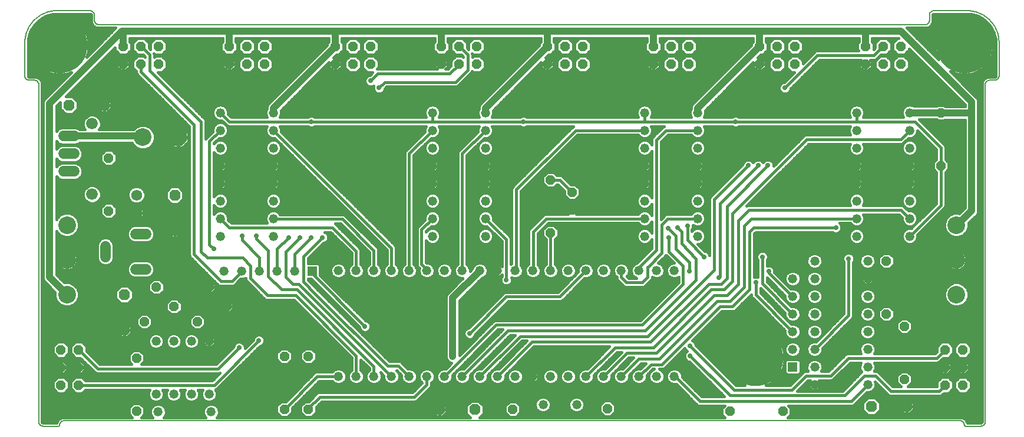
<source format=gtl>
G75*
%MOIN*%
%OFA0B0*%
%FSLAX24Y24*%
%IPPOS*%
%LPD*%
%AMOC8*
5,1,8,0,0,1.08239X$1,22.5*
%
%ADD10R,0.0520X0.0520*%
%ADD11C,0.0520*%
%ADD12OC8,0.0630*%
%ADD13OC8,0.0520*%
%ADD14OC8,0.0560*%
%ADD15C,0.1000*%
%ADD16OC8,0.1000*%
%ADD17OC8,0.0620*%
%ADD18C,0.0620*%
%ADD19C,0.0660*%
%ADD20C,0.0600*%
%ADD21C,0.0050*%
%ADD22C,0.3150*%
%ADD23C,0.0160*%
%ADD24C,0.0290*%
%ADD25C,0.0400*%
%ADD26C,0.0396*%
D10*
X016763Y008956D03*
X043943Y003536D03*
D11*
X045183Y003536D03*
X045183Y004536D03*
X043943Y004536D03*
X043943Y005536D03*
X045183Y005536D03*
X045183Y006536D03*
X043943Y006536D03*
X043943Y007536D03*
X045183Y007536D03*
X045183Y008536D03*
X043943Y008536D03*
X045183Y009536D03*
X047563Y010944D03*
X047563Y011944D03*
X047563Y012944D03*
X047563Y013944D03*
X047563Y014944D03*
X047563Y015944D03*
X047563Y016944D03*
X047563Y017944D03*
X050563Y017944D03*
X050563Y016944D03*
X050563Y015944D03*
X050563Y014944D03*
X050563Y013944D03*
X050563Y012944D03*
X050563Y011944D03*
X050563Y010944D03*
X048183Y009536D03*
X048183Y008536D03*
X048183Y007536D03*
X048183Y006536D03*
X048183Y005536D03*
X048183Y004536D03*
X048183Y003536D03*
X048183Y002536D03*
X045183Y002536D03*
X037243Y002996D03*
X036243Y002996D03*
X035243Y002996D03*
X034243Y002996D03*
X033243Y002996D03*
X032243Y002996D03*
X031243Y002996D03*
X030243Y002996D03*
X029243Y002996D03*
X028243Y002996D03*
X027243Y002996D03*
X026243Y002996D03*
X025243Y002996D03*
X024243Y002996D03*
X023243Y002996D03*
X022243Y002996D03*
X021243Y002996D03*
X020243Y002996D03*
X019243Y002996D03*
X018243Y002996D03*
X010923Y001996D03*
X009923Y001996D03*
X008923Y001996D03*
X007923Y001996D03*
X008043Y000996D03*
X011043Y000996D03*
X010923Y004996D03*
X009923Y004996D03*
X008923Y004996D03*
X007923Y004996D03*
X011763Y008956D03*
X012763Y008956D03*
X013763Y008956D03*
X014763Y008956D03*
X015763Y008956D03*
X018243Y008996D03*
X019243Y008996D03*
X020243Y008996D03*
X021243Y008996D03*
X022243Y008996D03*
X023243Y008996D03*
X024243Y008996D03*
X025243Y008996D03*
X026243Y008996D03*
X027243Y008996D03*
X028243Y008996D03*
X029243Y008996D03*
X030243Y008996D03*
X031243Y008996D03*
X032243Y008996D03*
X033243Y008996D03*
X034243Y008996D03*
X035243Y008996D03*
X036243Y008996D03*
X037243Y008996D03*
X038563Y010944D03*
X038563Y011944D03*
X038563Y012944D03*
X038563Y013944D03*
X038563Y014944D03*
X038563Y015944D03*
X038563Y016944D03*
X038563Y017944D03*
X035563Y017944D03*
X035563Y016944D03*
X035563Y015944D03*
X035563Y014944D03*
X035563Y013944D03*
X035563Y012944D03*
X035563Y011944D03*
X035563Y010944D03*
X026563Y010944D03*
X026563Y011944D03*
X026563Y012944D03*
X026563Y013944D03*
X026563Y014944D03*
X026563Y015944D03*
X026563Y016944D03*
X026563Y017944D03*
X023563Y017944D03*
X023563Y016944D03*
X023563Y015944D03*
X023563Y014944D03*
X023563Y013944D03*
X023563Y012944D03*
X023563Y011944D03*
X023563Y010944D03*
X014563Y010944D03*
X014563Y011944D03*
X014563Y012944D03*
X014563Y013944D03*
X014563Y014944D03*
X014563Y015944D03*
X014563Y016944D03*
X014563Y017944D03*
X011563Y017944D03*
X011563Y016944D03*
X011563Y015944D03*
X011563Y014944D03*
X011563Y013944D03*
X011563Y012944D03*
X011563Y011944D03*
X011563Y010944D03*
X029813Y001396D03*
X031713Y001396D03*
D12*
X025963Y001116D03*
X023963Y001116D03*
X006123Y005636D03*
X006123Y007636D03*
X008983Y011276D03*
X008983Y013276D03*
X005003Y018376D03*
X003003Y018376D03*
X048403Y001306D03*
X050403Y001306D03*
D13*
X050263Y002836D03*
X043383Y001016D03*
X040383Y001016D03*
X034463Y001176D03*
X033463Y001176D03*
X028103Y001136D03*
X027103Y001136D03*
X016543Y001136D03*
X015183Y001136D03*
X015183Y004136D03*
X016543Y004136D03*
X011943Y006956D03*
X010263Y006096D03*
X008943Y006956D03*
X007263Y006096D03*
X007943Y008056D03*
X010943Y008056D03*
X006823Y004036D03*
X006823Y001036D03*
X030243Y011136D03*
X031463Y012436D03*
X031463Y013436D03*
X030243Y014136D03*
X049243Y009536D03*
X049243Y006536D03*
X050263Y005836D03*
X052323Y014936D03*
X052323Y017936D03*
X005243Y015376D03*
X005243Y012376D03*
D14*
X003543Y004506D03*
X002543Y004506D03*
X002543Y003506D03*
X003543Y003506D03*
X003543Y002506D03*
X002543Y002506D03*
X006063Y020696D03*
X007063Y020696D03*
X008063Y020696D03*
X008063Y021696D03*
X007063Y021696D03*
X006063Y021696D03*
X012063Y021696D03*
X013063Y021696D03*
X014063Y021696D03*
X014063Y020696D03*
X013063Y020696D03*
X012063Y020696D03*
X018063Y020696D03*
X019063Y020696D03*
X020063Y020696D03*
X020063Y021696D03*
X019063Y021696D03*
X018063Y021696D03*
X024063Y021696D03*
X025063Y021696D03*
X026063Y021696D03*
X026063Y020696D03*
X025063Y020696D03*
X024063Y020696D03*
X030063Y020696D03*
X031063Y020696D03*
X032063Y020696D03*
X032063Y021696D03*
X031063Y021696D03*
X030063Y021696D03*
X036063Y021696D03*
X037063Y021696D03*
X038063Y021696D03*
X038063Y020696D03*
X037063Y020696D03*
X036063Y020696D03*
X042063Y020696D03*
X043063Y020696D03*
X044063Y020696D03*
X044063Y021696D03*
X043063Y021696D03*
X042063Y021696D03*
X048063Y021696D03*
X049063Y021696D03*
X050063Y021696D03*
X050063Y020696D03*
X049063Y020696D03*
X048063Y020696D03*
X052563Y004506D03*
X053563Y004506D03*
X053563Y003506D03*
X052563Y003506D03*
X052563Y002506D03*
X053563Y002506D03*
D15*
X053207Y007637D03*
X053207Y009606D03*
X053207Y011574D03*
X007178Y016551D03*
X002883Y011574D03*
X002883Y009606D03*
X002883Y007637D03*
D16*
X009178Y016551D03*
D17*
X006823Y012276D03*
D18*
X006823Y013276D03*
D19*
X004303Y013316D03*
X004303Y017316D03*
D20*
X003283Y016616D02*
X002683Y016616D01*
X002683Y015616D02*
X003283Y015616D01*
X003283Y014616D02*
X002683Y014616D01*
X006763Y011076D02*
X007363Y011076D01*
X005063Y010376D02*
X005063Y009776D01*
X006763Y009076D02*
X007363Y009076D01*
D21*
X001287Y000430D02*
X001287Y019589D01*
X001287Y019536D02*
X001285Y019566D01*
X001280Y019596D01*
X001271Y019625D01*
X001258Y019652D01*
X001243Y019678D01*
X001224Y019702D01*
X001203Y019723D01*
X001179Y019742D01*
X001153Y019757D01*
X001126Y019770D01*
X001097Y019779D01*
X001067Y019784D01*
X001037Y019786D01*
X000750Y019786D01*
X000720Y019788D01*
X000690Y019793D01*
X000661Y019802D01*
X000634Y019815D01*
X000608Y019830D01*
X000584Y019849D01*
X000563Y019870D01*
X000544Y019894D01*
X000529Y019920D01*
X000516Y019947D01*
X000507Y019976D01*
X000502Y020006D01*
X000500Y020036D01*
X000500Y021912D01*
X000502Y021996D01*
X000508Y022079D01*
X000517Y022162D01*
X000531Y022245D01*
X000548Y022327D01*
X000569Y022408D01*
X000594Y022488D01*
X000622Y022566D01*
X000654Y022644D01*
X000690Y022719D01*
X000729Y022793D01*
X000771Y022865D01*
X000817Y022935D01*
X000866Y023003D01*
X000918Y023069D01*
X000973Y023132D01*
X001030Y023193D01*
X001091Y023250D01*
X001154Y023305D01*
X001220Y023357D01*
X001288Y023406D01*
X001358Y023452D01*
X001430Y023494D01*
X001504Y023533D01*
X001579Y023569D01*
X001657Y023601D01*
X001735Y023629D01*
X001815Y023654D01*
X001896Y023675D01*
X001978Y023692D01*
X002061Y023706D01*
X002144Y023715D01*
X002227Y023721D01*
X002311Y023723D01*
X004187Y023723D01*
X004217Y023721D01*
X004247Y023716D01*
X004276Y023707D01*
X004303Y023694D01*
X004329Y023679D01*
X004353Y023660D01*
X004374Y023639D01*
X004393Y023615D01*
X004408Y023589D01*
X004421Y023562D01*
X004430Y023533D01*
X004435Y023503D01*
X004437Y023473D01*
X004437Y023186D01*
X004439Y023156D01*
X004444Y023126D01*
X004453Y023097D01*
X004466Y023070D01*
X004481Y023044D01*
X004500Y023020D01*
X004521Y022999D01*
X004545Y022980D01*
X004571Y022965D01*
X004598Y022952D01*
X004627Y022943D01*
X004657Y022938D01*
X004687Y022936D01*
X004634Y022936D02*
X051484Y022936D01*
X051431Y022936D02*
X051461Y022938D01*
X051491Y022943D01*
X051520Y022952D01*
X051547Y022965D01*
X051573Y022980D01*
X051597Y022999D01*
X051618Y023020D01*
X051637Y023044D01*
X051652Y023070D01*
X051665Y023097D01*
X051674Y023126D01*
X051679Y023156D01*
X051681Y023186D01*
X051681Y023473D01*
X051683Y023503D01*
X051688Y023533D01*
X051697Y023562D01*
X051710Y023589D01*
X051725Y023615D01*
X051744Y023639D01*
X051765Y023660D01*
X051789Y023679D01*
X051815Y023694D01*
X051842Y023707D01*
X051871Y023716D01*
X051901Y023721D01*
X051931Y023723D01*
X053807Y023723D01*
X053891Y023721D01*
X053974Y023715D01*
X054057Y023706D01*
X054140Y023692D01*
X054222Y023675D01*
X054303Y023654D01*
X054383Y023629D01*
X054461Y023601D01*
X054539Y023569D01*
X054614Y023533D01*
X054688Y023494D01*
X054760Y023452D01*
X054830Y023406D01*
X054898Y023357D01*
X054964Y023305D01*
X055027Y023250D01*
X055088Y023193D01*
X055145Y023132D01*
X055200Y023069D01*
X055252Y023003D01*
X055301Y022935D01*
X055347Y022865D01*
X055389Y022793D01*
X055428Y022719D01*
X055464Y022644D01*
X055496Y022566D01*
X055524Y022488D01*
X055549Y022408D01*
X055570Y022327D01*
X055587Y022245D01*
X055601Y022162D01*
X055610Y022079D01*
X055616Y021996D01*
X055618Y021912D01*
X055618Y020036D01*
X055616Y020006D01*
X055611Y019976D01*
X055602Y019947D01*
X055589Y019920D01*
X055574Y019894D01*
X055555Y019870D01*
X055534Y019849D01*
X055510Y019830D01*
X055484Y019815D01*
X055457Y019802D01*
X055428Y019793D01*
X055398Y019788D01*
X055368Y019786D01*
X055081Y019786D01*
X055051Y019784D01*
X055021Y019779D01*
X054992Y019770D01*
X054965Y019757D01*
X054939Y019742D01*
X054915Y019723D01*
X054894Y019702D01*
X054875Y019678D01*
X054860Y019652D01*
X054847Y019625D01*
X054838Y019596D01*
X054833Y019566D01*
X054831Y019536D01*
X054831Y019589D02*
X054831Y000430D01*
X054829Y000400D01*
X054824Y000370D01*
X054815Y000341D01*
X054802Y000314D01*
X054787Y000288D01*
X054768Y000264D01*
X054747Y000243D01*
X054723Y000224D01*
X054697Y000209D01*
X054670Y000196D01*
X054641Y000187D01*
X054611Y000182D01*
X054581Y000180D01*
X053715Y000180D01*
X053701Y000182D01*
X053687Y000186D01*
X053674Y000194D01*
X053664Y000204D01*
X053656Y000217D01*
X053652Y000231D01*
X053650Y000245D01*
X053648Y000275D01*
X053643Y000305D01*
X053634Y000334D01*
X053621Y000361D01*
X053606Y000387D01*
X053587Y000411D01*
X053566Y000432D01*
X053542Y000451D01*
X053516Y000466D01*
X053489Y000479D01*
X053460Y000488D01*
X053430Y000493D01*
X053400Y000495D01*
X002719Y000495D01*
X002689Y000493D01*
X002659Y000488D01*
X002630Y000479D01*
X002603Y000466D01*
X002577Y000451D01*
X002553Y000432D01*
X002532Y000411D01*
X002513Y000387D01*
X002498Y000361D01*
X002485Y000334D01*
X002476Y000305D01*
X002471Y000275D01*
X002469Y000245D01*
X002467Y000231D01*
X002463Y000217D01*
X002455Y000204D01*
X002445Y000194D01*
X002432Y000186D01*
X002418Y000182D01*
X002404Y000180D01*
X001537Y000180D01*
X001507Y000182D01*
X001477Y000187D01*
X001448Y000196D01*
X001421Y000209D01*
X001395Y000224D01*
X001371Y000243D01*
X001350Y000264D01*
X001331Y000288D01*
X001316Y000314D01*
X001303Y000341D01*
X001294Y000370D01*
X001289Y000400D01*
X001287Y000430D01*
D22*
X041839Y004038D03*
X053650Y021755D03*
X002469Y021755D03*
D23*
X002549Y021703D02*
X004593Y021703D01*
X004751Y021861D02*
X004120Y021861D01*
X004123Y021835D02*
X004111Y021971D01*
X004086Y022113D01*
X004048Y022253D01*
X003999Y022389D01*
X003938Y022520D01*
X003865Y022645D01*
X003783Y022763D01*
X003690Y022874D01*
X003588Y022976D01*
X003477Y023069D01*
X003358Y023152D01*
X003233Y023224D01*
X003102Y023285D01*
X002967Y023335D01*
X002827Y023372D01*
X002685Y023397D01*
X002549Y023409D01*
X002549Y021835D01*
X004123Y021835D01*
X004123Y021675D02*
X002549Y021675D01*
X002549Y021835D01*
X002389Y021835D01*
X002389Y023409D01*
X002252Y023397D01*
X002110Y023372D01*
X001970Y023335D01*
X001835Y023285D01*
X001704Y023224D01*
X001579Y023152D01*
X001460Y023069D01*
X001349Y022976D01*
X001247Y022874D01*
X001154Y022763D01*
X001072Y022645D01*
X000999Y022520D01*
X000938Y022389D01*
X000889Y022253D01*
X000851Y022113D01*
X000826Y021971D01*
X000814Y021835D01*
X002388Y021835D01*
X002388Y021675D01*
X000814Y021675D01*
X000826Y021539D01*
X000851Y021396D01*
X000889Y021257D01*
X000938Y021121D01*
X000999Y020990D01*
X001072Y020865D01*
X001154Y020746D01*
X001247Y020636D01*
X001349Y020534D01*
X001460Y020441D01*
X001579Y020358D01*
X001704Y020286D01*
X001835Y020225D01*
X001970Y020175D01*
X002110Y020138D01*
X002252Y020113D01*
X002389Y020101D01*
X002389Y021675D01*
X002549Y021675D01*
X002549Y020101D01*
X002685Y020113D01*
X002827Y020138D01*
X002967Y020175D01*
X003102Y020225D01*
X003125Y020235D01*
X001581Y018691D01*
X001523Y018551D01*
X001523Y008542D01*
X001581Y008402D01*
X001688Y008295D01*
X002205Y007778D01*
X002203Y007773D01*
X002203Y007502D01*
X002307Y007252D01*
X002498Y007061D01*
X002748Y006957D01*
X003018Y006957D01*
X003268Y007061D01*
X003459Y007252D01*
X003563Y007502D01*
X003563Y007773D01*
X003459Y008022D01*
X003268Y008214D01*
X003018Y008317D01*
X002748Y008317D01*
X002743Y008315D01*
X002283Y008775D01*
X002283Y011246D01*
X002307Y011189D01*
X002498Y010998D01*
X002748Y010894D01*
X003018Y010894D01*
X003268Y010998D01*
X003459Y011189D01*
X003563Y011439D01*
X003563Y011710D01*
X003459Y011959D01*
X003268Y012151D01*
X003018Y012254D01*
X002748Y012254D01*
X002498Y012151D01*
X002307Y011959D01*
X002283Y011903D01*
X002283Y014337D01*
X002411Y014209D01*
X002588Y014136D01*
X003378Y014136D01*
X003555Y014209D01*
X003690Y014344D01*
X003763Y014520D01*
X003763Y014711D01*
X003690Y014888D01*
X003555Y015023D01*
X003378Y015096D01*
X002588Y015096D01*
X002411Y015023D01*
X002283Y014895D01*
X002283Y015337D01*
X002411Y015209D01*
X002588Y015136D01*
X003378Y015136D01*
X003555Y015209D01*
X003690Y015344D01*
X003763Y015520D01*
X003763Y015711D01*
X003690Y015888D01*
X003555Y016023D01*
X003378Y016096D01*
X002588Y016096D01*
X002411Y016023D01*
X002283Y015895D01*
X002283Y016337D01*
X002411Y016209D01*
X002588Y016136D01*
X003378Y016136D01*
X003555Y016209D01*
X003582Y016236D01*
X006573Y016236D01*
X006601Y016166D01*
X006793Y015975D01*
X007043Y015871D01*
X007313Y015871D01*
X007563Y015975D01*
X007754Y016166D01*
X007858Y016416D01*
X007858Y016686D01*
X007754Y016936D01*
X007563Y017127D01*
X007313Y017231D01*
X007043Y017231D01*
X006793Y017127D01*
X006661Y016996D01*
X004704Y016996D01*
X004735Y017027D01*
X004813Y017214D01*
X004813Y017417D01*
X004735Y017605D01*
X004592Y017748D01*
X004404Y017826D01*
X004202Y017826D01*
X004014Y017748D01*
X003871Y017605D01*
X003793Y017417D01*
X003793Y017214D01*
X003871Y017027D01*
X003902Y016996D01*
X003582Y016996D01*
X003555Y017023D01*
X003378Y017096D01*
X002588Y017096D01*
X002411Y017023D01*
X002283Y016895D01*
X002283Y018318D01*
X002508Y018543D01*
X002508Y018171D01*
X002798Y017881D01*
X003208Y017881D01*
X003498Y018171D01*
X003498Y018581D01*
X003208Y018871D01*
X002835Y018871D01*
X005603Y021638D01*
X005603Y021505D01*
X005872Y021236D01*
X006254Y021236D01*
X006523Y021505D01*
X006523Y021886D01*
X006443Y021966D01*
X006443Y022176D01*
X011683Y022176D01*
X011683Y021966D01*
X011603Y021886D01*
X011603Y021505D01*
X011872Y021236D01*
X012254Y021236D01*
X012523Y021505D01*
X012523Y021886D01*
X012443Y021966D01*
X012443Y022176D01*
X017683Y022176D01*
X017683Y021966D01*
X017603Y021886D01*
X017603Y021773D01*
X014241Y018411D01*
X014183Y018271D01*
X014183Y018176D01*
X014123Y018031D01*
X014123Y017856D01*
X014189Y017696D01*
X012179Y017696D01*
X012003Y017871D01*
X012003Y018031D01*
X011936Y018193D01*
X011812Y018317D01*
X011651Y018384D01*
X011475Y018384D01*
X011314Y018317D01*
X011190Y018193D01*
X011123Y018031D01*
X011123Y017856D01*
X011190Y017695D01*
X011314Y017571D01*
X011475Y017504D01*
X011635Y017504D01*
X011851Y017288D01*
X011924Y017215D01*
X012019Y017176D01*
X014183Y017176D01*
X014123Y017031D01*
X014123Y016856D01*
X014190Y016695D01*
X014314Y016571D01*
X014475Y016504D01*
X014635Y016504D01*
X020983Y010156D01*
X020983Y009358D01*
X020870Y009245D01*
X020803Y009083D01*
X020803Y008908D01*
X020870Y008747D01*
X020994Y008623D01*
X021155Y008556D01*
X021331Y008556D01*
X021492Y008623D01*
X021616Y008747D01*
X021683Y008908D01*
X021683Y009083D01*
X021616Y009245D01*
X021503Y009358D01*
X021503Y010315D01*
X021463Y010411D01*
X021390Y010484D01*
X015003Y016871D01*
X015003Y017031D01*
X014943Y017176D01*
X016503Y017176D01*
X016519Y017160D01*
X016638Y017111D01*
X016768Y017111D01*
X016887Y017160D01*
X016903Y017176D01*
X023183Y017176D01*
X023123Y017031D01*
X023123Y016871D01*
X022096Y015844D01*
X022023Y015771D01*
X021983Y015675D01*
X021983Y009358D01*
X021870Y009245D01*
X021803Y009083D01*
X021803Y008908D01*
X021870Y008747D01*
X021994Y008623D01*
X022155Y008556D01*
X022331Y008556D01*
X022492Y008623D01*
X022616Y008747D01*
X022683Y008908D01*
X022683Y009083D01*
X022616Y009245D01*
X022503Y009358D01*
X022503Y015516D01*
X023491Y016504D01*
X023651Y016504D01*
X023812Y016571D01*
X023936Y016695D01*
X024003Y016856D01*
X024003Y017031D01*
X023943Y017176D01*
X026183Y017176D01*
X026123Y017031D01*
X026123Y016871D01*
X025096Y015844D01*
X025023Y015771D01*
X024983Y015675D01*
X024983Y009358D01*
X024870Y009245D01*
X024803Y009083D01*
X024803Y008908D01*
X024870Y008747D01*
X024994Y008623D01*
X025155Y008556D01*
X025266Y008556D01*
X024488Y007778D01*
X024381Y007671D01*
X024323Y007531D01*
X024323Y004060D01*
X024381Y003921D01*
X024488Y003814D01*
X024627Y003756D01*
X024635Y003756D01*
X024315Y003436D01*
X024155Y003436D01*
X023994Y003369D01*
X023870Y003245D01*
X023803Y003083D01*
X023803Y002908D01*
X023870Y002747D01*
X023994Y002623D01*
X024155Y002556D01*
X024331Y002556D01*
X024492Y002623D01*
X024616Y002747D01*
X024683Y002908D01*
X024683Y003068D01*
X027271Y005656D01*
X027535Y005656D01*
X025315Y003436D01*
X025155Y003436D01*
X024994Y003369D01*
X024870Y003245D01*
X024803Y003083D01*
X024803Y002908D01*
X024870Y002747D01*
X024994Y002623D01*
X025155Y002556D01*
X025331Y002556D01*
X025492Y002623D01*
X025616Y002747D01*
X025683Y002908D01*
X025683Y003068D01*
X027951Y005336D01*
X028215Y005336D01*
X026315Y003436D01*
X026155Y003436D01*
X025994Y003369D01*
X025870Y003245D01*
X025803Y003083D01*
X025803Y002908D01*
X025870Y002747D01*
X025994Y002623D01*
X026155Y002556D01*
X026331Y002556D01*
X026492Y002623D01*
X026616Y002747D01*
X026683Y002908D01*
X026683Y003068D01*
X028631Y005016D01*
X028895Y005016D01*
X027315Y003436D01*
X027155Y003436D01*
X026994Y003369D01*
X026870Y003245D01*
X026803Y003083D01*
X026803Y002908D01*
X026870Y002747D01*
X026994Y002623D01*
X027155Y002556D01*
X027331Y002556D01*
X027492Y002623D01*
X027616Y002747D01*
X027683Y002908D01*
X027683Y003068D01*
X029311Y004696D01*
X033575Y004696D01*
X032315Y003436D01*
X032155Y003436D01*
X031994Y003369D01*
X031870Y003245D01*
X031803Y003083D01*
X031803Y002908D01*
X031870Y002747D01*
X031994Y002623D01*
X032155Y002556D01*
X032331Y002556D01*
X032492Y002623D01*
X032616Y002747D01*
X032683Y002908D01*
X032683Y003068D01*
X033991Y004376D01*
X034255Y004376D01*
X033315Y003436D01*
X033155Y003436D01*
X032994Y003369D01*
X032870Y003245D01*
X032803Y003083D01*
X032803Y002908D01*
X032870Y002747D01*
X032994Y002623D01*
X033155Y002556D01*
X033331Y002556D01*
X033492Y002623D01*
X033616Y002747D01*
X033683Y002908D01*
X033683Y003068D01*
X034671Y004056D01*
X034935Y004056D01*
X034315Y003436D01*
X034155Y003436D01*
X033994Y003369D01*
X033870Y003245D01*
X033803Y003083D01*
X033803Y002908D01*
X033870Y002747D01*
X033994Y002623D01*
X034155Y002556D01*
X034331Y002556D01*
X034492Y002623D01*
X034616Y002747D01*
X034683Y002908D01*
X034683Y003068D01*
X035351Y003736D01*
X035615Y003736D01*
X035315Y003436D01*
X035155Y003436D01*
X034994Y003369D01*
X034870Y003245D01*
X034803Y003083D01*
X034803Y002908D01*
X034870Y002747D01*
X034994Y002623D01*
X035155Y002556D01*
X035331Y002556D01*
X035492Y002623D01*
X035616Y002747D01*
X035683Y002908D01*
X035683Y003068D01*
X036031Y003416D01*
X036107Y003416D01*
X035994Y003369D01*
X035870Y003245D01*
X035803Y003083D01*
X035803Y002908D01*
X035870Y002747D01*
X035994Y002623D01*
X036155Y002556D01*
X036331Y002556D01*
X036492Y002623D01*
X036616Y002747D01*
X036683Y002908D01*
X036683Y003083D01*
X036616Y003245D01*
X036492Y003369D01*
X036379Y003416D01*
X036595Y003416D01*
X036690Y003455D01*
X037838Y004603D01*
X037867Y004532D01*
X037959Y004440D01*
X037970Y004436D01*
X037959Y004431D01*
X037867Y004340D01*
X037818Y004220D01*
X037818Y004091D01*
X037867Y003972D01*
X037959Y003880D01*
X038078Y003831D01*
X038100Y003831D01*
X040075Y001856D01*
X038791Y001856D01*
X037683Y002963D01*
X037683Y003083D01*
X037616Y003245D01*
X037492Y003369D01*
X037331Y003436D01*
X037155Y003436D01*
X036994Y003369D01*
X036870Y003245D01*
X036803Y003083D01*
X036803Y002908D01*
X036870Y002747D01*
X036994Y002623D01*
X037155Y002556D01*
X037331Y002556D01*
X037348Y002563D01*
X038536Y001375D01*
X038631Y001336D01*
X040081Y001336D01*
X039943Y001198D01*
X039943Y000833D01*
X040097Y000680D01*
X026227Y000680D01*
X026458Y000911D01*
X026458Y001321D01*
X026168Y001611D01*
X025758Y001611D01*
X025468Y001321D01*
X025468Y000911D01*
X025699Y000680D01*
X011349Y000680D01*
X011416Y000747D01*
X011483Y000908D01*
X011483Y001083D01*
X011416Y001245D01*
X011292Y001369D01*
X011131Y001436D01*
X010955Y001436D01*
X010794Y001369D01*
X010670Y001245D01*
X010603Y001083D01*
X010603Y000908D01*
X010670Y000747D01*
X010737Y000680D01*
X008349Y000680D01*
X008416Y000747D01*
X008483Y000908D01*
X008483Y001083D01*
X008416Y001245D01*
X008292Y001369D01*
X008131Y001436D01*
X007955Y001436D01*
X007794Y001369D01*
X007670Y001245D01*
X007603Y001083D01*
X007603Y000908D01*
X007670Y000747D01*
X007737Y000680D01*
X007089Y000680D01*
X007263Y000853D01*
X007263Y001218D01*
X007005Y001476D01*
X006641Y001476D01*
X006383Y001218D01*
X006383Y000853D01*
X006557Y000680D01*
X002602Y000680D01*
X002400Y000563D01*
X002286Y000365D01*
X001537Y000365D01*
X001521Y000367D01*
X001491Y000384D01*
X001475Y000413D01*
X001472Y000430D01*
X001472Y019666D01*
X001454Y019684D01*
X001356Y019855D01*
X001356Y019855D01*
X001356Y019855D01*
X001154Y019971D01*
X000750Y019971D01*
X000733Y019974D01*
X000704Y019990D01*
X000687Y020019D01*
X000685Y020036D01*
X000685Y021912D01*
X000699Y022125D01*
X000809Y022535D01*
X001021Y022902D01*
X001321Y023202D01*
X001689Y023415D01*
X002099Y023524D01*
X002311Y023538D01*
X004187Y023538D01*
X004204Y023536D01*
X004233Y023519D01*
X004250Y023490D01*
X004252Y023473D01*
X004252Y023069D01*
X004369Y022867D01*
X004539Y022769D01*
X004557Y022751D01*
X005641Y022751D01*
X003988Y021098D01*
X003999Y021121D01*
X004048Y021257D01*
X004086Y021396D01*
X004111Y021539D01*
X004123Y021675D01*
X004111Y021544D02*
X004434Y021544D01*
X004276Y021386D02*
X004083Y021386D01*
X004117Y021227D02*
X004038Y021227D01*
X004875Y020910D02*
X005768Y020910D01*
X005703Y020845D02*
X005703Y020706D01*
X006053Y020706D01*
X006053Y021056D01*
X005914Y021056D01*
X005703Y020845D01*
X005703Y020752D02*
X004716Y020752D01*
X004558Y020593D02*
X005703Y020593D01*
X005703Y020547D02*
X005703Y020686D01*
X006053Y020686D01*
X006053Y020706D01*
X006073Y020706D01*
X006073Y021056D01*
X006212Y021056D01*
X006423Y020845D01*
X006423Y020706D01*
X006073Y020706D01*
X006073Y020686D01*
X006423Y020686D01*
X006423Y020547D01*
X006212Y020336D01*
X006073Y020336D01*
X006073Y020686D01*
X006053Y020686D01*
X006053Y020336D01*
X005914Y020336D01*
X005703Y020547D01*
X005815Y020435D02*
X004399Y020435D01*
X004241Y020276D02*
X006803Y020276D01*
X006803Y020305D02*
X006803Y020224D01*
X006843Y020128D01*
X009803Y017168D01*
X009803Y009864D01*
X009843Y009768D01*
X010803Y008808D01*
X011363Y008248D01*
X011436Y008175D01*
X011531Y008136D01*
X012275Y008136D01*
X012370Y008175D01*
X012711Y008516D01*
X012851Y008516D01*
X013003Y008579D01*
X013003Y008504D01*
X013043Y008408D01*
X013116Y008335D01*
X014076Y007375D01*
X014171Y007336D01*
X015715Y007336D01*
X018983Y004068D01*
X018983Y003358D01*
X018870Y003245D01*
X018803Y003083D01*
X018803Y002908D01*
X018870Y002747D01*
X018994Y002623D01*
X019155Y002556D01*
X019331Y002556D01*
X019492Y002623D01*
X019616Y002747D01*
X019683Y002908D01*
X019683Y003083D01*
X019616Y003245D01*
X019503Y003358D01*
X019503Y003948D01*
X019983Y003468D01*
X019983Y003358D01*
X019870Y003245D01*
X019803Y003083D01*
X019803Y002908D01*
X019870Y002747D01*
X019994Y002623D01*
X020155Y002556D01*
X020331Y002556D01*
X020492Y002623D01*
X020616Y002747D01*
X020683Y002908D01*
X020683Y003083D01*
X020623Y003228D01*
X020803Y003048D01*
X020803Y002908D01*
X020870Y002747D01*
X020994Y002623D01*
X021155Y002556D01*
X021331Y002556D01*
X021492Y002623D01*
X021616Y002747D01*
X021683Y002908D01*
X021683Y003083D01*
X021616Y003245D01*
X021525Y003336D01*
X021535Y003336D01*
X021803Y003068D01*
X021803Y002908D01*
X021870Y002747D01*
X021994Y002623D01*
X022155Y002556D01*
X022331Y002556D01*
X022492Y002623D01*
X022616Y002747D01*
X022683Y002908D01*
X022683Y003083D01*
X022616Y003245D01*
X022492Y003369D01*
X022331Y003436D01*
X022171Y003436D01*
X021863Y003743D01*
X021790Y003816D01*
X021695Y003856D01*
X021131Y003856D01*
X017163Y007823D01*
X016523Y008463D01*
X016523Y008463D01*
X016523Y008516D01*
X016695Y008516D01*
X019418Y005793D01*
X019418Y005771D01*
X019467Y005652D01*
X019559Y005560D01*
X019678Y005511D01*
X019808Y005511D01*
X019927Y005560D01*
X020019Y005652D01*
X020068Y005771D01*
X020068Y005900D01*
X020019Y006020D01*
X019927Y006111D01*
X019808Y006161D01*
X019786Y006161D01*
X017203Y008743D01*
X017203Y009290D01*
X017098Y009396D01*
X016523Y009396D01*
X016523Y009688D01*
X017386Y010551D01*
X017408Y010551D01*
X017527Y010600D01*
X017619Y010692D01*
X017668Y010811D01*
X017668Y010940D01*
X017619Y011060D01*
X017527Y011151D01*
X017468Y011176D01*
X017795Y011176D01*
X018983Y009988D01*
X018983Y009358D01*
X018870Y009245D01*
X018803Y009083D01*
X018803Y008908D01*
X018870Y008747D01*
X018994Y008623D01*
X019155Y008556D01*
X019331Y008556D01*
X019492Y008623D01*
X019616Y008747D01*
X019683Y008908D01*
X019683Y009083D01*
X019616Y009245D01*
X019503Y009358D01*
X019503Y010147D01*
X019463Y010243D01*
X019390Y010316D01*
X018051Y011656D01*
X018355Y011656D01*
X019983Y010028D01*
X019983Y009358D01*
X019870Y009245D01*
X019803Y009083D01*
X019803Y008908D01*
X019870Y008747D01*
X019994Y008623D01*
X020155Y008556D01*
X020331Y008556D01*
X020492Y008623D01*
X020616Y008747D01*
X020683Y008908D01*
X020683Y009083D01*
X020616Y009245D01*
X020503Y009358D01*
X020503Y010187D01*
X020463Y010283D01*
X020390Y010356D01*
X018610Y012136D01*
X018515Y012176D01*
X014943Y012176D01*
X014936Y012193D01*
X014812Y012317D01*
X014651Y012384D01*
X014475Y012384D01*
X014314Y012317D01*
X014190Y012193D01*
X014123Y012031D01*
X014123Y011856D01*
X014189Y011696D01*
X012179Y011696D01*
X012003Y011871D01*
X012003Y012031D01*
X011936Y012193D01*
X011812Y012317D01*
X011651Y012384D01*
X011475Y012384D01*
X011314Y012317D01*
X011203Y012206D01*
X011203Y012682D01*
X011314Y012571D01*
X011475Y012504D01*
X011651Y012504D01*
X011812Y012571D01*
X011936Y012695D01*
X012003Y012856D01*
X012003Y013031D01*
X011936Y013193D01*
X011812Y013317D01*
X011651Y013384D01*
X011475Y013384D01*
X011314Y013317D01*
X011203Y013206D01*
X011203Y015682D01*
X011314Y015571D01*
X011475Y015504D01*
X011651Y015504D01*
X011812Y015571D01*
X011936Y015695D01*
X012003Y015856D01*
X012003Y016031D01*
X011936Y016193D01*
X011812Y016317D01*
X011651Y016384D01*
X011475Y016384D01*
X011314Y016317D01*
X011203Y016206D01*
X011203Y016216D01*
X011491Y016504D01*
X011651Y016504D01*
X011812Y016571D01*
X011936Y016695D01*
X012003Y016856D01*
X012003Y017031D01*
X011936Y017193D01*
X011812Y017317D01*
X011651Y017384D01*
X011475Y017384D01*
X011314Y017317D01*
X011190Y017193D01*
X011123Y017031D01*
X011123Y016871D01*
X010796Y016544D01*
X010723Y016471D01*
X010723Y017487D01*
X010683Y017583D01*
X008031Y020236D01*
X008254Y020236D01*
X008523Y020505D01*
X008523Y020886D01*
X008254Y021156D01*
X007872Y021156D01*
X007823Y021106D01*
X007823Y021267D01*
X007810Y021298D01*
X007872Y021236D01*
X008254Y021236D01*
X008523Y021505D01*
X008523Y021886D01*
X008254Y022156D01*
X007872Y022156D01*
X007603Y021886D01*
X007603Y021543D01*
X007523Y021623D01*
X007523Y021886D01*
X007254Y022156D01*
X006872Y022156D01*
X006603Y021886D01*
X006603Y021505D01*
X006872Y021236D01*
X007175Y021236D01*
X007303Y021108D01*
X007303Y021106D01*
X007254Y021156D01*
X006872Y021156D01*
X006603Y020886D01*
X006603Y020505D01*
X006803Y020305D01*
X006673Y020435D02*
X006311Y020435D01*
X006423Y020593D02*
X006603Y020593D01*
X006603Y020752D02*
X006423Y020752D01*
X006358Y020910D02*
X006627Y020910D01*
X006785Y021069D02*
X005033Y021069D01*
X005192Y021227D02*
X007184Y021227D01*
X007563Y021216D02*
X007083Y021696D01*
X007063Y021696D01*
X007389Y022020D02*
X007736Y022020D01*
X007603Y021861D02*
X007523Y021861D01*
X007523Y021703D02*
X007603Y021703D01*
X007602Y021544D02*
X007603Y021544D01*
X007563Y021216D02*
X007563Y020336D01*
X010463Y017436D01*
X010463Y010076D01*
X010823Y009716D01*
X012823Y009716D01*
X013263Y009276D01*
X013263Y008556D01*
X014223Y007596D01*
X015823Y007596D01*
X019243Y004176D01*
X019243Y002996D01*
X019652Y003158D02*
X019834Y003158D01*
X019803Y003000D02*
X019683Y003000D01*
X019655Y002841D02*
X019831Y002841D01*
X019934Y002683D02*
X019552Y002683D01*
X018934Y002683D02*
X018552Y002683D01*
X018492Y002623D02*
X018616Y002747D01*
X018683Y002908D01*
X018683Y003083D01*
X018616Y003245D01*
X018492Y003369D01*
X018331Y003436D01*
X018155Y003436D01*
X017994Y003369D01*
X017881Y003256D01*
X016991Y003256D01*
X016896Y003216D01*
X015255Y001576D01*
X015001Y001576D01*
X014743Y001318D01*
X014743Y000953D01*
X015001Y000696D01*
X015365Y000696D01*
X015623Y000953D01*
X015623Y001208D01*
X017151Y002736D01*
X017881Y002736D01*
X017994Y002623D01*
X018155Y002556D01*
X018331Y002556D01*
X018492Y002623D01*
X018655Y002841D02*
X018831Y002841D01*
X018803Y003000D02*
X018683Y003000D01*
X018652Y003158D02*
X018834Y003158D01*
X018942Y003317D02*
X018544Y003317D01*
X018243Y002996D02*
X017043Y002996D01*
X015183Y001136D01*
X015623Y001098D02*
X016103Y001098D01*
X016103Y000953D02*
X016361Y000696D01*
X016725Y000696D01*
X016983Y000953D01*
X016983Y001268D01*
X017291Y001576D01*
X022595Y001576D01*
X022690Y001615D01*
X022763Y001688D01*
X023463Y002388D01*
X023503Y002484D01*
X023503Y002633D01*
X023616Y002747D01*
X023683Y002908D01*
X023683Y003083D01*
X023616Y003245D01*
X023492Y003369D01*
X023331Y003436D01*
X023155Y003436D01*
X022994Y003369D01*
X022870Y003245D01*
X022803Y003083D01*
X022803Y002908D01*
X022870Y002747D01*
X022978Y002638D01*
X022435Y002096D01*
X017131Y002096D01*
X017036Y002056D01*
X016555Y001576D01*
X016361Y001576D01*
X016103Y001318D01*
X016103Y000953D01*
X016117Y000939D02*
X015609Y000939D01*
X015450Y000781D02*
X016276Y000781D01*
X016543Y001136D02*
X016543Y001196D01*
X017183Y001836D01*
X022543Y001836D01*
X023243Y002536D01*
X023243Y002996D01*
X023652Y003158D02*
X023834Y003158D01*
X023803Y003000D02*
X023683Y003000D01*
X023655Y002841D02*
X023831Y002841D01*
X023934Y002683D02*
X023552Y002683D01*
X023503Y002524D02*
X037387Y002524D01*
X037545Y002366D02*
X023441Y002366D01*
X023282Y002207D02*
X037704Y002207D01*
X037862Y002049D02*
X023124Y002049D01*
X022965Y001890D02*
X038021Y001890D01*
X038179Y001732D02*
X031999Y001732D01*
X031962Y001769D02*
X031801Y001836D01*
X031625Y001836D01*
X031464Y001769D01*
X031340Y001645D01*
X031273Y001483D01*
X031273Y001308D01*
X031340Y001147D01*
X031464Y001023D01*
X031625Y000956D01*
X031801Y000956D01*
X031962Y001023D01*
X032086Y001147D01*
X032153Y001308D01*
X032153Y001483D01*
X032086Y001645D01*
X031962Y001769D01*
X032116Y001573D02*
X033238Y001573D01*
X033281Y001616D02*
X033023Y001358D01*
X033023Y000993D01*
X033281Y000736D01*
X033645Y000736D01*
X033903Y000993D01*
X033903Y001358D01*
X033645Y001616D01*
X033281Y001616D01*
X033080Y001415D02*
X032153Y001415D01*
X032131Y001256D02*
X033023Y001256D01*
X033023Y001098D02*
X032037Y001098D01*
X031389Y001098D02*
X030137Y001098D01*
X030186Y001147D02*
X030253Y001308D01*
X030253Y001483D01*
X030186Y001645D01*
X030062Y001769D01*
X029901Y001836D01*
X029725Y001836D01*
X029564Y001769D01*
X029440Y001645D01*
X029373Y001483D01*
X029373Y001308D01*
X029440Y001147D01*
X029564Y001023D01*
X029725Y000956D01*
X029901Y000956D01*
X030062Y001023D01*
X030186Y001147D01*
X030231Y001256D02*
X031295Y001256D01*
X031273Y001415D02*
X030253Y001415D01*
X030216Y001573D02*
X031310Y001573D01*
X031427Y001732D02*
X030099Y001732D01*
X029527Y001732D02*
X022807Y001732D01*
X022547Y002207D02*
X016622Y002207D01*
X016464Y002049D02*
X017028Y002049D01*
X016870Y001890D02*
X016305Y001890D01*
X016147Y001732D02*
X016711Y001732D01*
X016358Y001573D02*
X015988Y001573D01*
X015830Y001415D02*
X016200Y001415D01*
X016103Y001256D02*
X015671Y001256D01*
X015411Y001732D02*
X011281Y001732D01*
X011296Y001747D02*
X011363Y001908D01*
X011363Y002083D01*
X011296Y002245D01*
X011286Y002255D01*
X011360Y002285D01*
X011433Y002358D01*
X013786Y004711D01*
X013808Y004711D01*
X013927Y004760D01*
X014019Y004852D01*
X014068Y004971D01*
X014068Y005100D01*
X014019Y005220D01*
X013927Y005311D01*
X013808Y005361D01*
X013678Y005361D01*
X013559Y005311D01*
X013467Y005220D01*
X013418Y005100D01*
X013418Y005078D01*
X012948Y004608D01*
X012948Y004700D01*
X012899Y004820D01*
X012807Y004911D01*
X012688Y004961D01*
X012558Y004961D01*
X012439Y004911D01*
X012347Y004820D01*
X012298Y004700D01*
X012298Y004678D01*
X011315Y003696D01*
X007105Y003696D01*
X007263Y003853D01*
X007263Y004218D01*
X007005Y004476D01*
X006641Y004476D01*
X006383Y004218D01*
X006383Y003853D01*
X006541Y003696D01*
X004731Y003696D01*
X004003Y004423D01*
X004003Y004696D01*
X003734Y004966D01*
X003352Y004966D01*
X003083Y004696D01*
X003083Y004315D01*
X003352Y004046D01*
X003645Y004046D01*
X004476Y003215D01*
X004571Y003176D01*
X011475Y003176D01*
X011544Y003204D01*
X011105Y002766D01*
X003934Y002766D01*
X003734Y002966D01*
X003352Y002966D01*
X003083Y002696D01*
X003083Y002315D01*
X003352Y002046D01*
X003734Y002046D01*
X003934Y002246D01*
X007551Y002246D01*
X007550Y002245D01*
X007483Y002083D01*
X007483Y001908D01*
X007550Y001747D01*
X007674Y001623D01*
X007835Y001556D01*
X008011Y001556D01*
X008172Y001623D01*
X008296Y001747D01*
X008363Y001908D01*
X008363Y002083D01*
X008296Y002245D01*
X008295Y002246D01*
X008551Y002246D01*
X008550Y002245D01*
X008483Y002083D01*
X008483Y001908D01*
X008550Y001747D01*
X008674Y001623D01*
X008835Y001556D01*
X009011Y001556D01*
X009172Y001623D01*
X009296Y001747D01*
X009363Y001908D01*
X009363Y002083D01*
X009296Y002245D01*
X009295Y002246D01*
X009551Y002246D01*
X009550Y002245D01*
X009483Y002083D01*
X009483Y001908D01*
X009550Y001747D01*
X009674Y001623D01*
X009835Y001556D01*
X010011Y001556D01*
X010172Y001623D01*
X010296Y001747D01*
X010363Y001908D01*
X010363Y002083D01*
X010296Y002245D01*
X010295Y002246D01*
X010551Y002246D01*
X010550Y002245D01*
X010483Y002083D01*
X010483Y001908D01*
X010550Y001747D01*
X010674Y001623D01*
X010835Y001556D01*
X011011Y001556D01*
X011172Y001623D01*
X011296Y001747D01*
X011356Y001890D02*
X015570Y001890D01*
X015728Y002049D02*
X011363Y002049D01*
X011312Y002207D02*
X015887Y002207D01*
X016045Y002366D02*
X011441Y002366D01*
X011599Y002524D02*
X016204Y002524D01*
X016362Y002683D02*
X011758Y002683D01*
X011916Y002841D02*
X016521Y002841D01*
X016679Y003000D02*
X012075Y003000D01*
X012233Y003158D02*
X016838Y003158D01*
X017098Y002683D02*
X017934Y002683D01*
X017942Y003317D02*
X012392Y003317D01*
X012550Y003475D02*
X018983Y003475D01*
X018983Y003634D02*
X012709Y003634D01*
X012867Y003792D02*
X014904Y003792D01*
X015001Y003696D02*
X015365Y003696D01*
X015623Y003953D01*
X015623Y004318D01*
X015365Y004576D01*
X015001Y004576D01*
X014743Y004318D01*
X014743Y003953D01*
X015001Y003696D01*
X014746Y003951D02*
X013026Y003951D01*
X013184Y004109D02*
X014743Y004109D01*
X014743Y004268D02*
X013343Y004268D01*
X013501Y004426D02*
X014851Y004426D01*
X015515Y004426D02*
X016211Y004426D01*
X016103Y004318D02*
X016103Y003953D01*
X016361Y003696D01*
X016725Y003696D01*
X016983Y003953D01*
X016983Y004318D01*
X016725Y004576D01*
X016361Y004576D01*
X016103Y004318D01*
X016103Y004268D02*
X015623Y004268D01*
X015623Y004109D02*
X016103Y004109D01*
X016106Y003951D02*
X015620Y003951D01*
X015462Y003792D02*
X016264Y003792D01*
X016822Y003792D02*
X018983Y003792D01*
X018983Y003951D02*
X016980Y003951D01*
X016983Y004109D02*
X018942Y004109D01*
X018783Y004268D02*
X016983Y004268D01*
X016875Y004426D02*
X018625Y004426D01*
X018466Y004585D02*
X013660Y004585D01*
X013886Y004743D02*
X018308Y004743D01*
X018149Y004902D02*
X014039Y004902D01*
X014068Y005060D02*
X017991Y005060D01*
X017832Y005219D02*
X014019Y005219D01*
X013743Y005036D02*
X011213Y002506D01*
X003543Y002506D01*
X003858Y002841D02*
X011181Y002841D01*
X011339Y003000D02*
X001472Y003000D01*
X001472Y003158D02*
X002381Y003158D01*
X002394Y003146D02*
X002183Y003357D01*
X002183Y003496D01*
X002533Y003496D01*
X002533Y003516D01*
X002533Y003866D01*
X002394Y003866D01*
X002183Y003655D01*
X002183Y003516D01*
X002533Y003516D01*
X002553Y003516D01*
X002553Y003866D01*
X002692Y003866D01*
X002903Y003655D01*
X002903Y003516D01*
X002553Y003516D01*
X002553Y003496D01*
X002903Y003496D01*
X002903Y003357D01*
X002692Y003146D01*
X002553Y003146D01*
X002553Y003496D01*
X002533Y003496D01*
X002533Y003146D01*
X002394Y003146D01*
X002533Y003158D02*
X002553Y003158D01*
X002705Y003158D02*
X003381Y003158D01*
X003394Y003146D02*
X003183Y003357D01*
X003183Y003496D01*
X003533Y003496D01*
X003533Y003516D01*
X003533Y003866D01*
X003394Y003866D01*
X003183Y003655D01*
X003183Y003516D01*
X003533Y003516D01*
X003553Y003516D01*
X003553Y003866D01*
X003692Y003866D01*
X003903Y003655D01*
X003903Y003516D01*
X003553Y003516D01*
X003553Y003496D01*
X003903Y003496D01*
X003903Y003357D01*
X003692Y003146D01*
X003553Y003146D01*
X003553Y003496D01*
X003533Y003496D01*
X003533Y003146D01*
X003394Y003146D01*
X003533Y003158D02*
X003553Y003158D01*
X003705Y003158D02*
X011498Y003158D01*
X011423Y003436D02*
X004623Y003436D01*
X003553Y004506D01*
X003543Y004506D01*
X004003Y004585D02*
X007765Y004585D01*
X007835Y004556D02*
X007674Y004623D01*
X007550Y004747D01*
X007483Y004908D01*
X007483Y005083D01*
X007550Y005245D01*
X007674Y005369D01*
X007835Y005436D01*
X008011Y005436D01*
X008172Y005369D01*
X008296Y005245D01*
X008363Y005083D01*
X008363Y004908D01*
X008296Y004747D01*
X008172Y004623D01*
X008011Y004556D01*
X007835Y004556D01*
X008081Y004585D02*
X008765Y004585D01*
X008835Y004556D02*
X009011Y004556D01*
X009172Y004623D01*
X009296Y004747D01*
X009363Y004908D01*
X009363Y005083D01*
X009296Y005245D01*
X009172Y005369D01*
X009011Y005436D01*
X008835Y005436D01*
X008674Y005369D01*
X008550Y005245D01*
X008483Y005083D01*
X008483Y004908D01*
X008550Y004747D01*
X008674Y004623D01*
X008835Y004556D01*
X009081Y004585D02*
X009765Y004585D01*
X009835Y004556D02*
X010011Y004556D01*
X010172Y004623D01*
X010296Y004747D01*
X010363Y004908D01*
X010363Y005083D01*
X010296Y005245D01*
X010172Y005369D01*
X010011Y005436D01*
X009835Y005436D01*
X009674Y005369D01*
X009550Y005245D01*
X009483Y005083D01*
X009483Y004908D01*
X009550Y004747D01*
X009674Y004623D01*
X009835Y004556D01*
X010081Y004585D02*
X012204Y004585D01*
X012316Y004743D02*
X011151Y004743D01*
X011140Y004732D02*
X011187Y004779D01*
X011224Y004835D01*
X011250Y004897D01*
X011263Y004962D01*
X011263Y004996D01*
X011263Y005029D01*
X011250Y005095D01*
X011224Y005157D01*
X011187Y005212D01*
X011140Y005260D01*
X011084Y005297D01*
X011022Y005323D01*
X010956Y005336D01*
X010923Y005336D01*
X010890Y005336D01*
X010824Y005323D01*
X010762Y005297D01*
X010706Y005260D01*
X010659Y005212D01*
X010622Y005157D01*
X010596Y005095D01*
X010583Y005029D01*
X010583Y004996D01*
X010923Y004996D01*
X010923Y005336D01*
X010923Y004996D01*
X010923Y004996D01*
X010923Y004996D01*
X011263Y004996D01*
X010923Y004996D01*
X010923Y004996D01*
X010583Y004996D01*
X010583Y004962D01*
X010596Y004897D01*
X010622Y004835D01*
X010659Y004779D01*
X010706Y004732D01*
X010762Y004694D01*
X010824Y004669D01*
X010890Y004656D01*
X010923Y004656D01*
X010956Y004656D01*
X011022Y004669D01*
X011084Y004694D01*
X011140Y004732D01*
X011251Y004902D02*
X012429Y004902D01*
X012623Y004636D02*
X011423Y003436D01*
X011412Y003792D02*
X007202Y003792D01*
X007263Y003951D02*
X011570Y003951D01*
X011729Y004109D02*
X007263Y004109D01*
X007213Y004268D02*
X011887Y004268D01*
X012046Y004426D02*
X007055Y004426D01*
X006591Y004426D02*
X004003Y004426D01*
X004159Y004268D02*
X006433Y004268D01*
X006383Y004109D02*
X004317Y004109D01*
X004476Y003951D02*
X006383Y003951D01*
X006444Y003792D02*
X004634Y003792D01*
X004216Y003475D02*
X003903Y003475D01*
X003903Y003634D02*
X004057Y003634D01*
X003899Y003792D02*
X003766Y003792D01*
X003740Y003951D02*
X001472Y003951D01*
X001472Y004109D02*
X002289Y004109D01*
X002352Y004046D02*
X002734Y004046D01*
X003003Y004315D01*
X003003Y004696D01*
X002734Y004966D01*
X002352Y004966D01*
X002083Y004696D01*
X002083Y004315D01*
X002352Y004046D01*
X002320Y003792D02*
X001472Y003792D01*
X001472Y003634D02*
X002183Y003634D01*
X002183Y003475D02*
X001472Y003475D01*
X001472Y003317D02*
X002223Y003317D01*
X002533Y003317D02*
X002553Y003317D01*
X002553Y003475D02*
X002533Y003475D01*
X002533Y003634D02*
X002553Y003634D01*
X002553Y003792D02*
X002533Y003792D01*
X002766Y003792D02*
X003320Y003792D01*
X003183Y003634D02*
X002903Y003634D01*
X002903Y003475D02*
X003183Y003475D01*
X003223Y003317D02*
X002863Y003317D01*
X002734Y002966D02*
X002352Y002966D01*
X002083Y002696D01*
X002083Y002315D01*
X002352Y002046D01*
X002734Y002046D01*
X003003Y002315D01*
X003003Y002696D01*
X002734Y002966D01*
X002858Y002841D02*
X003228Y002841D01*
X003083Y002683D02*
X003003Y002683D01*
X003003Y002524D02*
X003083Y002524D01*
X003083Y002366D02*
X003003Y002366D01*
X002895Y002207D02*
X003191Y002207D01*
X003349Y002049D02*
X002737Y002049D01*
X002349Y002049D02*
X001472Y002049D01*
X001472Y002207D02*
X002191Y002207D01*
X002083Y002366D02*
X001472Y002366D01*
X001472Y002524D02*
X002083Y002524D01*
X002083Y002683D02*
X001472Y002683D01*
X001472Y002841D02*
X002228Y002841D01*
X003533Y003317D02*
X003553Y003317D01*
X003553Y003475D02*
X003533Y003475D01*
X003533Y003634D02*
X003553Y003634D01*
X003553Y003792D02*
X003533Y003792D01*
X003289Y004109D02*
X002797Y004109D01*
X002956Y004268D02*
X003130Y004268D01*
X003083Y004426D02*
X003003Y004426D01*
X003003Y004585D02*
X003083Y004585D01*
X003130Y004743D02*
X002956Y004743D01*
X002798Y004902D02*
X003288Y004902D01*
X003798Y004902D02*
X007486Y004902D01*
X007483Y005060D02*
X001472Y005060D01*
X001472Y004902D02*
X002288Y004902D01*
X002130Y004743D02*
X001472Y004743D01*
X001472Y004585D02*
X002083Y004585D01*
X002083Y004426D02*
X001472Y004426D01*
X001472Y004268D02*
X002130Y004268D01*
X001472Y005219D02*
X007539Y005219D01*
X007694Y005377D02*
X006423Y005377D01*
X006518Y005472D02*
X006518Y005636D01*
X006518Y005799D01*
X006287Y006031D01*
X006123Y006031D01*
X005959Y006031D01*
X005728Y005799D01*
X005728Y005636D01*
X006123Y005636D01*
X006123Y006031D01*
X006123Y005636D01*
X006123Y005636D01*
X006123Y005636D01*
X006518Y005636D01*
X006123Y005636D01*
X006123Y005636D01*
X005728Y005636D01*
X005728Y005472D01*
X005959Y005241D01*
X006123Y005241D01*
X006287Y005241D01*
X006518Y005472D01*
X006518Y005536D02*
X017515Y005536D01*
X017357Y005694D02*
X010484Y005694D01*
X010445Y005656D02*
X010703Y005913D01*
X010703Y006278D01*
X010445Y006536D01*
X010081Y006536D01*
X009823Y006278D01*
X009823Y005913D01*
X010081Y005656D01*
X010445Y005656D01*
X010642Y005853D02*
X017198Y005853D01*
X017040Y006011D02*
X010703Y006011D01*
X010703Y006170D02*
X016881Y006170D01*
X016723Y006328D02*
X010653Y006328D01*
X010494Y006487D02*
X016564Y006487D01*
X016406Y006645D02*
X012113Y006645D01*
X012084Y006616D02*
X012283Y006815D01*
X012283Y006956D01*
X012283Y007097D01*
X012084Y007296D01*
X011943Y007296D01*
X011802Y007296D01*
X011603Y007097D01*
X011603Y006956D01*
X011943Y006956D01*
X011943Y007296D01*
X011943Y006956D01*
X011943Y006956D01*
X012283Y006956D01*
X011943Y006956D01*
X011943Y006956D01*
X011943Y006956D01*
X011603Y006956D01*
X011603Y006815D01*
X011802Y006616D01*
X011943Y006616D01*
X012084Y006616D01*
X011943Y006616D02*
X011943Y006956D01*
X011943Y006956D01*
X011943Y006616D01*
X011943Y006645D02*
X011943Y006645D01*
X011943Y006804D02*
X011943Y006804D01*
X011943Y006962D02*
X011943Y006962D01*
X011943Y007121D02*
X011943Y007121D01*
X011943Y007279D02*
X011943Y007279D01*
X012100Y007279D02*
X015772Y007279D01*
X015930Y007121D02*
X012259Y007121D01*
X012283Y006962D02*
X016089Y006962D01*
X016247Y006804D02*
X012272Y006804D01*
X011773Y006645D02*
X009255Y006645D01*
X009383Y006773D02*
X009125Y006516D01*
X008761Y006516D01*
X008503Y006773D01*
X008503Y007138D01*
X008761Y007396D01*
X009125Y007396D01*
X009383Y007138D01*
X009383Y006773D01*
X009383Y006804D02*
X011614Y006804D01*
X011603Y006962D02*
X009383Y006962D01*
X009383Y007121D02*
X011627Y007121D01*
X011786Y007279D02*
X009242Y007279D01*
X008644Y007279D02*
X006467Y007279D01*
X006328Y007141D02*
X006618Y007431D01*
X006618Y007841D01*
X006328Y008131D01*
X005918Y008131D01*
X005628Y007841D01*
X005628Y007431D01*
X005918Y007141D01*
X006328Y007141D01*
X006618Y007438D02*
X014013Y007438D01*
X013855Y007596D02*
X006618Y007596D01*
X006618Y007755D02*
X007622Y007755D01*
X007503Y007873D02*
X007761Y007616D01*
X008125Y007616D01*
X008383Y007873D01*
X008383Y008238D01*
X008125Y008496D01*
X007761Y008496D01*
X007503Y008238D01*
X007503Y007873D01*
X007503Y007913D02*
X006546Y007913D01*
X006387Y008072D02*
X007503Y008072D01*
X007503Y008230D02*
X003228Y008230D01*
X003410Y008072D02*
X005859Y008072D01*
X005700Y007913D02*
X003505Y007913D01*
X003563Y007755D02*
X005628Y007755D01*
X005628Y007596D02*
X003563Y007596D01*
X003536Y007438D02*
X005628Y007438D01*
X005779Y007279D02*
X003471Y007279D01*
X003328Y007121D02*
X008503Y007121D01*
X008503Y006962D02*
X003030Y006962D01*
X002736Y006962D02*
X001472Y006962D01*
X001472Y006804D02*
X008503Y006804D01*
X008631Y006645D02*
X001472Y006645D01*
X001472Y006487D02*
X007032Y006487D01*
X007081Y006536D02*
X006823Y006278D01*
X006823Y005913D01*
X007081Y005656D01*
X007445Y005656D01*
X007703Y005913D01*
X007703Y006278D01*
X007445Y006536D01*
X007081Y006536D01*
X006873Y006328D02*
X001472Y006328D01*
X001472Y006170D02*
X006823Y006170D01*
X006823Y006011D02*
X006306Y006011D01*
X006123Y006011D02*
X006123Y006011D01*
X006123Y005853D02*
X006123Y005853D01*
X006123Y005694D02*
X006123Y005694D01*
X006123Y005636D02*
X006123Y005241D01*
X006123Y005636D01*
X006123Y005636D01*
X006123Y005536D02*
X006123Y005536D01*
X006123Y005377D02*
X006123Y005377D01*
X005823Y005377D02*
X001472Y005377D01*
X001472Y005536D02*
X005728Y005536D01*
X005728Y005694D02*
X001472Y005694D01*
X001472Y005853D02*
X005781Y005853D01*
X005940Y006011D02*
X001472Y006011D01*
X001472Y007121D02*
X002438Y007121D01*
X002295Y007279D02*
X001472Y007279D01*
X001472Y007438D02*
X002230Y007438D01*
X002203Y007596D02*
X001472Y007596D01*
X001472Y007755D02*
X002203Y007755D01*
X002070Y007913D02*
X001472Y007913D01*
X001472Y008072D02*
X001911Y008072D01*
X001753Y008230D02*
X001472Y008230D01*
X001472Y008389D02*
X001594Y008389D01*
X001523Y008547D02*
X001472Y008547D01*
X001472Y008706D02*
X001523Y008706D01*
X001523Y008864D02*
X001472Y008864D01*
X001472Y009023D02*
X001523Y009023D01*
X001523Y009181D02*
X001472Y009181D01*
X001472Y009340D02*
X001523Y009340D01*
X001523Y009498D02*
X001472Y009498D01*
X001472Y009657D02*
X001523Y009657D01*
X001523Y009815D02*
X001472Y009815D01*
X001472Y009974D02*
X001523Y009974D01*
X001523Y010132D02*
X001472Y010132D01*
X001472Y010291D02*
X001523Y010291D01*
X001523Y010449D02*
X001472Y010449D01*
X001472Y010608D02*
X001523Y010608D01*
X001523Y010766D02*
X001472Y010766D01*
X001472Y010925D02*
X001523Y010925D01*
X001523Y011083D02*
X001472Y011083D01*
X001472Y011242D02*
X001523Y011242D01*
X001523Y011400D02*
X001472Y011400D01*
X001472Y011559D02*
X001523Y011559D01*
X001523Y011717D02*
X001472Y011717D01*
X001472Y011876D02*
X001523Y011876D01*
X001523Y012034D02*
X001472Y012034D01*
X001472Y012193D02*
X001523Y012193D01*
X001523Y012351D02*
X001472Y012351D01*
X001472Y012510D02*
X001523Y012510D01*
X001523Y012668D02*
X001472Y012668D01*
X001472Y012827D02*
X001523Y012827D01*
X001523Y012985D02*
X001472Y012985D01*
X001472Y013144D02*
X001523Y013144D01*
X001523Y013302D02*
X001472Y013302D01*
X001472Y013461D02*
X001523Y013461D01*
X001523Y013619D02*
X001472Y013619D01*
X001472Y013778D02*
X001523Y013778D01*
X001523Y013936D02*
X001472Y013936D01*
X001472Y014095D02*
X001523Y014095D01*
X001523Y014253D02*
X001472Y014253D01*
X001472Y014412D02*
X001523Y014412D01*
X001523Y014570D02*
X001472Y014570D01*
X001472Y014729D02*
X001523Y014729D01*
X001523Y014887D02*
X001472Y014887D01*
X001472Y015046D02*
X001523Y015046D01*
X001523Y015204D02*
X001472Y015204D01*
X001472Y015363D02*
X001523Y015363D01*
X001523Y015521D02*
X001472Y015521D01*
X001472Y015680D02*
X001523Y015680D01*
X001523Y015838D02*
X001472Y015838D01*
X001472Y015997D02*
X001523Y015997D01*
X001523Y016155D02*
X001472Y016155D01*
X001472Y016314D02*
X001523Y016314D01*
X001523Y016472D02*
X001472Y016472D01*
X001472Y016631D02*
X001523Y016631D01*
X001523Y016789D02*
X001472Y016789D01*
X001472Y016948D02*
X001523Y016948D01*
X001523Y017106D02*
X001472Y017106D01*
X001472Y017265D02*
X001523Y017265D01*
X001523Y017423D02*
X001472Y017423D01*
X001472Y017582D02*
X001523Y017582D01*
X001523Y017740D02*
X001472Y017740D01*
X001472Y017899D02*
X001523Y017899D01*
X001523Y018057D02*
X001472Y018057D01*
X001472Y018216D02*
X001523Y018216D01*
X001523Y018374D02*
X001472Y018374D01*
X001472Y018533D02*
X001523Y018533D01*
X001472Y018691D02*
X001581Y018691D01*
X001472Y018850D02*
X001740Y018850D01*
X001898Y019008D02*
X001472Y019008D01*
X001472Y019167D02*
X002057Y019167D01*
X002215Y019325D02*
X001472Y019325D01*
X001472Y019484D02*
X002374Y019484D01*
X002532Y019642D02*
X001472Y019642D01*
X001387Y019801D02*
X002691Y019801D01*
X002849Y019959D02*
X001175Y019959D01*
X000685Y020118D02*
X002223Y020118D01*
X002389Y020118D02*
X002549Y020118D01*
X002549Y020276D02*
X002389Y020276D01*
X002389Y020435D02*
X002549Y020435D01*
X002549Y020593D02*
X002389Y020593D01*
X002389Y020752D02*
X002549Y020752D01*
X002549Y020910D02*
X002389Y020910D01*
X002389Y021069D02*
X002549Y021069D01*
X002549Y021227D02*
X002389Y021227D01*
X002389Y021386D02*
X002549Y021386D01*
X002549Y021544D02*
X002389Y021544D01*
X002388Y021703D02*
X000685Y021703D01*
X000685Y021861D02*
X000817Y021861D01*
X000835Y022020D02*
X000692Y022020D01*
X000713Y022178D02*
X000869Y022178D01*
X000919Y022337D02*
X000756Y022337D01*
X000798Y022495D02*
X000988Y022495D01*
X001078Y022654D02*
X000878Y022654D01*
X000969Y022812D02*
X001196Y022812D01*
X001090Y022971D02*
X001344Y022971D01*
X001248Y023129D02*
X001546Y023129D01*
X001469Y023288D02*
X001842Y023288D01*
X001807Y023446D02*
X004252Y023446D01*
X004252Y023288D02*
X003095Y023288D01*
X003391Y023129D02*
X004252Y023129D01*
X004309Y022971D02*
X003593Y022971D01*
X003741Y022812D02*
X004464Y022812D01*
X004369Y022867D02*
X004369Y022867D01*
X004369Y022867D01*
X003859Y022654D02*
X005544Y022654D01*
X005385Y022495D02*
X003949Y022495D01*
X004018Y022337D02*
X005227Y022337D01*
X005068Y022178D02*
X004068Y022178D01*
X004102Y022020D02*
X004910Y022020D01*
X005509Y021544D02*
X005603Y021544D01*
X005722Y021386D02*
X005350Y021386D01*
X006053Y020910D02*
X006073Y020910D01*
X006073Y020752D02*
X006053Y020752D01*
X006053Y020593D02*
X006073Y020593D01*
X006073Y020435D02*
X006053Y020435D01*
X006853Y020118D02*
X004082Y020118D01*
X003924Y019959D02*
X007012Y019959D01*
X007170Y019801D02*
X003765Y019801D01*
X003607Y019642D02*
X007329Y019642D01*
X007487Y019484D02*
X003448Y019484D01*
X003290Y019325D02*
X007646Y019325D01*
X007804Y019167D02*
X003131Y019167D01*
X002973Y019008D02*
X007963Y019008D01*
X008121Y018850D02*
X003229Y018850D01*
X003387Y018691D02*
X004760Y018691D01*
X004839Y018771D02*
X004608Y018539D01*
X004608Y018376D01*
X005003Y018376D01*
X005003Y018771D01*
X005167Y018771D01*
X005398Y018539D01*
X005398Y018376D01*
X005003Y018376D01*
X005003Y018376D01*
X005003Y018771D01*
X004839Y018771D01*
X005003Y018691D02*
X005003Y018691D01*
X005003Y018533D02*
X005003Y018533D01*
X005003Y018376D02*
X005003Y018376D01*
X005003Y018376D01*
X005398Y018376D01*
X005398Y018212D01*
X005167Y017981D01*
X005003Y017981D01*
X005003Y018376D01*
X004608Y018376D01*
X004608Y018212D01*
X004839Y017981D01*
X005003Y017981D01*
X005003Y018376D01*
X005003Y018376D01*
X005003Y018374D02*
X005003Y018374D01*
X005003Y018216D02*
X005003Y018216D01*
X005003Y018057D02*
X005003Y018057D01*
X005243Y018057D02*
X008914Y018057D01*
X009072Y017899D02*
X003226Y017899D01*
X003385Y018057D02*
X004763Y018057D01*
X004608Y018216D02*
X003498Y018216D01*
X003498Y018374D02*
X004608Y018374D01*
X004608Y018533D02*
X003498Y018533D01*
X002508Y018533D02*
X002497Y018533D01*
X002508Y018374D02*
X002339Y018374D01*
X002283Y018216D02*
X002508Y018216D01*
X002621Y018057D02*
X002283Y018057D01*
X002283Y017899D02*
X002780Y017899D01*
X002283Y017740D02*
X004006Y017740D01*
X003861Y017582D02*
X002283Y017582D01*
X002283Y017423D02*
X003796Y017423D01*
X003793Y017265D02*
X002283Y017265D01*
X002283Y017106D02*
X003838Y017106D01*
X004768Y017106D02*
X006772Y017106D01*
X007584Y017106D02*
X008913Y017106D01*
X008938Y017131D02*
X008598Y016791D01*
X008598Y016571D01*
X009158Y016571D01*
X009158Y017131D01*
X008938Y017131D01*
X009158Y017106D02*
X009198Y017106D01*
X009198Y017131D02*
X009418Y017131D01*
X009758Y016791D01*
X009758Y016571D01*
X009198Y016571D01*
X009198Y016531D01*
X009758Y016531D01*
X009758Y016311D01*
X009418Y015971D01*
X009198Y015971D01*
X009198Y016531D01*
X009158Y016531D01*
X009158Y015971D01*
X008938Y015971D01*
X008598Y016311D01*
X008598Y016531D01*
X009158Y016531D01*
X009158Y016571D01*
X009198Y016571D01*
X009198Y017131D01*
X009198Y016948D02*
X009158Y016948D01*
X009158Y016789D02*
X009198Y016789D01*
X009198Y016631D02*
X009158Y016631D01*
X009158Y016472D02*
X009198Y016472D01*
X009198Y016314D02*
X009158Y016314D01*
X009158Y016155D02*
X009198Y016155D01*
X009198Y015997D02*
X009158Y015997D01*
X008912Y015997D02*
X007585Y015997D01*
X007744Y016155D02*
X008753Y016155D01*
X008598Y016314D02*
X007816Y016314D01*
X007858Y016472D02*
X008598Y016472D01*
X008598Y016631D02*
X007858Y016631D01*
X007815Y016789D02*
X008598Y016789D01*
X008754Y016948D02*
X007743Y016948D01*
X006771Y015997D02*
X003581Y015997D01*
X003710Y015838D02*
X009803Y015838D01*
X009803Y015680D02*
X005561Y015680D01*
X005683Y015558D02*
X005425Y015816D01*
X005061Y015816D01*
X004803Y015558D01*
X004803Y015193D01*
X005061Y014936D01*
X005425Y014936D01*
X005683Y015193D01*
X005683Y015558D01*
X005683Y015521D02*
X009803Y015521D01*
X009803Y015363D02*
X005683Y015363D01*
X005683Y015204D02*
X009803Y015204D01*
X009803Y015046D02*
X005535Y015046D01*
X004951Y015046D02*
X003499Y015046D01*
X003544Y015204D02*
X004803Y015204D01*
X004803Y015363D02*
X003698Y015363D01*
X003763Y015521D02*
X004803Y015521D01*
X004925Y015680D02*
X003763Y015680D01*
X003426Y016155D02*
X006612Y016155D01*
X004813Y017265D02*
X009706Y017265D01*
X009803Y017106D02*
X009443Y017106D01*
X009601Y016948D02*
X009803Y016948D01*
X009803Y016789D02*
X009758Y016789D01*
X009758Y016631D02*
X009803Y016631D01*
X009803Y016472D02*
X009758Y016472D01*
X009758Y016314D02*
X009803Y016314D01*
X009803Y016155D02*
X009602Y016155D01*
X009444Y015997D02*
X009803Y015997D01*
X010723Y016472D02*
X010724Y016472D01*
X010723Y016631D02*
X010882Y016631D01*
X010723Y016789D02*
X011041Y016789D01*
X011123Y016948D02*
X010723Y016948D01*
X010723Y017106D02*
X011154Y017106D01*
X011262Y017265D02*
X010723Y017265D01*
X010723Y017423D02*
X011716Y017423D01*
X011864Y017265D02*
X011874Y017265D01*
X011972Y017106D02*
X014154Y017106D01*
X014123Y016948D02*
X012003Y016948D01*
X011975Y016789D02*
X014151Y016789D01*
X014254Y016631D02*
X011872Y016631D01*
X011815Y016314D02*
X014311Y016314D01*
X014314Y016317D02*
X014190Y016193D01*
X014123Y016031D01*
X014123Y015856D01*
X014190Y015695D01*
X014314Y015571D01*
X014475Y015504D01*
X014651Y015504D01*
X014812Y015571D01*
X014936Y015695D01*
X015003Y015856D01*
X015003Y016031D01*
X014936Y016193D01*
X014812Y016317D01*
X014651Y016384D01*
X014475Y016384D01*
X014314Y016317D01*
X014174Y016155D02*
X011952Y016155D01*
X012003Y015997D02*
X014123Y015997D01*
X014130Y015838D02*
X011996Y015838D01*
X011921Y015680D02*
X014205Y015680D01*
X014433Y015521D02*
X011693Y015521D01*
X011662Y015271D02*
X011596Y015284D01*
X011563Y015284D01*
X011530Y015284D01*
X011464Y015271D01*
X011402Y015245D01*
X011346Y015208D01*
X011299Y015161D01*
X011262Y015105D01*
X011236Y015043D01*
X011223Y014977D01*
X011223Y014944D01*
X011563Y014944D01*
X011563Y015284D01*
X011563Y014944D01*
X011563Y014944D01*
X011903Y014944D01*
X011903Y014977D01*
X011890Y015043D01*
X011864Y015105D01*
X011827Y015161D01*
X011780Y015208D01*
X011724Y015245D01*
X011662Y015271D01*
X011563Y015204D02*
X011563Y015204D01*
X011563Y015046D02*
X011563Y015046D01*
X011563Y014944D02*
X011563Y014944D01*
X011563Y014944D01*
X011903Y014944D01*
X011903Y014910D01*
X011890Y014845D01*
X011864Y014783D01*
X011827Y014727D01*
X011780Y014680D01*
X011724Y014642D01*
X011662Y014617D01*
X011596Y014604D01*
X011563Y014604D01*
X011563Y014944D01*
X011223Y014944D01*
X011223Y014910D01*
X011236Y014845D01*
X011262Y014783D01*
X011299Y014727D01*
X011346Y014680D01*
X011402Y014642D01*
X011464Y014617D01*
X011530Y014604D01*
X011563Y014604D01*
X011563Y014944D01*
X011563Y014944D01*
X011563Y014887D02*
X011563Y014887D01*
X011563Y014729D02*
X011563Y014729D01*
X011828Y014729D02*
X014298Y014729D01*
X014299Y014727D02*
X014346Y014680D01*
X014402Y014642D01*
X014464Y014617D01*
X014530Y014604D01*
X014563Y014604D01*
X014596Y014604D01*
X014662Y014617D01*
X014724Y014642D01*
X014780Y014680D01*
X014827Y014727D01*
X014864Y014783D01*
X014890Y014845D01*
X014903Y014910D01*
X014903Y014944D01*
X014903Y014977D01*
X014890Y015043D01*
X014864Y015105D01*
X014827Y015161D01*
X014780Y015208D01*
X014724Y015245D01*
X014662Y015271D01*
X014596Y015284D01*
X014563Y015284D01*
X014530Y015284D01*
X014464Y015271D01*
X014402Y015245D01*
X014346Y015208D01*
X014299Y015161D01*
X014262Y015105D01*
X014236Y015043D01*
X014223Y014977D01*
X014223Y014944D01*
X014563Y014944D01*
X014563Y015284D01*
X014563Y014944D01*
X014563Y014944D01*
X014903Y014944D01*
X014563Y014944D01*
X014563Y014944D01*
X014563Y014944D01*
X014223Y014944D01*
X014223Y014910D01*
X014236Y014845D01*
X014262Y014783D01*
X014299Y014727D01*
X014228Y014887D02*
X011898Y014887D01*
X011889Y015046D02*
X014237Y015046D01*
X014343Y015204D02*
X011783Y015204D01*
X011343Y015204D02*
X011203Y015204D01*
X011203Y015046D02*
X011237Y015046D01*
X011228Y014887D02*
X011203Y014887D01*
X011203Y014729D02*
X011298Y014729D01*
X011203Y014570D02*
X016569Y014570D01*
X016727Y014412D02*
X011203Y014412D01*
X011203Y014253D02*
X011422Y014253D01*
X011402Y014245D02*
X011346Y014208D01*
X011299Y014161D01*
X011262Y014105D01*
X011236Y014043D01*
X011223Y013977D01*
X011223Y013944D01*
X011563Y013944D01*
X011563Y014284D01*
X011596Y014284D01*
X011662Y014271D01*
X011724Y014245D01*
X011780Y014208D01*
X011827Y014161D01*
X011864Y014105D01*
X011890Y014043D01*
X011903Y013977D01*
X011903Y013944D01*
X011563Y013944D01*
X011563Y013944D01*
X011563Y014284D01*
X011530Y014284D01*
X011464Y014271D01*
X011402Y014245D01*
X011563Y014253D02*
X011563Y014253D01*
X011704Y014253D02*
X014422Y014253D01*
X014402Y014245D02*
X014346Y014208D01*
X014299Y014161D01*
X014262Y014105D01*
X014236Y014043D01*
X014223Y013977D01*
X014223Y013944D01*
X014563Y013944D01*
X014563Y014284D01*
X014596Y014284D01*
X014662Y014271D01*
X014724Y014245D01*
X014780Y014208D01*
X014827Y014161D01*
X014864Y014105D01*
X014890Y014043D01*
X014903Y013977D01*
X014903Y013944D01*
X014563Y013944D01*
X014563Y013944D01*
X014563Y014284D01*
X014530Y014284D01*
X014464Y014271D01*
X014402Y014245D01*
X014563Y014253D02*
X014563Y014253D01*
X014704Y014253D02*
X016886Y014253D01*
X017044Y014095D02*
X014868Y014095D01*
X014903Y013944D02*
X014563Y013944D01*
X014563Y013944D01*
X014563Y013944D01*
X014223Y013944D01*
X014223Y013910D01*
X014236Y013845D01*
X014262Y013783D01*
X014299Y013727D01*
X014346Y013680D01*
X014402Y013642D01*
X014464Y013617D01*
X014530Y013604D01*
X014563Y013604D01*
X014596Y013604D01*
X014662Y013617D01*
X014724Y013642D01*
X014780Y013680D01*
X014827Y013727D01*
X014864Y013783D01*
X014890Y013845D01*
X014903Y013910D01*
X014903Y013944D01*
X014903Y013936D02*
X017203Y013936D01*
X017361Y013778D02*
X014861Y013778D01*
X014668Y013619D02*
X017520Y013619D01*
X017678Y013461D02*
X011203Y013461D01*
X011203Y013619D02*
X011458Y013619D01*
X011464Y013617D02*
X011530Y013604D01*
X011563Y013604D01*
X011596Y013604D01*
X011662Y013617D01*
X011724Y013642D01*
X011780Y013680D01*
X011827Y013727D01*
X011864Y013783D01*
X011890Y013845D01*
X011903Y013910D01*
X011903Y013944D01*
X011563Y013944D01*
X011563Y013944D01*
X011563Y013944D01*
X011223Y013944D01*
X011223Y013910D01*
X011236Y013845D01*
X011262Y013783D01*
X011299Y013727D01*
X011346Y013680D01*
X011402Y013642D01*
X011464Y013617D01*
X011563Y013619D02*
X011563Y013619D01*
X011563Y013604D02*
X011563Y013944D01*
X011563Y013944D01*
X011563Y013604D01*
X011668Y013619D02*
X014458Y013619D01*
X014563Y013619D02*
X014563Y013619D01*
X014563Y013604D02*
X014563Y013944D01*
X014563Y013944D01*
X014563Y013604D01*
X014563Y013778D02*
X014563Y013778D01*
X014563Y013936D02*
X014563Y013936D01*
X014563Y014095D02*
X014563Y014095D01*
X014258Y014095D02*
X011868Y014095D01*
X011903Y013936D02*
X014223Y013936D01*
X014265Y013778D02*
X011861Y013778D01*
X011563Y013778D02*
X011563Y013778D01*
X011563Y013936D02*
X011563Y013936D01*
X011563Y014095D02*
X011563Y014095D01*
X011258Y014095D02*
X011203Y014095D01*
X011203Y013936D02*
X011223Y013936D01*
X011203Y013778D02*
X011265Y013778D01*
X011299Y013302D02*
X011203Y013302D01*
X011827Y013302D02*
X014299Y013302D01*
X014314Y013317D02*
X014190Y013193D01*
X014123Y013031D01*
X014123Y012856D01*
X014190Y012695D01*
X014314Y012571D01*
X014475Y012504D01*
X014651Y012504D01*
X014812Y012571D01*
X014936Y012695D01*
X015003Y012856D01*
X015003Y013031D01*
X014936Y013193D01*
X014812Y013317D01*
X014651Y013384D01*
X014475Y013384D01*
X014314Y013317D01*
X014170Y013144D02*
X011956Y013144D01*
X012003Y012985D02*
X014123Y012985D01*
X014135Y012827D02*
X011991Y012827D01*
X011910Y012668D02*
X014216Y012668D01*
X014461Y012510D02*
X011665Y012510D01*
X011729Y012351D02*
X014397Y012351D01*
X014190Y012193D02*
X011936Y012193D01*
X012002Y012034D02*
X014124Y012034D01*
X014123Y011876D02*
X012003Y011876D01*
X012157Y011717D02*
X014181Y011717D01*
X014563Y011944D02*
X014591Y011916D01*
X018463Y011916D01*
X020243Y010136D01*
X020243Y008996D01*
X020642Y009181D02*
X020844Y009181D01*
X020803Y009023D02*
X020683Y009023D01*
X020665Y008864D02*
X020821Y008864D01*
X020911Y008706D02*
X020575Y008706D01*
X019911Y008706D02*
X019575Y008706D01*
X019665Y008864D02*
X019821Y008864D01*
X019803Y009023D02*
X019683Y009023D01*
X019642Y009181D02*
X019844Y009181D01*
X019965Y009340D02*
X019521Y009340D01*
X019503Y009498D02*
X019983Y009498D01*
X019983Y009657D02*
X019503Y009657D01*
X019503Y009815D02*
X019983Y009815D01*
X019983Y009974D02*
X019503Y009974D01*
X019503Y010132D02*
X019879Y010132D01*
X019720Y010291D02*
X019416Y010291D01*
X019390Y010316D02*
X019390Y010316D01*
X019257Y010449D02*
X019562Y010449D01*
X019403Y010608D02*
X019099Y010608D01*
X019245Y010766D02*
X018940Y010766D01*
X019086Y010925D02*
X018782Y010925D01*
X018928Y011083D02*
X018623Y011083D01*
X018769Y011242D02*
X018465Y011242D01*
X018611Y011400D02*
X018306Y011400D01*
X018452Y011559D02*
X018148Y011559D01*
X017903Y011436D02*
X019243Y010096D01*
X019243Y008996D01*
X018844Y009181D02*
X018642Y009181D01*
X018616Y009245D02*
X018683Y009083D01*
X018683Y008908D01*
X018616Y008747D01*
X018492Y008623D01*
X018331Y008556D01*
X018155Y008556D01*
X017994Y008623D01*
X017870Y008747D01*
X017803Y008908D01*
X017803Y009083D01*
X017870Y009245D01*
X017994Y009369D01*
X018155Y009436D01*
X018331Y009436D01*
X018492Y009369D01*
X018616Y009245D01*
X018521Y009340D02*
X018965Y009340D01*
X018983Y009498D02*
X016523Y009498D01*
X016523Y009657D02*
X018983Y009657D01*
X018983Y009815D02*
X016650Y009815D01*
X016809Y009974D02*
X018983Y009974D01*
X018839Y010132D02*
X016967Y010132D01*
X017126Y010291D02*
X018680Y010291D01*
X018522Y010449D02*
X017284Y010449D01*
X017535Y010608D02*
X018363Y010608D01*
X018205Y010766D02*
X017649Y010766D01*
X017668Y010925D02*
X018046Y010925D01*
X017888Y011083D02*
X017595Y011083D01*
X017343Y010876D02*
X016263Y009796D01*
X016263Y009396D01*
X016263Y008356D01*
X016303Y008316D01*
X016943Y007676D01*
X021023Y003596D01*
X021103Y003596D01*
X021183Y003596D01*
X021643Y003596D01*
X022243Y002996D01*
X022652Y003158D02*
X022834Y003158D01*
X022803Y003000D02*
X022683Y003000D01*
X022655Y002841D02*
X022831Y002841D01*
X022934Y002683D02*
X022552Y002683D01*
X022864Y002524D02*
X016939Y002524D01*
X016781Y002366D02*
X022705Y002366D01*
X021934Y002683D02*
X021552Y002683D01*
X021655Y002841D02*
X021831Y002841D01*
X021803Y003000D02*
X021683Y003000D01*
X021713Y003158D02*
X021652Y003158D01*
X021554Y003317D02*
X021544Y003317D01*
X021243Y002996D02*
X021223Y002996D01*
X016463Y007756D01*
X015983Y008236D01*
X015663Y008236D01*
X015263Y008636D01*
X015263Y010076D01*
X016063Y010876D01*
X016703Y010876D02*
X015763Y009936D01*
X015763Y008956D01*
X016763Y008956D02*
X016763Y008816D01*
X019743Y005836D01*
X020068Y005853D02*
X024323Y005853D01*
X024323Y006011D02*
X020022Y006011D01*
X019777Y006170D02*
X024323Y006170D01*
X024323Y006328D02*
X019618Y006328D01*
X019460Y006487D02*
X024323Y006487D01*
X024323Y006645D02*
X019301Y006645D01*
X019143Y006804D02*
X024323Y006804D01*
X024323Y006962D02*
X018984Y006962D01*
X018826Y007121D02*
X024323Y007121D01*
X024323Y007279D02*
X018667Y007279D01*
X018509Y007438D02*
X024323Y007438D01*
X024350Y007596D02*
X018350Y007596D01*
X018192Y007755D02*
X024465Y007755D01*
X024623Y007913D02*
X018033Y007913D01*
X017875Y008072D02*
X024782Y008072D01*
X024940Y008230D02*
X017716Y008230D01*
X017558Y008389D02*
X025099Y008389D01*
X025257Y008547D02*
X017399Y008547D01*
X017241Y008706D02*
X017911Y008706D01*
X017821Y008864D02*
X017203Y008864D01*
X017203Y009023D02*
X017803Y009023D01*
X017844Y009181D02*
X017203Y009181D01*
X017154Y009340D02*
X017965Y009340D01*
X018683Y009023D02*
X018803Y009023D01*
X018821Y008864D02*
X018665Y008864D01*
X018575Y008706D02*
X018911Y008706D01*
X020521Y009340D02*
X020965Y009340D01*
X020983Y009498D02*
X020503Y009498D01*
X020503Y009657D02*
X020983Y009657D01*
X020983Y009815D02*
X020503Y009815D01*
X020503Y009974D02*
X020983Y009974D01*
X020983Y010132D02*
X020503Y010132D01*
X020456Y010291D02*
X020848Y010291D01*
X020690Y010449D02*
X020297Y010449D01*
X020139Y010608D02*
X020531Y010608D01*
X020373Y010766D02*
X019980Y010766D01*
X019822Y010925D02*
X020214Y010925D01*
X020056Y011083D02*
X019663Y011083D01*
X019505Y011242D02*
X019897Y011242D01*
X019739Y011400D02*
X019346Y011400D01*
X019188Y011559D02*
X019580Y011559D01*
X019422Y011717D02*
X019029Y011717D01*
X018871Y011876D02*
X019263Y011876D01*
X019105Y012034D02*
X018712Y012034D01*
X018946Y012193D02*
X014936Y012193D01*
X014729Y012351D02*
X018788Y012351D01*
X018629Y012510D02*
X014665Y012510D01*
X014910Y012668D02*
X018471Y012668D01*
X018312Y012827D02*
X014991Y012827D01*
X015003Y012985D02*
X018154Y012985D01*
X017995Y013144D02*
X014956Y013144D01*
X014827Y013302D02*
X017837Y013302D01*
X018414Y013461D02*
X021983Y013461D01*
X021983Y013619D02*
X018255Y013619D01*
X018097Y013778D02*
X021983Y013778D01*
X021983Y013936D02*
X017938Y013936D01*
X017780Y014095D02*
X021983Y014095D01*
X021983Y014253D02*
X017621Y014253D01*
X017463Y014412D02*
X021983Y014412D01*
X021983Y014570D02*
X017304Y014570D01*
X017146Y014729D02*
X021983Y014729D01*
X021983Y014887D02*
X016987Y014887D01*
X016829Y015046D02*
X021983Y015046D01*
X021983Y015204D02*
X016670Y015204D01*
X016512Y015363D02*
X021983Y015363D01*
X021983Y015521D02*
X016353Y015521D01*
X016195Y015680D02*
X021985Y015680D01*
X022090Y015838D02*
X016036Y015838D01*
X015878Y015997D02*
X022248Y015997D01*
X022407Y016155D02*
X015719Y016155D01*
X015561Y016314D02*
X022565Y016314D01*
X022724Y016472D02*
X015402Y016472D01*
X015244Y016631D02*
X022882Y016631D01*
X023041Y016789D02*
X015085Y016789D01*
X015003Y016948D02*
X023123Y016948D01*
X023154Y017106D02*
X014972Y017106D01*
X014563Y016944D02*
X021243Y010264D01*
X021243Y008996D01*
X021642Y009181D02*
X021844Y009181D01*
X021803Y009023D02*
X021683Y009023D01*
X021665Y008864D02*
X021821Y008864D01*
X021911Y008706D02*
X021575Y008706D01*
X022243Y008996D02*
X022243Y015624D01*
X023563Y016944D01*
X023972Y017106D02*
X026154Y017106D01*
X026123Y016948D02*
X024003Y016948D01*
X023975Y016789D02*
X026041Y016789D01*
X025882Y016631D02*
X023872Y016631D01*
X023812Y016317D02*
X023651Y016384D01*
X023475Y016384D01*
X023314Y016317D01*
X023190Y016193D01*
X023123Y016031D01*
X023123Y015856D01*
X023190Y015695D01*
X023314Y015571D01*
X023475Y015504D01*
X023651Y015504D01*
X023812Y015571D01*
X023936Y015695D01*
X024003Y015856D01*
X024003Y016031D01*
X023936Y016193D01*
X023812Y016317D01*
X023815Y016314D02*
X025565Y016314D01*
X025407Y016155D02*
X023952Y016155D01*
X024003Y015997D02*
X025248Y015997D01*
X025090Y015838D02*
X023996Y015838D01*
X023921Y015680D02*
X024985Y015680D01*
X024983Y015521D02*
X023693Y015521D01*
X023662Y015271D02*
X023596Y015284D01*
X023563Y015284D01*
X023530Y015284D01*
X023464Y015271D01*
X023402Y015245D01*
X023346Y015208D01*
X023299Y015161D01*
X023262Y015105D01*
X023236Y015043D01*
X023223Y014977D01*
X023223Y014944D01*
X023563Y014944D01*
X023563Y015284D01*
X023563Y014944D01*
X023563Y014944D01*
X023903Y014944D01*
X023903Y014977D01*
X023890Y015043D01*
X023864Y015105D01*
X023827Y015161D01*
X023780Y015208D01*
X023724Y015245D01*
X023662Y015271D01*
X023563Y015204D02*
X023563Y015204D01*
X023563Y015046D02*
X023563Y015046D01*
X023563Y014944D02*
X023563Y014944D01*
X023563Y014944D01*
X023903Y014944D01*
X023903Y014910D01*
X023890Y014845D01*
X023864Y014783D01*
X023827Y014727D01*
X023780Y014680D01*
X023724Y014642D01*
X023662Y014617D01*
X023596Y014604D01*
X023563Y014604D01*
X023563Y014944D01*
X023223Y014944D01*
X023223Y014910D01*
X023236Y014845D01*
X023262Y014783D01*
X023299Y014727D01*
X023346Y014680D01*
X023402Y014642D01*
X023464Y014617D01*
X023530Y014604D01*
X023563Y014604D01*
X023563Y014944D01*
X023563Y014944D01*
X023563Y014887D02*
X023563Y014887D01*
X023563Y014729D02*
X023563Y014729D01*
X023828Y014729D02*
X024983Y014729D01*
X024983Y014887D02*
X023898Y014887D01*
X023889Y015046D02*
X024983Y015046D01*
X024983Y015204D02*
X023783Y015204D01*
X023343Y015204D02*
X022503Y015204D01*
X022503Y015046D02*
X023237Y015046D01*
X023228Y014887D02*
X022503Y014887D01*
X022503Y014729D02*
X023298Y014729D01*
X022503Y014570D02*
X024983Y014570D01*
X024983Y014412D02*
X022503Y014412D01*
X022503Y014253D02*
X023422Y014253D01*
X023402Y014245D02*
X023346Y014208D01*
X023299Y014161D01*
X023262Y014105D01*
X023236Y014043D01*
X023223Y013977D01*
X023223Y013944D01*
X023563Y013944D01*
X023563Y014284D01*
X023596Y014284D01*
X023662Y014271D01*
X023724Y014245D01*
X023780Y014208D01*
X023827Y014161D01*
X023864Y014105D01*
X023890Y014043D01*
X023903Y013977D01*
X023903Y013944D01*
X023563Y013944D01*
X023563Y013944D01*
X023563Y014284D01*
X023530Y014284D01*
X023464Y014271D01*
X023402Y014245D01*
X023563Y014253D02*
X023563Y014253D01*
X023704Y014253D02*
X024983Y014253D01*
X024983Y014095D02*
X023868Y014095D01*
X023903Y013944D02*
X023563Y013944D01*
X023563Y013944D01*
X023563Y013944D01*
X023223Y013944D01*
X023223Y013910D01*
X023236Y013845D01*
X023262Y013783D01*
X023299Y013727D01*
X023346Y013680D01*
X023402Y013642D01*
X023464Y013617D01*
X023530Y013604D01*
X023563Y013604D01*
X023596Y013604D01*
X023662Y013617D01*
X023724Y013642D01*
X023780Y013680D01*
X023827Y013727D01*
X023864Y013783D01*
X023890Y013845D01*
X023903Y013910D01*
X023903Y013944D01*
X023903Y013936D02*
X024983Y013936D01*
X024983Y013778D02*
X023861Y013778D01*
X023668Y013619D02*
X024983Y013619D01*
X024983Y013461D02*
X022503Y013461D01*
X022503Y013619D02*
X023458Y013619D01*
X023563Y013619D02*
X023563Y013619D01*
X023563Y013604D02*
X023563Y013944D01*
X023563Y013944D01*
X023563Y013604D01*
X023563Y013778D02*
X023563Y013778D01*
X023563Y013936D02*
X023563Y013936D01*
X023563Y014095D02*
X023563Y014095D01*
X023258Y014095D02*
X022503Y014095D01*
X022503Y013936D02*
X023223Y013936D01*
X023265Y013778D02*
X022503Y013778D01*
X023314Y013317D02*
X023475Y013384D01*
X023651Y013384D01*
X023812Y013317D01*
X023936Y013193D01*
X024003Y013031D01*
X024003Y012856D01*
X023936Y012695D01*
X023812Y012571D01*
X023651Y012504D01*
X023475Y012504D01*
X023314Y012571D01*
X023190Y012695D01*
X023123Y012856D01*
X023123Y013031D01*
X023190Y013193D01*
X023314Y013317D01*
X023299Y013302D02*
X022503Y013302D01*
X022503Y013144D02*
X023170Y013144D01*
X023123Y012985D02*
X022503Y012985D01*
X022503Y012827D02*
X023135Y012827D01*
X023216Y012668D02*
X022503Y012668D01*
X022503Y012510D02*
X023461Y012510D01*
X023475Y012384D02*
X023314Y012317D01*
X023190Y012193D01*
X023123Y012031D01*
X023123Y011871D01*
X022796Y011544D01*
X022723Y011471D01*
X022683Y011375D01*
X022683Y009304D01*
X022723Y009208D01*
X022816Y009115D01*
X022803Y009083D01*
X022803Y008908D01*
X022870Y008747D01*
X022994Y008623D01*
X023155Y008556D01*
X023331Y008556D01*
X023492Y008623D01*
X023616Y008747D01*
X023683Y008908D01*
X023683Y009083D01*
X023616Y009245D01*
X023492Y009369D01*
X023331Y009436D01*
X023231Y009436D01*
X023203Y009463D01*
X023203Y010682D01*
X023314Y010571D01*
X023475Y010504D01*
X023651Y010504D01*
X023812Y010571D01*
X023936Y010695D01*
X024003Y010856D01*
X024003Y011031D01*
X023936Y011193D01*
X023812Y011317D01*
X023651Y011384D01*
X023475Y011384D01*
X023314Y011317D01*
X023203Y011206D01*
X023203Y011216D01*
X023491Y011504D01*
X023651Y011504D01*
X023812Y011571D01*
X023936Y011695D01*
X024003Y011856D01*
X024003Y012031D01*
X023936Y012193D01*
X023812Y012317D01*
X023651Y012384D01*
X023475Y012384D01*
X023397Y012351D02*
X022503Y012351D01*
X022503Y012193D02*
X023190Y012193D01*
X023124Y012034D02*
X022503Y012034D01*
X022503Y011876D02*
X023123Y011876D01*
X022969Y011717D02*
X022503Y011717D01*
X022503Y011559D02*
X022810Y011559D01*
X022693Y011400D02*
X022503Y011400D01*
X022503Y011242D02*
X022683Y011242D01*
X022683Y011083D02*
X022503Y011083D01*
X022503Y010925D02*
X022683Y010925D01*
X022683Y010766D02*
X022503Y010766D01*
X022503Y010608D02*
X022683Y010608D01*
X022683Y010449D02*
X022503Y010449D01*
X022503Y010291D02*
X022683Y010291D01*
X022683Y010132D02*
X022503Y010132D01*
X022503Y009974D02*
X022683Y009974D01*
X022683Y009815D02*
X022503Y009815D01*
X022503Y009657D02*
X022683Y009657D01*
X022683Y009498D02*
X022503Y009498D01*
X022521Y009340D02*
X022683Y009340D01*
X022642Y009181D02*
X022750Y009181D01*
X022803Y009023D02*
X022683Y009023D01*
X022665Y008864D02*
X022821Y008864D01*
X022911Y008706D02*
X022575Y008706D01*
X023243Y008996D02*
X023243Y009056D01*
X022943Y009356D01*
X022943Y011324D01*
X023563Y011944D01*
X023729Y012351D02*
X024983Y012351D01*
X024983Y012193D02*
X023936Y012193D01*
X024002Y012034D02*
X024983Y012034D01*
X024983Y011876D02*
X024003Y011876D01*
X023945Y011717D02*
X024983Y011717D01*
X024983Y011559D02*
X023783Y011559D01*
X023887Y011242D02*
X024983Y011242D01*
X024983Y011400D02*
X023387Y011400D01*
X023239Y011242D02*
X023229Y011242D01*
X023981Y011083D02*
X024983Y011083D01*
X024983Y010925D02*
X024003Y010925D01*
X023966Y010766D02*
X024983Y010766D01*
X024983Y010608D02*
X023849Y010608D01*
X023277Y010608D02*
X023203Y010608D01*
X023203Y010449D02*
X024983Y010449D01*
X024983Y010291D02*
X023203Y010291D01*
X023203Y010132D02*
X024983Y010132D01*
X024983Y009974D02*
X023203Y009974D01*
X023203Y009815D02*
X024983Y009815D01*
X024983Y009657D02*
X023203Y009657D01*
X023203Y009498D02*
X024983Y009498D01*
X024965Y009340D02*
X024521Y009340D01*
X024492Y009369D02*
X024331Y009436D01*
X024155Y009436D01*
X023994Y009369D01*
X023870Y009245D01*
X023803Y009083D01*
X023803Y008908D01*
X023870Y008747D01*
X023994Y008623D01*
X024155Y008556D01*
X024331Y008556D01*
X024492Y008623D01*
X024616Y008747D01*
X024683Y008908D01*
X024683Y009083D01*
X024616Y009245D01*
X024492Y009369D01*
X024642Y009181D02*
X024844Y009181D01*
X024803Y009023D02*
X024683Y009023D01*
X024665Y008864D02*
X024821Y008864D01*
X024911Y008706D02*
X024575Y008706D01*
X023911Y008706D02*
X023575Y008706D01*
X023665Y008864D02*
X023821Y008864D01*
X023803Y009023D02*
X023683Y009023D01*
X023642Y009181D02*
X023844Y009181D01*
X023965Y009340D02*
X023521Y009340D01*
X021983Y009498D02*
X021503Y009498D01*
X021503Y009657D02*
X021983Y009657D01*
X021983Y009815D02*
X021503Y009815D01*
X021503Y009974D02*
X021983Y009974D01*
X021983Y010132D02*
X021503Y010132D01*
X021503Y010291D02*
X021983Y010291D01*
X021983Y010449D02*
X021425Y010449D01*
X021267Y010608D02*
X021983Y010608D01*
X021983Y010766D02*
X021108Y010766D01*
X020950Y010925D02*
X021983Y010925D01*
X021983Y011083D02*
X020791Y011083D01*
X020633Y011242D02*
X021983Y011242D01*
X021983Y011400D02*
X020474Y011400D01*
X020316Y011559D02*
X021983Y011559D01*
X021983Y011717D02*
X020157Y011717D01*
X019999Y011876D02*
X021983Y011876D01*
X021983Y012034D02*
X019840Y012034D01*
X019682Y012193D02*
X021983Y012193D01*
X021983Y012351D02*
X019523Y012351D01*
X019365Y012510D02*
X021983Y012510D01*
X021983Y012668D02*
X019206Y012668D01*
X019048Y012827D02*
X021983Y012827D01*
X021983Y012985D02*
X018889Y012985D01*
X018731Y013144D02*
X021983Y013144D01*
X021983Y013302D02*
X018572Y013302D01*
X016410Y014729D02*
X014828Y014729D01*
X014898Y014887D02*
X016252Y014887D01*
X016093Y015046D02*
X014889Y015046D01*
X014783Y015204D02*
X015935Y015204D01*
X015776Y015363D02*
X011203Y015363D01*
X011203Y015521D02*
X011433Y015521D01*
X011205Y015680D02*
X011203Y015680D01*
X011301Y016314D02*
X011311Y016314D01*
X011459Y016472D02*
X014667Y016472D01*
X014815Y016314D02*
X014825Y016314D01*
X014952Y016155D02*
X014984Y016155D01*
X015003Y015997D02*
X015142Y015997D01*
X014996Y015838D02*
X015301Y015838D01*
X015459Y015680D02*
X014921Y015680D01*
X014693Y015521D02*
X015618Y015521D01*
X014563Y015204D02*
X014563Y015204D01*
X014563Y015046D02*
X014563Y015046D01*
X014563Y014944D02*
X014563Y014604D01*
X014563Y014944D01*
X014563Y014944D01*
X014563Y014887D02*
X014563Y014887D01*
X014563Y014729D02*
X014563Y014729D01*
X011563Y016944D02*
X010943Y016324D01*
X010943Y010476D01*
X011183Y010236D01*
X010063Y009916D02*
X011023Y008956D01*
X011583Y008396D01*
X012223Y008396D01*
X012763Y008936D01*
X012763Y008956D01*
X012927Y008547D02*
X013003Y008547D01*
X013062Y008389D02*
X012584Y008389D01*
X012425Y008230D02*
X013221Y008230D01*
X013379Y008072D02*
X011283Y008072D01*
X011283Y008056D02*
X011283Y008197D01*
X011084Y008396D01*
X010943Y008396D01*
X010802Y008396D01*
X010603Y008197D01*
X010603Y008056D01*
X010943Y008056D01*
X010943Y008396D01*
X010943Y008056D01*
X010943Y008056D01*
X011283Y008056D01*
X010943Y008056D01*
X010943Y008056D01*
X010943Y008056D01*
X010603Y008056D01*
X010603Y007915D01*
X010802Y007716D01*
X010943Y007716D01*
X011084Y007716D01*
X011283Y007915D01*
X011283Y008056D01*
X011281Y007913D02*
X013538Y007913D01*
X013696Y007755D02*
X011123Y007755D01*
X010943Y007755D02*
X010943Y007755D01*
X010943Y007716D02*
X010943Y008056D01*
X010943Y008056D01*
X010943Y007716D01*
X010763Y007755D02*
X008264Y007755D01*
X008383Y007913D02*
X010605Y007913D01*
X010603Y008072D02*
X008383Y008072D01*
X008383Y008230D02*
X010637Y008230D01*
X010795Y008389D02*
X008232Y008389D01*
X007654Y008389D02*
X002669Y008389D01*
X002510Y008547D02*
X011064Y008547D01*
X011091Y008389D02*
X011222Y008389D01*
X011249Y008230D02*
X011381Y008230D01*
X010943Y008230D02*
X010943Y008230D01*
X010943Y008072D02*
X010943Y008072D01*
X010943Y007913D02*
X010943Y007913D01*
X010943Y008389D02*
X010943Y008389D01*
X010905Y008706D02*
X007672Y008706D01*
X007635Y008669D02*
X007770Y008804D01*
X007843Y008980D01*
X007843Y009171D01*
X007770Y009348D01*
X007635Y009483D01*
X007458Y009556D01*
X006668Y009556D01*
X006491Y009483D01*
X006356Y009348D01*
X006283Y009171D01*
X006283Y008980D01*
X006356Y008804D01*
X006491Y008669D01*
X006668Y008596D01*
X007458Y008596D01*
X007635Y008669D01*
X007795Y008864D02*
X010747Y008864D01*
X010588Y009023D02*
X007843Y009023D01*
X007839Y009181D02*
X010430Y009181D01*
X010271Y009340D02*
X007773Y009340D01*
X007597Y009498D02*
X010113Y009498D01*
X009954Y009657D02*
X005533Y009657D01*
X005543Y009680D02*
X005543Y010471D01*
X005470Y010648D01*
X005335Y010783D01*
X005158Y010856D01*
X004968Y010856D01*
X004791Y010783D01*
X004656Y010648D01*
X004583Y010471D01*
X004583Y009680D01*
X004656Y009504D01*
X004791Y009369D01*
X004968Y009296D01*
X005158Y009296D01*
X005335Y009369D01*
X005470Y009504D01*
X005543Y009680D01*
X005543Y009815D02*
X009823Y009815D01*
X009803Y009974D02*
X005543Y009974D01*
X005543Y010132D02*
X009803Y010132D01*
X009803Y010291D02*
X005543Y010291D01*
X005543Y010449D02*
X009803Y010449D01*
X009803Y010608D02*
X007487Y010608D01*
X007458Y010596D02*
X007635Y010669D01*
X007770Y010804D01*
X007843Y010980D01*
X007843Y011171D01*
X007770Y011348D01*
X007635Y011483D01*
X007458Y011556D01*
X006668Y011556D01*
X006491Y011483D01*
X006356Y011348D01*
X006283Y011171D01*
X006283Y010980D01*
X006356Y010804D01*
X006491Y010669D01*
X006668Y010596D01*
X007458Y010596D01*
X007732Y010766D02*
X009803Y010766D01*
X009803Y010925D02*
X009191Y010925D01*
X009147Y010881D02*
X009378Y011112D01*
X009378Y011276D01*
X009378Y011439D01*
X009147Y011671D01*
X008983Y011671D01*
X008819Y011671D01*
X008588Y011439D01*
X008588Y011276D01*
X008983Y011276D01*
X008983Y011671D01*
X008983Y011276D01*
X008983Y011276D01*
X008983Y011276D01*
X009378Y011276D01*
X008983Y011276D01*
X008983Y011276D01*
X008588Y011276D01*
X008588Y011112D01*
X008819Y010881D01*
X008983Y010881D01*
X009147Y010881D01*
X008983Y010881D02*
X008983Y011276D01*
X008983Y011276D01*
X008983Y010881D01*
X008983Y010925D02*
X008983Y010925D01*
X008983Y011083D02*
X008983Y011083D01*
X008983Y011242D02*
X008983Y011242D01*
X008983Y011400D02*
X008983Y011400D01*
X008983Y011559D02*
X008983Y011559D01*
X009259Y011559D02*
X009803Y011559D01*
X009803Y011717D02*
X003560Y011717D01*
X003563Y011559D02*
X008707Y011559D01*
X008588Y011400D02*
X007717Y011400D01*
X007814Y011242D02*
X008588Y011242D01*
X008617Y011083D02*
X007843Y011083D01*
X007820Y010925D02*
X008775Y010925D01*
X009349Y011083D02*
X009803Y011083D01*
X009803Y011242D02*
X009378Y011242D01*
X009378Y011400D02*
X009803Y011400D01*
X009803Y011876D02*
X003494Y011876D01*
X003385Y012034D02*
X004962Y012034D01*
X005061Y011936D02*
X004803Y012193D01*
X004803Y012558D01*
X005061Y012816D01*
X005425Y012816D01*
X005683Y012558D01*
X005683Y012193D01*
X005425Y011936D01*
X005061Y011936D01*
X004804Y012193D02*
X003167Y012193D01*
X002599Y012193D02*
X002283Y012193D01*
X002283Y012351D02*
X004803Y012351D01*
X004803Y012510D02*
X002283Y012510D01*
X002283Y012668D02*
X004913Y012668D01*
X004694Y012985D02*
X006421Y012985D01*
X006408Y012998D02*
X006545Y012860D01*
X006726Y012786D01*
X006920Y012786D01*
X007101Y012860D01*
X007238Y012998D01*
X007313Y013178D01*
X007313Y013373D01*
X007238Y013553D01*
X007101Y013691D01*
X006920Y013766D01*
X006726Y013766D01*
X006545Y013691D01*
X006408Y013553D01*
X006333Y013373D01*
X006333Y013178D01*
X006408Y012998D01*
X006347Y013144D02*
X004784Y013144D01*
X004813Y013214D02*
X004735Y013027D01*
X004592Y012883D01*
X004404Y012806D01*
X004202Y012806D01*
X004014Y012883D01*
X003871Y013027D01*
X003793Y013214D01*
X003793Y013417D01*
X003871Y013605D01*
X004014Y013748D01*
X004202Y013826D01*
X004404Y013826D01*
X004592Y013748D01*
X004735Y013605D01*
X004813Y013417D01*
X004813Y013214D01*
X004813Y013302D02*
X006333Y013302D01*
X006369Y013461D02*
X004795Y013461D01*
X004721Y013619D02*
X006474Y013619D01*
X007172Y013619D02*
X008626Y013619D01*
X008488Y013481D02*
X008778Y013771D01*
X009188Y013771D01*
X009478Y013481D01*
X009478Y013071D01*
X009188Y012781D01*
X008778Y012781D01*
X008488Y013071D01*
X008488Y013481D01*
X008488Y013461D02*
X007277Y013461D01*
X007313Y013302D02*
X008488Y013302D01*
X008488Y013144D02*
X007299Y013144D01*
X007225Y012985D02*
X008573Y012985D01*
X008732Y012827D02*
X007019Y012827D01*
X006985Y012666D02*
X006823Y012666D01*
X006661Y012666D01*
X006433Y012437D01*
X006433Y012276D01*
X006823Y012276D01*
X006823Y012666D01*
X006823Y012276D01*
X006823Y012276D01*
X006823Y012276D01*
X007213Y012276D01*
X007213Y012437D01*
X006985Y012666D01*
X007141Y012510D02*
X009803Y012510D01*
X009803Y012668D02*
X005573Y012668D01*
X005683Y012510D02*
X006505Y012510D01*
X006433Y012351D02*
X005683Y012351D01*
X005682Y012193D02*
X006433Y012193D01*
X006433Y012114D02*
X006661Y011886D01*
X006823Y011886D01*
X006985Y011886D01*
X007213Y012114D01*
X007213Y012276D01*
X006823Y012276D01*
X006823Y012276D01*
X006433Y012276D01*
X006433Y012114D01*
X006513Y012034D02*
X005524Y012034D01*
X006409Y011400D02*
X003547Y011400D01*
X003481Y011242D02*
X006312Y011242D01*
X006283Y011083D02*
X003354Y011083D01*
X003092Y010925D02*
X006306Y010925D01*
X006394Y010766D02*
X005351Y010766D01*
X005486Y010608D02*
X006639Y010608D01*
X004775Y010766D02*
X002283Y010766D01*
X002283Y010608D02*
X004640Y010608D01*
X004583Y010449D02*
X002283Y010449D01*
X002283Y010291D02*
X004583Y010291D01*
X004583Y010132D02*
X003127Y010132D01*
X003106Y010143D02*
X003019Y010171D01*
X002929Y010186D01*
X002911Y010186D01*
X002911Y009634D01*
X002855Y009634D01*
X002855Y010186D01*
X002837Y010186D01*
X002747Y010171D01*
X002660Y010143D01*
X002579Y010102D01*
X002505Y010048D01*
X002441Y009984D01*
X002387Y009910D01*
X002345Y009828D01*
X002317Y009742D01*
X002303Y009651D01*
X002303Y009634D01*
X002855Y009634D01*
X002855Y009577D01*
X002911Y009577D01*
X002911Y009026D01*
X002929Y009026D01*
X003019Y009040D01*
X003106Y009068D01*
X003187Y009110D01*
X003261Y009163D01*
X003325Y009228D01*
X003379Y009302D01*
X003420Y009383D01*
X003449Y009470D01*
X003463Y009560D01*
X003463Y009577D01*
X002911Y009577D01*
X002911Y009634D01*
X003463Y009634D01*
X003463Y009651D01*
X003449Y009742D01*
X003420Y009828D01*
X003379Y009910D01*
X003325Y009984D01*
X003261Y010048D01*
X003187Y010102D01*
X003106Y010143D01*
X002911Y010132D02*
X002855Y010132D01*
X002855Y009974D02*
X002911Y009974D01*
X002911Y009815D02*
X002855Y009815D01*
X002855Y009657D02*
X002911Y009657D01*
X002855Y009577D02*
X002303Y009577D01*
X002303Y009560D01*
X002317Y009470D01*
X002345Y009383D01*
X002387Y009302D01*
X002441Y009228D01*
X002505Y009163D01*
X002579Y009110D01*
X002660Y009068D01*
X002747Y009040D01*
X002837Y009026D01*
X002855Y009026D01*
X002855Y009577D01*
X002855Y009498D02*
X002911Y009498D01*
X002911Y009340D02*
X002855Y009340D01*
X002855Y009181D02*
X002911Y009181D01*
X003279Y009181D02*
X006287Y009181D01*
X006283Y009023D02*
X002283Y009023D01*
X002283Y009181D02*
X002487Y009181D01*
X002368Y009340D02*
X002283Y009340D01*
X002283Y009498D02*
X002313Y009498D01*
X002304Y009657D02*
X002283Y009657D01*
X002283Y009815D02*
X002341Y009815D01*
X002283Y009974D02*
X002433Y009974D01*
X002283Y010132D02*
X002639Y010132D01*
X003333Y009974D02*
X004583Y009974D01*
X004583Y009815D02*
X003425Y009815D01*
X003462Y009657D02*
X004593Y009657D01*
X004662Y009498D02*
X003453Y009498D01*
X003398Y009340D02*
X004861Y009340D01*
X005265Y009340D02*
X006353Y009340D01*
X006529Y009498D02*
X005464Y009498D01*
X006331Y008864D02*
X002283Y008864D01*
X002352Y008706D02*
X006454Y008706D01*
X010063Y009916D02*
X010063Y013596D01*
X010063Y017276D01*
X007063Y020276D01*
X007063Y020696D01*
X007823Y021227D02*
X017057Y021227D01*
X016899Y021069D02*
X014340Y021069D01*
X014254Y021156D02*
X014523Y020886D01*
X014523Y020505D01*
X014254Y020236D01*
X013872Y020236D01*
X013603Y020505D01*
X013603Y020886D01*
X013872Y021156D01*
X014254Y021156D01*
X014254Y021236D02*
X014523Y021505D01*
X014523Y021886D01*
X014254Y022156D01*
X013872Y022156D01*
X013603Y021886D01*
X013603Y021505D01*
X013872Y021236D01*
X014254Y021236D01*
X014404Y021386D02*
X017216Y021386D01*
X017374Y021544D02*
X014523Y021544D01*
X014523Y021703D02*
X017533Y021703D01*
X017603Y021861D02*
X014523Y021861D01*
X014389Y022020D02*
X017683Y022020D01*
X018443Y022020D02*
X018736Y022020D01*
X018603Y021886D02*
X018603Y021505D01*
X018872Y021236D01*
X019254Y021236D01*
X019523Y021505D01*
X019523Y021886D01*
X019254Y022156D01*
X018872Y022156D01*
X018603Y021886D01*
X018603Y021861D02*
X018523Y021861D01*
X018523Y021886D02*
X018443Y021966D01*
X018443Y022176D01*
X023683Y022176D01*
X023683Y021966D01*
X023603Y021886D01*
X023603Y021505D01*
X023872Y021236D01*
X024254Y021236D01*
X024523Y021505D01*
X024523Y021886D01*
X024443Y021966D01*
X024443Y022176D01*
X029683Y022176D01*
X029683Y021966D01*
X029603Y021886D01*
X029603Y021773D01*
X026241Y018411D01*
X026183Y018271D01*
X026183Y018176D01*
X026123Y018031D01*
X026123Y017856D01*
X026189Y017696D01*
X023937Y017696D01*
X024003Y017856D01*
X024003Y018031D01*
X023936Y018193D01*
X023812Y018317D01*
X023651Y018384D01*
X023475Y018384D01*
X023314Y018317D01*
X023190Y018193D01*
X023123Y018031D01*
X023123Y017856D01*
X023189Y017696D01*
X016903Y017696D01*
X016887Y017711D01*
X016768Y017761D01*
X016638Y017761D01*
X016519Y017711D01*
X016503Y017696D01*
X014937Y017696D01*
X015003Y017856D01*
X015003Y018031D01*
X014983Y018079D01*
X017703Y020798D01*
X017703Y020706D01*
X018053Y020706D01*
X018053Y021056D01*
X017960Y021056D01*
X018140Y021236D01*
X018254Y021236D01*
X018523Y021505D01*
X018523Y021886D01*
X018523Y021703D02*
X018603Y021703D01*
X018603Y021544D02*
X018523Y021544D01*
X018404Y021386D02*
X018722Y021386D01*
X018872Y021156D02*
X018603Y020886D01*
X018603Y020505D01*
X018872Y020236D01*
X019254Y020236D01*
X019523Y020505D01*
X019523Y020886D01*
X019254Y021156D01*
X018872Y021156D01*
X018785Y021069D02*
X017973Y021069D01*
X018073Y021056D02*
X018073Y020706D01*
X018053Y020706D01*
X018053Y020686D01*
X017703Y020686D01*
X017703Y020547D01*
X017914Y020336D01*
X018053Y020336D01*
X018053Y020686D01*
X018073Y020686D01*
X018073Y020706D01*
X018423Y020706D01*
X018423Y020845D01*
X018212Y021056D01*
X018073Y021056D01*
X018073Y020910D02*
X018053Y020910D01*
X018053Y020752D02*
X018073Y020752D01*
X018073Y020686D02*
X018423Y020686D01*
X018423Y020547D01*
X018212Y020336D01*
X018073Y020336D01*
X018073Y020686D01*
X018073Y020593D02*
X018053Y020593D01*
X018053Y020435D02*
X018073Y020435D01*
X018311Y020435D02*
X018673Y020435D01*
X018603Y020593D02*
X018423Y020593D01*
X018423Y020752D02*
X018603Y020752D01*
X018627Y020910D02*
X018358Y020910D01*
X018132Y021227D02*
X025184Y021227D01*
X025175Y021236D02*
X025303Y021108D01*
X025303Y021106D01*
X025254Y021156D01*
X024872Y021156D01*
X024603Y020886D01*
X024603Y020583D01*
X024435Y020416D01*
X024292Y020416D01*
X024423Y020547D01*
X024423Y020686D01*
X024073Y020686D01*
X024073Y020706D01*
X024053Y020706D01*
X024053Y021056D01*
X023914Y021056D01*
X023703Y020845D01*
X023703Y020706D01*
X024053Y020706D01*
X024053Y020686D01*
X023703Y020686D01*
X023703Y020547D01*
X023834Y020416D01*
X020434Y020416D01*
X020523Y020505D01*
X020523Y020886D01*
X020254Y021156D01*
X019872Y021156D01*
X019603Y020886D01*
X019603Y020505D01*
X019872Y020236D01*
X020175Y020236D01*
X020020Y020081D01*
X019998Y020081D01*
X019879Y020031D01*
X019787Y019940D01*
X019738Y019820D01*
X019738Y019691D01*
X019787Y019572D01*
X019879Y019480D01*
X019998Y019431D01*
X020128Y019431D01*
X020242Y019478D01*
X020218Y019420D01*
X020218Y019291D01*
X020267Y019172D01*
X020359Y019080D01*
X020478Y019031D01*
X020608Y019031D01*
X020727Y019080D01*
X020819Y019172D01*
X020868Y019291D01*
X020868Y019313D01*
X020971Y019416D01*
X024915Y019416D01*
X025010Y019455D01*
X025710Y020155D01*
X025783Y020228D01*
X025812Y020297D01*
X025872Y020236D01*
X026254Y020236D01*
X026523Y020505D01*
X026523Y020886D01*
X026254Y021156D01*
X025872Y021156D01*
X025823Y021106D01*
X025823Y021267D01*
X025810Y021298D01*
X025872Y021236D01*
X026254Y021236D01*
X026523Y021505D01*
X026523Y021886D01*
X026254Y022156D01*
X025872Y022156D01*
X025603Y021886D01*
X025603Y021543D01*
X025523Y021623D01*
X025523Y021886D01*
X025254Y022156D01*
X024872Y022156D01*
X024603Y021886D01*
X024603Y021505D01*
X024872Y021236D01*
X025175Y021236D01*
X025563Y021216D02*
X025083Y021696D01*
X025063Y021696D01*
X025389Y022020D02*
X025736Y022020D01*
X025603Y021861D02*
X025523Y021861D01*
X025523Y021703D02*
X025603Y021703D01*
X025602Y021544D02*
X025603Y021544D01*
X025563Y021216D02*
X025563Y020376D01*
X024863Y019676D01*
X020863Y019676D01*
X020543Y019356D01*
X020218Y019325D02*
X016230Y019325D01*
X016071Y019167D02*
X020272Y019167D01*
X019875Y019484D02*
X016388Y019484D01*
X016547Y019642D02*
X019758Y019642D01*
X019738Y019801D02*
X016705Y019801D01*
X016864Y019959D02*
X019807Y019959D01*
X020057Y020118D02*
X017022Y020118D01*
X017181Y020276D02*
X018832Y020276D01*
X019294Y020276D02*
X019832Y020276D01*
X019673Y020435D02*
X019453Y020435D01*
X019523Y020593D02*
X019603Y020593D01*
X019603Y020752D02*
X019523Y020752D01*
X019499Y020910D02*
X019627Y020910D01*
X019785Y021069D02*
X019340Y021069D01*
X019603Y021505D02*
X019872Y021236D01*
X020254Y021236D01*
X020523Y021505D01*
X020523Y021886D01*
X020254Y022156D01*
X019872Y022156D01*
X019603Y021886D01*
X019603Y021505D01*
X019603Y021544D02*
X019523Y021544D01*
X019523Y021703D02*
X019603Y021703D01*
X019603Y021861D02*
X019523Y021861D01*
X019389Y022020D02*
X019736Y022020D01*
X020389Y022020D02*
X023683Y022020D01*
X023603Y021861D02*
X020523Y021861D01*
X020523Y021703D02*
X023603Y021703D01*
X023603Y021544D02*
X020523Y021544D01*
X020404Y021386D02*
X023722Y021386D01*
X024404Y021386D02*
X024722Y021386D01*
X024603Y021544D02*
X024523Y021544D01*
X024523Y021703D02*
X024603Y021703D01*
X024603Y021861D02*
X024523Y021861D01*
X024443Y022020D02*
X024736Y022020D01*
X025823Y021227D02*
X029057Y021227D01*
X028899Y021069D02*
X026340Y021069D01*
X026499Y020910D02*
X028740Y020910D01*
X028582Y020752D02*
X026523Y020752D01*
X026523Y020593D02*
X028423Y020593D01*
X028265Y020435D02*
X026453Y020435D01*
X026294Y020276D02*
X028106Y020276D01*
X027948Y020118D02*
X025673Y020118D01*
X025803Y020276D02*
X025832Y020276D01*
X025514Y019959D02*
X027789Y019959D01*
X027631Y019801D02*
X025356Y019801D01*
X025197Y019642D02*
X027472Y019642D01*
X027314Y019484D02*
X025039Y019484D01*
X024543Y020156D02*
X025063Y020676D01*
X025063Y020696D01*
X024603Y020752D02*
X024423Y020752D01*
X024423Y020706D02*
X024423Y020845D01*
X024212Y021056D01*
X024073Y021056D01*
X024073Y020706D01*
X024423Y020706D01*
X024423Y020593D02*
X024603Y020593D01*
X024454Y020435D02*
X024311Y020435D01*
X024543Y020156D02*
X020463Y020156D01*
X020063Y019756D01*
X020880Y019325D02*
X027155Y019325D01*
X026997Y019167D02*
X020814Y019167D01*
X023213Y018216D02*
X015120Y018216D01*
X014992Y018057D02*
X023134Y018057D01*
X023123Y017899D02*
X015003Y017899D01*
X014955Y017740D02*
X016589Y017740D01*
X016817Y017740D02*
X023171Y017740D01*
X023563Y017944D02*
X023563Y017436D01*
X023503Y017436D01*
X028703Y017436D01*
X035583Y017436D01*
X035563Y017436D01*
X035563Y017944D01*
X035955Y017740D02*
X038171Y017740D01*
X038189Y017696D02*
X035937Y017696D01*
X036003Y017856D01*
X036003Y018031D01*
X035936Y018193D01*
X035812Y018317D01*
X035651Y018384D01*
X035475Y018384D01*
X035314Y018317D01*
X035190Y018193D01*
X035123Y018031D01*
X035123Y017856D01*
X035189Y017696D01*
X028903Y017696D01*
X028887Y017711D01*
X028768Y017761D01*
X028638Y017761D01*
X028519Y017711D01*
X028503Y017696D01*
X026937Y017696D01*
X027003Y017856D01*
X027003Y018031D01*
X026983Y018079D01*
X029703Y020798D01*
X029703Y020706D01*
X030053Y020706D01*
X030053Y021056D01*
X029960Y021056D01*
X030140Y021236D01*
X030254Y021236D01*
X030523Y021505D01*
X030523Y021886D01*
X030443Y021966D01*
X030443Y022176D01*
X035683Y022176D01*
X035683Y021966D01*
X035603Y021886D01*
X035603Y021505D01*
X035872Y021236D01*
X036254Y021236D01*
X036523Y021505D01*
X036523Y021886D01*
X036443Y021966D01*
X036443Y022176D01*
X041683Y022176D01*
X041683Y021966D01*
X041603Y021886D01*
X041603Y021773D01*
X038241Y018411D01*
X038183Y018271D01*
X038183Y018176D01*
X038123Y018031D01*
X038123Y017856D01*
X038189Y017696D01*
X038123Y017899D02*
X036003Y017899D01*
X035992Y018057D02*
X038134Y018057D01*
X038183Y018216D02*
X035913Y018216D01*
X035673Y018374D02*
X038226Y018374D01*
X038363Y018533D02*
X027437Y018533D01*
X027279Y018374D02*
X035453Y018374D01*
X035213Y018216D02*
X027120Y018216D01*
X026992Y018057D02*
X035134Y018057D01*
X035123Y017899D02*
X027003Y017899D01*
X026955Y017740D02*
X028589Y017740D01*
X028817Y017740D02*
X035171Y017740D01*
X035583Y017436D02*
X040703Y017436D01*
X047743Y017436D01*
X047563Y017436D01*
X047563Y017944D01*
X047955Y017740D02*
X050171Y017740D01*
X050189Y017696D02*
X047937Y017696D01*
X048003Y017856D01*
X048003Y018031D01*
X047936Y018193D01*
X047812Y018317D01*
X047651Y018384D01*
X047475Y018384D01*
X047314Y018317D01*
X047190Y018193D01*
X047123Y018031D01*
X047123Y017856D01*
X047189Y017696D01*
X040903Y017696D01*
X040887Y017711D01*
X040768Y017761D01*
X040638Y017761D01*
X040519Y017711D01*
X040503Y017696D01*
X038937Y017696D01*
X039003Y017856D01*
X039003Y018031D01*
X038983Y018079D01*
X041703Y020798D01*
X041703Y020706D01*
X042053Y020706D01*
X042053Y021056D01*
X041960Y021056D01*
X042140Y021236D01*
X042254Y021236D01*
X042523Y021505D01*
X042523Y021886D01*
X042443Y021966D01*
X042443Y022176D01*
X047683Y022176D01*
X047683Y021966D01*
X047603Y021886D01*
X047603Y021505D01*
X047652Y021456D01*
X045291Y021456D01*
X045196Y021416D01*
X045123Y021343D01*
X044523Y020743D01*
X044523Y020886D01*
X044254Y021156D01*
X043872Y021156D01*
X043603Y020886D01*
X043603Y020505D01*
X043872Y020236D01*
X044015Y020236D01*
X043460Y019681D01*
X043438Y019681D01*
X043319Y019631D01*
X043227Y019540D01*
X043178Y019420D01*
X043178Y019291D01*
X043227Y019172D01*
X043319Y019080D01*
X043438Y019031D01*
X043568Y019031D01*
X043687Y019080D01*
X043779Y019172D01*
X043828Y019291D01*
X043828Y019313D01*
X045451Y020936D01*
X047794Y020936D01*
X047703Y020845D01*
X047703Y020706D01*
X048053Y020706D01*
X048053Y020686D01*
X047703Y020686D01*
X047703Y020547D01*
X047914Y020336D01*
X048053Y020336D01*
X048053Y020686D01*
X048073Y020686D01*
X048073Y020706D01*
X048423Y020706D01*
X048423Y020845D01*
X048332Y020936D01*
X048595Y020936D01*
X048690Y020975D01*
X048951Y021236D01*
X049254Y021236D01*
X049523Y021505D01*
X049523Y021886D01*
X049254Y022156D01*
X048872Y022156D01*
X048603Y021886D01*
X048603Y021623D01*
X048523Y021543D01*
X048523Y021886D01*
X048443Y021966D01*
X048443Y022176D01*
X049906Y022176D01*
X049926Y022156D01*
X049872Y022156D01*
X049603Y021886D01*
X049603Y021505D01*
X049872Y021236D01*
X050254Y021236D01*
X050523Y021505D01*
X050523Y021558D01*
X053683Y018398D01*
X053683Y018296D01*
X052585Y018296D01*
X052505Y018376D01*
X052141Y018376D01*
X052081Y018316D01*
X050813Y018316D01*
X050812Y018317D01*
X050651Y018384D01*
X050475Y018384D01*
X050314Y018317D01*
X050190Y018193D01*
X050123Y018031D01*
X050123Y017856D01*
X050189Y017696D01*
X050123Y017899D02*
X048003Y017899D01*
X047992Y018057D02*
X050134Y018057D01*
X050213Y018216D02*
X047913Y018216D01*
X047673Y018374D02*
X050453Y018374D01*
X050673Y018374D02*
X052139Y018374D01*
X052507Y018374D02*
X053683Y018374D01*
X053549Y018533D02*
X039437Y018533D01*
X039279Y018374D02*
X047453Y018374D01*
X047213Y018216D02*
X039120Y018216D01*
X038992Y018057D02*
X047134Y018057D01*
X047123Y017899D02*
X039003Y017899D01*
X038955Y017740D02*
X040589Y017740D01*
X040817Y017740D02*
X047171Y017740D01*
X047743Y017436D02*
X050863Y017436D01*
X052323Y015976D01*
X052323Y014936D01*
X052323Y012704D01*
X050563Y010944D01*
X050966Y010766D02*
X054646Y010766D01*
X054646Y010608D02*
X050849Y010608D01*
X050812Y010571D02*
X050936Y010695D01*
X051003Y010856D01*
X051003Y011016D01*
X052470Y012483D01*
X052543Y012557D01*
X052583Y012652D01*
X052583Y014573D01*
X052763Y014753D01*
X052763Y015118D01*
X052583Y015298D01*
X052583Y016027D01*
X052543Y016123D01*
X052470Y016196D01*
X051111Y017556D01*
X052081Y017556D01*
X052141Y017496D01*
X052505Y017496D01*
X052545Y017536D01*
X053683Y017536D01*
X053683Y012553D01*
X053372Y012242D01*
X053343Y012254D01*
X053072Y012254D01*
X052822Y012151D01*
X052631Y011959D01*
X052527Y011710D01*
X052527Y011439D01*
X052631Y011189D01*
X052822Y010998D01*
X053072Y010894D01*
X053343Y010894D01*
X053593Y010998D01*
X053784Y011189D01*
X053887Y011439D01*
X053887Y011683D01*
X054385Y012180D01*
X054443Y012320D01*
X054443Y018631D01*
X054385Y018771D01*
X054278Y018878D01*
X052851Y020305D01*
X052885Y020286D01*
X053016Y020225D01*
X053152Y020175D01*
X053291Y020138D01*
X053433Y020113D01*
X053570Y020101D01*
X053570Y021675D01*
X053730Y021675D01*
X053730Y021835D01*
X055304Y021835D01*
X055292Y021971D01*
X055267Y022113D01*
X055229Y022253D01*
X055180Y022389D01*
X055119Y022520D01*
X055047Y022645D01*
X054964Y022763D01*
X054871Y022874D01*
X054769Y022976D01*
X054658Y023069D01*
X054540Y023152D01*
X054414Y023224D01*
X054283Y023285D01*
X054148Y023335D01*
X054008Y023372D01*
X053866Y023397D01*
X053730Y023409D01*
X053730Y021835D01*
X053570Y021835D01*
X053570Y023409D01*
X053433Y023397D01*
X053291Y023372D01*
X053152Y023335D01*
X053016Y023285D01*
X052885Y023224D01*
X052760Y023152D01*
X052641Y023069D01*
X052531Y022976D01*
X052428Y022874D01*
X052336Y022763D01*
X052253Y022645D01*
X052180Y022520D01*
X052119Y022389D01*
X052070Y022253D01*
X052032Y022113D01*
X052007Y021971D01*
X051995Y021835D01*
X053570Y021835D01*
X053570Y021675D01*
X051995Y021675D01*
X052007Y021539D01*
X052032Y021396D01*
X052070Y021257D01*
X052119Y021121D01*
X052180Y020990D01*
X052200Y020956D01*
X050405Y022751D01*
X051561Y022751D01*
X051579Y022769D01*
X051750Y022867D01*
X051866Y023069D01*
X051866Y023473D01*
X051868Y023490D01*
X051885Y023519D01*
X051914Y023536D01*
X051931Y023538D01*
X053807Y023538D01*
X054019Y023524D01*
X054429Y023415D01*
X054797Y023202D01*
X055097Y022902D01*
X055309Y022535D01*
X055419Y022125D01*
X055433Y021912D01*
X055433Y020036D01*
X055431Y020019D01*
X055414Y019990D01*
X055385Y019974D01*
X055368Y019971D01*
X054964Y019971D01*
X054762Y019855D01*
X054664Y019684D01*
X054646Y019666D01*
X054646Y000430D01*
X054643Y000413D01*
X054627Y000384D01*
X054598Y000367D01*
X054581Y000365D01*
X053833Y000365D01*
X053718Y000563D01*
X053718Y000563D01*
X053516Y000680D01*
X043669Y000680D01*
X043823Y000833D01*
X043823Y001198D01*
X043685Y001336D01*
X047315Y001336D01*
X047410Y001375D01*
X048131Y002096D01*
X048271Y002096D01*
X048432Y002163D01*
X048556Y002287D01*
X048623Y002448D01*
X048623Y002623D01*
X048591Y002700D01*
X049356Y001935D01*
X049451Y001896D01*
X052275Y001896D01*
X052370Y001935D01*
X052443Y002008D01*
X052481Y002046D01*
X052754Y002046D01*
X053023Y002315D01*
X053023Y002696D01*
X052754Y002966D01*
X052372Y002966D01*
X052103Y002696D01*
X052103Y002416D01*
X050465Y002416D01*
X050703Y002653D01*
X050703Y003018D01*
X050445Y003276D01*
X050081Y003276D01*
X049823Y003018D01*
X049823Y002653D01*
X050061Y002416D01*
X049611Y002416D01*
X048843Y003183D01*
X048770Y003256D01*
X048675Y003296D01*
X048560Y003296D01*
X048623Y003448D01*
X048623Y003623D01*
X048560Y003776D01*
X052145Y003776D01*
X052240Y003815D01*
X052471Y004046D01*
X052754Y004046D01*
X053023Y004315D01*
X053023Y004696D01*
X052754Y004966D01*
X052372Y004966D01*
X052103Y004696D01*
X052103Y004413D01*
X051985Y004296D01*
X048560Y004296D01*
X048623Y004448D01*
X048623Y004623D01*
X048556Y004785D01*
X048432Y004909D01*
X048271Y004976D01*
X048095Y004976D01*
X047934Y004909D01*
X047810Y004785D01*
X047743Y004623D01*
X047743Y004448D01*
X047806Y004296D01*
X047031Y004296D01*
X046936Y004256D01*
X045975Y003296D01*
X045560Y003296D01*
X045623Y003448D01*
X045623Y003623D01*
X045556Y003785D01*
X045432Y003909D01*
X045271Y003976D01*
X045095Y003976D01*
X044934Y003909D01*
X044810Y003785D01*
X044743Y003623D01*
X044743Y003448D01*
X044806Y003296D01*
X044651Y003296D01*
X044556Y003256D01*
X043795Y002496D01*
X042439Y002496D01*
X042472Y002508D01*
X042603Y002569D01*
X042729Y002641D01*
X042847Y002724D01*
X042958Y002817D01*
X043060Y002919D01*
X043153Y003030D01*
X043236Y003148D01*
X043308Y003273D01*
X043369Y003404D01*
X043418Y003540D01*
X043456Y003680D01*
X043481Y003822D01*
X043493Y003958D01*
X041919Y003958D01*
X041919Y004118D01*
X043493Y004118D01*
X043481Y004254D01*
X043456Y004397D01*
X043418Y004536D01*
X043369Y004672D01*
X043308Y004803D01*
X043236Y004928D01*
X043153Y005047D01*
X043060Y005157D01*
X042958Y005259D01*
X042847Y005352D01*
X042729Y005435D01*
X042603Y005507D01*
X042472Y005569D01*
X042337Y005618D01*
X042197Y005655D01*
X042055Y005680D01*
X041919Y005692D01*
X041919Y004118D01*
X041759Y004118D01*
X041759Y005692D01*
X041622Y005680D01*
X041480Y005655D01*
X041340Y005618D01*
X041205Y005569D01*
X041074Y005507D01*
X040949Y005435D01*
X040830Y005352D01*
X040720Y005259D01*
X040617Y005157D01*
X040524Y005047D01*
X040442Y004928D01*
X040369Y004803D01*
X040308Y004672D01*
X040259Y004536D01*
X040221Y004397D01*
X040196Y004254D01*
X040184Y004118D01*
X041759Y004118D01*
X041759Y003958D01*
X040184Y003958D01*
X040196Y003822D01*
X040221Y003680D01*
X040259Y003540D01*
X040308Y003404D01*
X040369Y003273D01*
X040442Y003148D01*
X040524Y003030D01*
X040617Y002919D01*
X040720Y002817D01*
X040830Y002724D01*
X040949Y002641D01*
X041074Y002569D01*
X041205Y002508D01*
X041238Y002496D01*
X040731Y002496D01*
X038603Y004623D01*
X038468Y004758D01*
X038468Y004780D01*
X038419Y004900D01*
X038327Y004991D01*
X038256Y005021D01*
X039931Y006696D01*
X040595Y006696D01*
X040690Y006735D01*
X041603Y007648D01*
X041603Y007564D01*
X041643Y007468D01*
X041716Y007395D01*
X043503Y005608D01*
X043503Y005448D01*
X043570Y005287D01*
X043694Y005163D01*
X043855Y005096D01*
X044031Y005096D01*
X044192Y005163D01*
X044316Y005287D01*
X044383Y005448D01*
X044383Y005623D01*
X044316Y005785D01*
X044192Y005909D01*
X044031Y005976D01*
X043871Y005976D01*
X042123Y007723D01*
X042123Y007988D01*
X043503Y006608D01*
X043503Y006448D01*
X043570Y006287D01*
X043694Y006163D01*
X043855Y006096D01*
X044031Y006096D01*
X044192Y006163D01*
X044316Y006287D01*
X044383Y006448D01*
X044383Y006623D01*
X044316Y006785D01*
X044192Y006909D01*
X044031Y006976D01*
X043871Y006976D01*
X042483Y008363D01*
X042483Y008588D01*
X043503Y007568D01*
X043503Y007448D01*
X043570Y007287D01*
X043694Y007163D01*
X043855Y007096D01*
X044031Y007096D01*
X044192Y007163D01*
X044316Y007287D01*
X044383Y007448D01*
X044383Y007623D01*
X044316Y007785D01*
X044192Y007909D01*
X044031Y007976D01*
X043855Y007976D01*
X043838Y007968D01*
X042908Y008898D01*
X042908Y009020D01*
X042859Y009140D01*
X042767Y009231D01*
X042648Y009281D01*
X042518Y009281D01*
X042483Y009266D01*
X042483Y009576D01*
X042499Y009592D01*
X042548Y009711D01*
X042548Y009840D01*
X042499Y009960D01*
X042407Y010051D01*
X042288Y010101D01*
X042158Y010101D01*
X042039Y010051D01*
X041947Y009960D01*
X041898Y009840D01*
X041898Y009711D01*
X041947Y009592D01*
X041963Y009576D01*
X041963Y008626D01*
X041928Y008641D01*
X041798Y008641D01*
X041763Y008626D01*
X041763Y011088D01*
X041851Y011176D01*
X046183Y011176D01*
X046199Y011160D01*
X046318Y011111D01*
X046448Y011111D01*
X046567Y011160D01*
X046659Y011252D01*
X046708Y011371D01*
X046708Y011500D01*
X046659Y011620D01*
X046595Y011684D01*
X047201Y011684D01*
X047314Y011571D01*
X047475Y011504D01*
X047651Y011504D01*
X047812Y011571D01*
X047936Y011695D01*
X048003Y011856D01*
X048003Y012031D01*
X047943Y012176D01*
X049955Y012176D01*
X050123Y012008D01*
X050123Y011856D01*
X050190Y011695D01*
X050314Y011571D01*
X050475Y011504D01*
X050651Y011504D01*
X050812Y011571D01*
X050936Y011695D01*
X051003Y011856D01*
X051003Y012031D01*
X050936Y012193D01*
X050812Y012317D01*
X050651Y012384D01*
X050483Y012384D01*
X050210Y012656D01*
X050115Y012696D01*
X047937Y012696D01*
X048003Y012856D01*
X048003Y013031D01*
X047936Y013193D01*
X047812Y013317D01*
X047651Y013384D01*
X047475Y013384D01*
X047314Y013317D01*
X047190Y013193D01*
X047123Y013031D01*
X047123Y012856D01*
X047189Y012696D01*
X041411Y012696D01*
X041342Y012667D01*
X044851Y016176D01*
X047183Y016176D01*
X047123Y016031D01*
X047123Y015856D01*
X047190Y015695D01*
X047314Y015571D01*
X047475Y015504D01*
X047651Y015504D01*
X047812Y015571D01*
X047936Y015695D01*
X048003Y015856D01*
X048003Y016031D01*
X047943Y016176D01*
X050115Y016176D01*
X050210Y016215D01*
X050499Y016504D01*
X050651Y016504D01*
X050812Y016571D01*
X050936Y016695D01*
X051003Y016856D01*
X051003Y016928D01*
X052063Y015868D01*
X052063Y015298D01*
X051883Y015118D01*
X051883Y014753D01*
X052063Y014573D01*
X052063Y012811D01*
X050635Y011384D01*
X050475Y011384D01*
X050314Y011317D01*
X050190Y011193D01*
X050123Y011031D01*
X050123Y010856D01*
X050190Y010695D01*
X050314Y010571D01*
X050475Y010504D01*
X050651Y010504D01*
X050812Y010571D01*
X050277Y010608D02*
X047849Y010608D01*
X047812Y010571D02*
X047936Y010695D01*
X048003Y010856D01*
X048003Y011031D01*
X047936Y011193D01*
X047812Y011317D01*
X047651Y011384D01*
X047475Y011384D01*
X047314Y011317D01*
X047190Y011193D01*
X047123Y011031D01*
X047123Y010856D01*
X047190Y010695D01*
X047314Y010571D01*
X047475Y010504D01*
X047651Y010504D01*
X047812Y010571D01*
X047966Y010766D02*
X050160Y010766D01*
X050123Y010925D02*
X048003Y010925D01*
X047981Y011083D02*
X050145Y011083D01*
X050239Y011242D02*
X047887Y011242D01*
X047783Y011559D02*
X050343Y011559D01*
X050181Y011717D02*
X047945Y011717D01*
X048003Y011876D02*
X050123Y011876D01*
X050097Y012034D02*
X048002Y012034D01*
X047563Y011944D02*
X041611Y011944D01*
X041183Y011516D01*
X041183Y008076D01*
X040383Y007276D01*
X040303Y007276D01*
X039663Y007276D01*
X036383Y003996D01*
X035243Y003996D01*
X034243Y002996D01*
X033834Y003158D02*
X033773Y003158D01*
X033803Y003000D02*
X033683Y003000D01*
X033655Y002841D02*
X033831Y002841D01*
X033934Y002683D02*
X033552Y002683D01*
X033243Y002996D02*
X034563Y004316D01*
X036223Y004316D01*
X039503Y007596D01*
X040143Y007596D01*
X040223Y007596D01*
X040863Y008236D01*
X040863Y011836D01*
X041463Y012436D01*
X050063Y012436D01*
X050555Y011944D01*
X050563Y011944D01*
X050729Y012351D02*
X051603Y012351D01*
X051444Y012193D02*
X050936Y012193D01*
X051002Y012034D02*
X051286Y012034D01*
X051127Y011876D02*
X051003Y011876D01*
X050969Y011717D02*
X050945Y011717D01*
X050810Y011559D02*
X050783Y011559D01*
X050652Y011400D02*
X046708Y011400D01*
X046684Y011559D02*
X047343Y011559D01*
X047239Y011242D02*
X046649Y011242D01*
X046383Y011436D02*
X041743Y011436D01*
X041503Y011196D01*
X041503Y007916D01*
X040543Y006956D01*
X040463Y006956D01*
X039823Y006956D01*
X036543Y003676D01*
X036463Y003676D01*
X035923Y003676D01*
X035243Y002996D01*
X034834Y003158D02*
X034773Y003158D01*
X034803Y003000D02*
X034683Y003000D01*
X034655Y002841D02*
X034831Y002841D01*
X034934Y002683D02*
X034552Y002683D01*
X034932Y003317D02*
X034942Y003317D01*
X035090Y003475D02*
X035355Y003475D01*
X035249Y003634D02*
X035513Y003634D01*
X034830Y003951D02*
X034566Y003951D01*
X034672Y003792D02*
X034407Y003792D01*
X034513Y003634D02*
X034249Y003634D01*
X034355Y003475D02*
X034090Y003475D01*
X033942Y003317D02*
X033932Y003317D01*
X033355Y003475D02*
X033090Y003475D01*
X032942Y003317D02*
X032932Y003317D01*
X032834Y003158D02*
X032773Y003158D01*
X032803Y003000D02*
X032683Y003000D01*
X032655Y002841D02*
X032831Y002841D01*
X032934Y002683D02*
X032552Y002683D01*
X032243Y002996D02*
X033883Y004636D01*
X036063Y004636D01*
X039343Y007916D01*
X039983Y007916D01*
X040063Y007916D01*
X040543Y008396D01*
X040543Y012236D01*
X044743Y016436D01*
X050063Y016436D01*
X050563Y016936D01*
X050563Y016944D01*
X050872Y016631D02*
X051300Y016631D01*
X051142Y016789D02*
X050975Y016789D01*
X051459Y016472D02*
X050467Y016472D01*
X050475Y016384D02*
X050314Y016317D01*
X050190Y016193D01*
X050123Y016031D01*
X050123Y015856D01*
X050190Y015695D01*
X050314Y015571D01*
X050475Y015504D01*
X050651Y015504D01*
X050812Y015571D01*
X050936Y015695D01*
X051003Y015856D01*
X051003Y016031D01*
X050936Y016193D01*
X050812Y016317D01*
X050651Y016384D01*
X050475Y016384D01*
X050311Y016314D02*
X050309Y016314D01*
X050174Y016155D02*
X047952Y016155D01*
X048003Y015997D02*
X050123Y015997D01*
X050130Y015838D02*
X047996Y015838D01*
X047921Y015680D02*
X050205Y015680D01*
X050433Y015521D02*
X047693Y015521D01*
X047662Y015271D02*
X047596Y015284D01*
X047563Y015284D01*
X047530Y015284D01*
X047464Y015271D01*
X047402Y015245D01*
X047346Y015208D01*
X047299Y015161D01*
X047262Y015105D01*
X047236Y015043D01*
X047223Y014977D01*
X047223Y014944D01*
X047563Y014944D01*
X047563Y015284D01*
X047563Y014944D01*
X047563Y014944D01*
X047903Y014944D01*
X047903Y014977D01*
X047890Y015043D01*
X047864Y015105D01*
X047827Y015161D01*
X047780Y015208D01*
X047724Y015245D01*
X047662Y015271D01*
X047563Y015204D02*
X047563Y015204D01*
X047563Y015046D02*
X047563Y015046D01*
X047563Y014944D02*
X047563Y014944D01*
X047563Y014944D01*
X047903Y014944D01*
X047903Y014910D01*
X047890Y014845D01*
X047864Y014783D01*
X047827Y014727D01*
X047780Y014680D01*
X047724Y014642D01*
X047662Y014617D01*
X047596Y014604D01*
X047563Y014604D01*
X047563Y014944D01*
X047223Y014944D01*
X047223Y014910D01*
X047236Y014845D01*
X047262Y014783D01*
X047299Y014727D01*
X047346Y014680D01*
X047402Y014642D01*
X047464Y014617D01*
X047530Y014604D01*
X047563Y014604D01*
X047563Y014944D01*
X047563Y014944D01*
X047563Y014887D02*
X047563Y014887D01*
X047563Y014729D02*
X047563Y014729D01*
X047828Y014729D02*
X050298Y014729D01*
X050299Y014727D02*
X050346Y014680D01*
X050402Y014642D01*
X050464Y014617D01*
X050530Y014604D01*
X050563Y014604D01*
X050596Y014604D01*
X050662Y014617D01*
X050724Y014642D01*
X050780Y014680D01*
X050827Y014727D01*
X050864Y014783D01*
X050890Y014845D01*
X050903Y014910D01*
X050903Y014944D01*
X050903Y014977D01*
X050890Y015043D01*
X050864Y015105D01*
X050827Y015161D01*
X050780Y015208D01*
X050724Y015245D01*
X050662Y015271D01*
X050596Y015284D01*
X050563Y015284D01*
X050530Y015284D01*
X050464Y015271D01*
X050402Y015245D01*
X050346Y015208D01*
X050299Y015161D01*
X050262Y015105D01*
X050236Y015043D01*
X050223Y014977D01*
X050223Y014944D01*
X050563Y014944D01*
X050563Y015284D01*
X050563Y014944D01*
X050563Y014944D01*
X050903Y014944D01*
X050563Y014944D01*
X050563Y014944D01*
X050563Y014944D01*
X050223Y014944D01*
X050223Y014910D01*
X050236Y014845D01*
X050262Y014783D01*
X050299Y014727D01*
X050228Y014887D02*
X047898Y014887D01*
X047889Y015046D02*
X050237Y015046D01*
X050343Y015204D02*
X047783Y015204D01*
X047343Y015204D02*
X043879Y015204D01*
X043721Y015046D02*
X047237Y015046D01*
X047228Y014887D02*
X043562Y014887D01*
X043404Y014729D02*
X047298Y014729D01*
X047464Y014271D02*
X047402Y014245D01*
X047346Y014208D01*
X047299Y014161D01*
X047262Y014105D01*
X047236Y014043D01*
X047223Y013977D01*
X047223Y013944D01*
X047563Y013944D01*
X047563Y014284D01*
X047596Y014284D01*
X047662Y014271D01*
X047724Y014245D01*
X047780Y014208D01*
X047827Y014161D01*
X047864Y014105D01*
X047890Y014043D01*
X047903Y013977D01*
X047903Y013944D01*
X047563Y013944D01*
X047563Y013944D01*
X047563Y014284D01*
X047530Y014284D01*
X047464Y014271D01*
X047422Y014253D02*
X042928Y014253D01*
X042770Y014095D02*
X047258Y014095D01*
X047223Y013944D02*
X047223Y013910D01*
X047236Y013845D01*
X047262Y013783D01*
X047299Y013727D01*
X047346Y013680D01*
X047402Y013642D01*
X047464Y013617D01*
X047530Y013604D01*
X047563Y013604D01*
X047596Y013604D01*
X047662Y013617D01*
X047724Y013642D01*
X047780Y013680D01*
X047827Y013727D01*
X047864Y013783D01*
X047890Y013845D01*
X047903Y013910D01*
X047903Y013944D01*
X047563Y013944D01*
X047563Y013944D01*
X047563Y013944D01*
X047223Y013944D01*
X047223Y013936D02*
X042611Y013936D01*
X042453Y013778D02*
X047265Y013778D01*
X047458Y013619D02*
X042294Y013619D01*
X042136Y013461D02*
X052063Y013461D01*
X052063Y013619D02*
X050668Y013619D01*
X050662Y013617D02*
X050724Y013642D01*
X050780Y013680D01*
X050827Y013727D01*
X050864Y013783D01*
X050890Y013845D01*
X050903Y013910D01*
X050903Y013944D01*
X050903Y013977D01*
X050890Y014043D01*
X050864Y014105D01*
X050827Y014161D01*
X050780Y014208D01*
X050724Y014245D01*
X050662Y014271D01*
X050596Y014284D01*
X050563Y014284D01*
X050530Y014284D01*
X050464Y014271D01*
X050402Y014245D01*
X050346Y014208D01*
X050299Y014161D01*
X050262Y014105D01*
X050236Y014043D01*
X050223Y013977D01*
X050223Y013944D01*
X050563Y013944D01*
X050563Y014284D01*
X050563Y013944D01*
X050563Y013944D01*
X050903Y013944D01*
X050563Y013944D01*
X050563Y013944D01*
X050563Y013944D01*
X050223Y013944D01*
X050223Y013910D01*
X050236Y013845D01*
X050262Y013783D01*
X050299Y013727D01*
X050346Y013680D01*
X050402Y013642D01*
X050464Y013617D01*
X050530Y013604D01*
X050563Y013604D01*
X050596Y013604D01*
X050662Y013617D01*
X050563Y013619D02*
X050563Y013619D01*
X050563Y013604D02*
X050563Y013944D01*
X050563Y013944D01*
X050563Y013604D01*
X050458Y013619D02*
X047668Y013619D01*
X047563Y013619D02*
X047563Y013619D01*
X047563Y013604D02*
X047563Y013944D01*
X047563Y013944D01*
X047563Y013604D01*
X047563Y013778D02*
X047563Y013778D01*
X047563Y013936D02*
X047563Y013936D01*
X047563Y014095D02*
X047563Y014095D01*
X047563Y014253D02*
X047563Y014253D01*
X047704Y014253D02*
X050422Y014253D01*
X050563Y014253D02*
X050563Y014253D01*
X050704Y014253D02*
X052063Y014253D01*
X052063Y014095D02*
X050868Y014095D01*
X050903Y013936D02*
X052063Y013936D01*
X052063Y013778D02*
X050861Y013778D01*
X050563Y013778D02*
X050563Y013778D01*
X050563Y013936D02*
X050563Y013936D01*
X050563Y014095D02*
X050563Y014095D01*
X050258Y014095D02*
X047868Y014095D01*
X047903Y013936D02*
X050223Y013936D01*
X050265Y013778D02*
X047861Y013778D01*
X047827Y013302D02*
X050299Y013302D01*
X050314Y013317D02*
X050190Y013193D01*
X050123Y013031D01*
X050123Y012856D01*
X050190Y012695D01*
X050314Y012571D01*
X050475Y012504D01*
X050651Y012504D01*
X050812Y012571D01*
X050936Y012695D01*
X051003Y012856D01*
X051003Y013031D01*
X050936Y013193D01*
X050812Y013317D01*
X050651Y013384D01*
X050475Y013384D01*
X050314Y013317D01*
X050170Y013144D02*
X047956Y013144D01*
X048003Y012985D02*
X050123Y012985D01*
X050135Y012827D02*
X047991Y012827D01*
X047135Y012827D02*
X041502Y012827D01*
X041345Y012668D02*
X041343Y012668D01*
X041660Y012985D02*
X047123Y012985D01*
X047170Y013144D02*
X041819Y013144D01*
X041977Y013302D02*
X047299Y013302D01*
X050181Y012668D02*
X050216Y012668D01*
X050357Y012510D02*
X050461Y012510D01*
X050665Y012510D02*
X051761Y012510D01*
X051920Y012668D02*
X050910Y012668D01*
X050991Y012827D02*
X052063Y012827D01*
X052063Y012985D02*
X051003Y012985D01*
X050956Y013144D02*
X052063Y013144D01*
X052063Y013302D02*
X050827Y013302D01*
X052497Y012510D02*
X053640Y012510D01*
X053683Y012668D02*
X052583Y012668D01*
X052583Y012827D02*
X053683Y012827D01*
X053683Y012985D02*
X052583Y012985D01*
X052583Y013144D02*
X053683Y013144D01*
X053683Y013302D02*
X052583Y013302D01*
X052583Y013461D02*
X053683Y013461D01*
X053683Y013619D02*
X052583Y013619D01*
X052583Y013778D02*
X053683Y013778D01*
X053683Y013936D02*
X052583Y013936D01*
X052583Y014095D02*
X053683Y014095D01*
X053683Y014253D02*
X052583Y014253D01*
X052583Y014412D02*
X053683Y014412D01*
X053683Y014570D02*
X052583Y014570D01*
X052738Y014729D02*
X053683Y014729D01*
X053683Y014887D02*
X052763Y014887D01*
X052763Y015046D02*
X053683Y015046D01*
X053683Y015204D02*
X052677Y015204D01*
X052583Y015363D02*
X053683Y015363D01*
X053683Y015521D02*
X052583Y015521D01*
X052583Y015680D02*
X053683Y015680D01*
X053683Y015838D02*
X052583Y015838D01*
X052583Y015997D02*
X053683Y015997D01*
X053683Y016155D02*
X052511Y016155D01*
X052353Y016314D02*
X053683Y016314D01*
X053683Y016472D02*
X052194Y016472D01*
X052036Y016631D02*
X053683Y016631D01*
X053683Y016789D02*
X051877Y016789D01*
X051719Y016948D02*
X053683Y016948D01*
X053683Y017106D02*
X051560Y017106D01*
X051402Y017265D02*
X053683Y017265D01*
X053683Y017423D02*
X051243Y017423D01*
X051617Y016314D02*
X050815Y016314D01*
X050952Y016155D02*
X051776Y016155D01*
X051934Y015997D02*
X051003Y015997D01*
X050996Y015838D02*
X052063Y015838D01*
X052063Y015680D02*
X050921Y015680D01*
X050693Y015521D02*
X052063Y015521D01*
X052063Y015363D02*
X044038Y015363D01*
X044196Y015521D02*
X047433Y015521D01*
X047205Y015680D02*
X044355Y015680D01*
X044513Y015838D02*
X047130Y015838D01*
X047123Y015997D02*
X044672Y015997D01*
X044830Y016155D02*
X047174Y016155D01*
X047189Y016696D02*
X044691Y016696D01*
X044596Y016656D01*
X044523Y016583D01*
X042868Y014928D01*
X042868Y015020D01*
X042819Y015140D01*
X042727Y015231D01*
X042608Y015281D01*
X042478Y015281D01*
X042359Y015231D01*
X042267Y015140D01*
X042263Y015129D01*
X042259Y015140D01*
X042167Y015231D01*
X042048Y015281D01*
X041918Y015281D01*
X041799Y015231D01*
X041707Y015140D01*
X041703Y015129D01*
X041699Y015140D01*
X041607Y015231D01*
X041488Y015281D01*
X041358Y015281D01*
X041239Y015231D01*
X041147Y015140D01*
X041098Y015020D01*
X041098Y014998D01*
X039283Y013183D01*
X039243Y013087D01*
X039243Y009852D01*
X039199Y009960D01*
X039107Y010051D01*
X038988Y010101D01*
X038966Y010101D01*
X038563Y010504D01*
X038651Y010504D01*
X038812Y010571D01*
X038936Y010695D01*
X039003Y010856D01*
X039003Y011031D01*
X038936Y011193D01*
X038812Y011317D01*
X038651Y011384D01*
X038475Y011384D01*
X038314Y011317D01*
X038243Y011246D01*
X038243Y011316D01*
X038259Y011332D01*
X038308Y011451D01*
X038308Y011577D01*
X038314Y011571D01*
X038475Y011504D01*
X038651Y011504D01*
X038812Y011571D01*
X038936Y011695D01*
X039003Y011856D01*
X039003Y012031D01*
X038936Y012193D01*
X038812Y012317D01*
X038651Y012384D01*
X038475Y012384D01*
X038314Y012317D01*
X038201Y012204D01*
X036839Y012204D01*
X036744Y012164D01*
X036671Y012091D01*
X036643Y012063D01*
X036483Y011903D01*
X036483Y016288D01*
X036879Y016684D01*
X038201Y016684D01*
X038314Y016571D01*
X038475Y016504D01*
X038651Y016504D01*
X038812Y016571D01*
X038936Y016695D01*
X039003Y016856D01*
X039003Y017031D01*
X038943Y017176D01*
X040503Y017176D01*
X040519Y017160D01*
X040638Y017111D01*
X040768Y017111D01*
X040887Y017160D01*
X040903Y017176D01*
X047183Y017176D01*
X047123Y017031D01*
X047123Y016856D01*
X047189Y016696D01*
X047151Y016789D02*
X038975Y016789D01*
X039003Y016948D02*
X047123Y016948D01*
X047154Y017106D02*
X038972Y017106D01*
X038563Y016944D02*
X036771Y016944D01*
X036223Y016396D01*
X036223Y010156D01*
X035983Y009916D01*
X035243Y009176D01*
X035243Y008996D01*
X034844Y009181D02*
X034642Y009181D01*
X034616Y009245D02*
X034492Y009369D01*
X034331Y009436D01*
X034155Y009436D01*
X033994Y009369D01*
X033870Y009245D01*
X033803Y009083D01*
X033803Y008908D01*
X033870Y008747D01*
X033983Y008633D01*
X033983Y008564D01*
X034023Y008468D01*
X034096Y008395D01*
X034396Y008095D01*
X034491Y008056D01*
X035475Y008056D01*
X035570Y008095D01*
X035643Y008168D01*
X035963Y008488D01*
X036003Y008584D01*
X036003Y008619D01*
X036155Y008556D01*
X036331Y008556D01*
X036492Y008623D01*
X036616Y008747D01*
X036683Y008908D01*
X036683Y009083D01*
X036616Y009245D01*
X036492Y009369D01*
X036345Y009430D01*
X036763Y009848D01*
X036775Y009876D01*
X036796Y009855D01*
X037215Y009436D01*
X037155Y009436D01*
X036994Y009369D01*
X036870Y009245D01*
X036803Y009083D01*
X036803Y008908D01*
X036870Y008747D01*
X036994Y008623D01*
X037155Y008556D01*
X037331Y008556D01*
X037483Y008619D01*
X037483Y008343D01*
X035315Y006176D01*
X027111Y006176D01*
X027016Y006136D01*
X026943Y006063D01*
X025083Y004203D01*
X025083Y004211D01*
X025083Y004211D01*
X025083Y007298D01*
X026347Y008563D01*
X026492Y008623D01*
X026616Y008747D01*
X026683Y008908D01*
X026683Y009083D01*
X026616Y009245D01*
X026492Y009369D01*
X026331Y009436D01*
X026155Y009436D01*
X025994Y009369D01*
X025870Y009245D01*
X025810Y009100D01*
X025683Y008973D01*
X025683Y009083D01*
X025616Y009245D01*
X025503Y009358D01*
X025503Y015516D01*
X026491Y016504D01*
X026651Y016504D01*
X026812Y016571D01*
X026936Y016695D01*
X027003Y016856D01*
X027003Y017031D01*
X026943Y017176D01*
X028503Y017176D01*
X028519Y017160D01*
X028638Y017111D01*
X028768Y017111D01*
X028887Y017160D01*
X028903Y017176D01*
X031532Y017176D01*
X031504Y017164D01*
X028156Y013816D01*
X028083Y013743D01*
X028043Y013647D01*
X028043Y009389D01*
X028003Y009373D01*
X028003Y010815D01*
X027963Y010911D01*
X027890Y010984D01*
X027003Y011871D01*
X027003Y012031D01*
X026936Y012193D01*
X026812Y012317D01*
X026651Y012384D01*
X026475Y012384D01*
X026314Y012317D01*
X026190Y012193D01*
X026123Y012031D01*
X026123Y011856D01*
X026190Y011695D01*
X026314Y011571D01*
X026475Y011504D01*
X026635Y011504D01*
X027483Y010656D01*
X027483Y009237D01*
X027460Y009260D01*
X027404Y009297D01*
X027342Y009323D01*
X027276Y009336D01*
X027243Y009336D01*
X027210Y009336D01*
X027144Y009323D01*
X027082Y009297D01*
X027026Y009260D01*
X026979Y009212D01*
X026942Y009157D01*
X026916Y009095D01*
X026903Y009029D01*
X026903Y008996D01*
X027243Y008996D01*
X027243Y009336D01*
X027243Y008996D01*
X027243Y008996D01*
X027243Y008996D01*
X026903Y008996D01*
X026903Y008962D01*
X026916Y008897D01*
X026942Y008835D01*
X026979Y008779D01*
X027026Y008732D01*
X027082Y008694D01*
X027144Y008669D01*
X027210Y008656D01*
X027243Y008656D01*
X027276Y008656D01*
X027342Y008669D01*
X027404Y008694D01*
X027460Y008732D01*
X027483Y008755D01*
X027483Y008675D01*
X027467Y008660D01*
X027418Y008540D01*
X027418Y008411D01*
X027467Y008292D01*
X027559Y008200D01*
X027678Y008151D01*
X027808Y008151D01*
X027927Y008200D01*
X028019Y008292D01*
X028068Y008411D01*
X028068Y008540D01*
X028042Y008603D01*
X028155Y008556D01*
X028331Y008556D01*
X028492Y008623D01*
X028616Y008747D01*
X028683Y008908D01*
X028683Y009083D01*
X028616Y009245D01*
X028563Y009298D01*
X028563Y013488D01*
X031759Y016684D01*
X035201Y016684D01*
X035314Y016571D01*
X035475Y016504D01*
X035651Y016504D01*
X035812Y016571D01*
X035936Y016695D01*
X036003Y016856D01*
X036003Y017031D01*
X035943Y017176D01*
X036652Y017176D01*
X036624Y017164D01*
X036076Y016616D01*
X036003Y016543D01*
X035963Y016447D01*
X035963Y016128D01*
X035936Y016193D01*
X035812Y016317D01*
X035651Y016384D01*
X035475Y016384D01*
X035314Y016317D01*
X035190Y016193D01*
X035123Y016031D01*
X035123Y015856D01*
X035190Y015695D01*
X035314Y015571D01*
X035475Y015504D01*
X035651Y015504D01*
X035812Y015571D01*
X035936Y015695D01*
X035963Y015760D01*
X035963Y013128D01*
X035936Y013193D01*
X035812Y013317D01*
X035651Y013384D01*
X035475Y013384D01*
X035314Y013317D01*
X035190Y013193D01*
X035123Y013031D01*
X035123Y012856D01*
X035190Y012695D01*
X035314Y012571D01*
X035475Y012504D01*
X035651Y012504D01*
X035812Y012571D01*
X035936Y012695D01*
X035963Y012760D01*
X035963Y012128D01*
X035936Y012193D01*
X035812Y012317D01*
X035651Y012384D01*
X035475Y012384D01*
X035314Y012317D01*
X035201Y012204D01*
X031712Y012204D01*
X031803Y012295D01*
X031803Y012436D01*
X031803Y012577D01*
X031604Y012776D01*
X031463Y012776D01*
X031322Y012776D01*
X031123Y012577D01*
X031123Y012436D01*
X031463Y012436D01*
X031463Y012776D01*
X031463Y012436D01*
X031463Y012436D01*
X031463Y012436D01*
X031803Y012436D01*
X031463Y012436D01*
X031463Y012436D01*
X031123Y012436D01*
X031123Y012295D01*
X031214Y012204D01*
X029959Y012204D01*
X029864Y012164D01*
X029116Y011416D01*
X029043Y011343D01*
X029003Y011247D01*
X029003Y009373D01*
X028994Y009369D01*
X028870Y009245D01*
X028803Y009083D01*
X028803Y008908D01*
X028870Y008747D01*
X028994Y008623D01*
X029155Y008556D01*
X029331Y008556D01*
X029492Y008623D01*
X029616Y008747D01*
X029683Y008908D01*
X029683Y009083D01*
X029616Y009245D01*
X029523Y009338D01*
X029523Y011088D01*
X030119Y011684D01*
X035201Y011684D01*
X035314Y011571D01*
X035475Y011504D01*
X035651Y011504D01*
X035812Y011571D01*
X035936Y011695D01*
X035963Y011760D01*
X035963Y011128D01*
X035936Y011193D01*
X035812Y011317D01*
X035651Y011384D01*
X035475Y011384D01*
X035314Y011317D01*
X035190Y011193D01*
X035123Y011031D01*
X035123Y010856D01*
X035190Y010695D01*
X035314Y010571D01*
X035475Y010504D01*
X035651Y010504D01*
X035812Y010571D01*
X035936Y010695D01*
X035963Y010760D01*
X035963Y010263D01*
X035836Y010136D01*
X035121Y009421D01*
X034994Y009369D01*
X034870Y009245D01*
X034803Y009083D01*
X034803Y008908D01*
X034870Y008747D01*
X034994Y008623D01*
X035107Y008576D01*
X034651Y008576D01*
X034548Y008678D01*
X034616Y008747D01*
X034683Y008908D01*
X034683Y009083D01*
X034616Y009245D01*
X034521Y009340D02*
X034965Y009340D01*
X035198Y009498D02*
X030503Y009498D01*
X030503Y009358D02*
X030503Y010773D01*
X030683Y010953D01*
X030683Y011318D01*
X030425Y011576D01*
X030061Y011576D01*
X029803Y011318D01*
X029803Y010953D01*
X029983Y010773D01*
X029983Y009358D01*
X029870Y009245D01*
X029803Y009083D01*
X029803Y008908D01*
X029870Y008747D01*
X029994Y008623D01*
X030155Y008556D01*
X030331Y008556D01*
X030492Y008623D01*
X030616Y008747D01*
X030683Y008908D01*
X030683Y009083D01*
X030616Y009245D01*
X030503Y009358D01*
X030521Y009340D02*
X030965Y009340D01*
X030994Y009369D02*
X030870Y009245D01*
X030803Y009083D01*
X030803Y008908D01*
X030870Y008747D01*
X030994Y008623D01*
X031155Y008556D01*
X031331Y008556D01*
X031492Y008623D01*
X031616Y008747D01*
X031683Y008908D01*
X031683Y009083D01*
X031616Y009245D01*
X031492Y009369D01*
X031331Y009436D01*
X031155Y009436D01*
X030994Y009369D01*
X030844Y009181D02*
X030642Y009181D01*
X030683Y009023D02*
X030803Y009023D01*
X030821Y008864D02*
X030665Y008864D01*
X030575Y008706D02*
X030911Y008706D01*
X031268Y008389D02*
X028059Y008389D01*
X028065Y008547D02*
X031427Y008547D01*
X031575Y008706D02*
X031585Y008706D01*
X031665Y008864D02*
X031744Y008864D01*
X031803Y008923D02*
X030655Y007776D01*
X027691Y007776D01*
X027596Y007736D01*
X027523Y007663D01*
X025620Y005761D01*
X025598Y005761D01*
X025479Y005711D01*
X025387Y005620D01*
X025338Y005500D01*
X025338Y005371D01*
X025387Y005252D01*
X025479Y005160D01*
X025598Y005111D01*
X025728Y005111D01*
X025847Y005160D01*
X025939Y005252D01*
X025988Y005371D01*
X025988Y005393D01*
X027851Y007256D01*
X030815Y007256D01*
X030910Y007295D01*
X030983Y007368D01*
X032171Y008556D01*
X032331Y008556D01*
X032492Y008623D01*
X032616Y008747D01*
X032683Y008908D01*
X032683Y009083D01*
X032616Y009245D01*
X032492Y009369D01*
X032331Y009436D01*
X032155Y009436D01*
X031994Y009369D01*
X031870Y009245D01*
X031803Y009083D01*
X031803Y008923D01*
X031803Y009023D02*
X031683Y009023D01*
X031642Y009181D02*
X031844Y009181D01*
X031965Y009340D02*
X031521Y009340D01*
X032243Y008996D02*
X030763Y007516D01*
X027743Y007516D01*
X025663Y005436D01*
X025906Y005219D02*
X026098Y005219D01*
X025988Y005377D02*
X026257Y005377D01*
X026131Y005536D02*
X026415Y005536D01*
X026289Y005694D02*
X026574Y005694D01*
X026448Y005853D02*
X026732Y005853D01*
X026606Y006011D02*
X026891Y006011D01*
X026765Y006170D02*
X027097Y006170D01*
X026923Y006328D02*
X035468Y006328D01*
X035626Y006487D02*
X027082Y006487D01*
X027240Y006645D02*
X035785Y006645D01*
X035943Y006804D02*
X027399Y006804D01*
X027557Y006962D02*
X036102Y006962D01*
X036260Y007121D02*
X027716Y007121D01*
X027297Y007438D02*
X025222Y007438D01*
X025083Y007279D02*
X027139Y007279D01*
X026980Y007121D02*
X025083Y007121D01*
X025083Y006962D02*
X026822Y006962D01*
X026663Y006804D02*
X025083Y006804D01*
X025083Y006645D02*
X026505Y006645D01*
X026346Y006487D02*
X025083Y006487D01*
X025083Y006328D02*
X026188Y006328D01*
X026029Y006170D02*
X025083Y006170D01*
X025083Y006011D02*
X025871Y006011D01*
X025712Y005853D02*
X025083Y005853D01*
X025083Y005694D02*
X025462Y005694D01*
X025353Y005536D02*
X025083Y005536D01*
X025083Y005377D02*
X025338Y005377D01*
X025420Y005219D02*
X025083Y005219D01*
X025083Y005060D02*
X025940Y005060D01*
X025781Y004902D02*
X025083Y004902D01*
X025083Y004743D02*
X025623Y004743D01*
X025464Y004585D02*
X025083Y004585D01*
X025083Y004426D02*
X025306Y004426D01*
X025147Y004268D02*
X025083Y004268D01*
X025566Y003951D02*
X025830Y003951D01*
X025724Y004109D02*
X025989Y004109D01*
X025883Y004268D02*
X026147Y004268D01*
X026041Y004426D02*
X026306Y004426D01*
X026200Y004585D02*
X026464Y004585D01*
X026358Y004743D02*
X026623Y004743D01*
X026517Y004902D02*
X026781Y004902D01*
X026675Y005060D02*
X026940Y005060D01*
X026834Y005219D02*
X027098Y005219D01*
X026992Y005377D02*
X027257Y005377D01*
X027151Y005536D02*
X027415Y005536D01*
X027843Y005596D02*
X034543Y005596D01*
X035583Y005596D01*
X038463Y008476D01*
X038463Y009516D01*
X038463Y009676D01*
X037663Y010516D01*
X037663Y011196D01*
X037423Y011436D01*
X037343Y010956D02*
X036903Y011396D01*
X036543Y011596D02*
X036543Y009996D01*
X035751Y009204D01*
X035743Y009204D01*
X035743Y008636D01*
X035423Y008316D01*
X034783Y008316D01*
X034623Y008316D01*
X034543Y008316D01*
X034243Y008616D01*
X034243Y008996D01*
X033844Y009181D02*
X033642Y009181D01*
X033616Y009245D02*
X033683Y009083D01*
X033683Y008908D01*
X033616Y008747D01*
X033492Y008623D01*
X033331Y008556D01*
X033155Y008556D01*
X032994Y008623D01*
X032870Y008747D01*
X032803Y008908D01*
X032803Y009083D01*
X032870Y009245D01*
X032994Y009369D01*
X033155Y009436D01*
X033331Y009436D01*
X033492Y009369D01*
X033616Y009245D01*
X033521Y009340D02*
X033965Y009340D01*
X033803Y009023D02*
X033683Y009023D01*
X033665Y008864D02*
X033821Y008864D01*
X033911Y008706D02*
X033575Y008706D01*
X033990Y008547D02*
X032162Y008547D01*
X032004Y008389D02*
X034102Y008389D01*
X034261Y008230D02*
X031845Y008230D01*
X031687Y008072D02*
X034453Y008072D01*
X034575Y008706D02*
X034911Y008706D01*
X034821Y008864D02*
X034665Y008864D01*
X034683Y009023D02*
X034803Y009023D01*
X035356Y009657D02*
X030503Y009657D01*
X030503Y009815D02*
X035515Y009815D01*
X035673Y009974D02*
X030503Y009974D01*
X030503Y010132D02*
X035832Y010132D01*
X035963Y010291D02*
X030503Y010291D01*
X030503Y010449D02*
X035963Y010449D01*
X035963Y010608D02*
X035849Y010608D01*
X035277Y010608D02*
X030503Y010608D01*
X030503Y010766D02*
X035160Y010766D01*
X035123Y010925D02*
X030654Y010925D01*
X030683Y011083D02*
X035145Y011083D01*
X035239Y011242D02*
X030683Y011242D01*
X030601Y011400D02*
X035963Y011400D01*
X035963Y011242D02*
X035887Y011242D01*
X035963Y011559D02*
X035783Y011559D01*
X035945Y011717D02*
X035963Y011717D01*
X035563Y011944D02*
X030011Y011944D01*
X029263Y011196D01*
X029263Y009016D01*
X029243Y008996D01*
X029642Y009181D02*
X029844Y009181D01*
X029803Y009023D02*
X029683Y009023D01*
X029665Y008864D02*
X029821Y008864D01*
X029911Y008706D02*
X029575Y008706D01*
X028911Y008706D02*
X028575Y008706D01*
X028665Y008864D02*
X028821Y008864D01*
X028803Y009023D02*
X028683Y009023D01*
X028642Y009181D02*
X028844Y009181D01*
X028965Y009340D02*
X028563Y009340D01*
X028563Y009498D02*
X029003Y009498D01*
X029003Y009657D02*
X028563Y009657D01*
X028563Y009815D02*
X029003Y009815D01*
X029003Y009974D02*
X028563Y009974D01*
X028563Y010132D02*
X029003Y010132D01*
X029003Y010291D02*
X028563Y010291D01*
X028563Y010449D02*
X029003Y010449D01*
X029003Y010608D02*
X028563Y010608D01*
X028563Y010766D02*
X029003Y010766D01*
X029003Y010925D02*
X028563Y010925D01*
X028563Y011083D02*
X029003Y011083D01*
X029003Y011242D02*
X028563Y011242D01*
X028563Y011400D02*
X029100Y011400D01*
X029258Y011559D02*
X028563Y011559D01*
X028563Y011717D02*
X029417Y011717D01*
X029575Y011876D02*
X028563Y011876D01*
X028563Y012034D02*
X029734Y012034D01*
X029933Y012193D02*
X028563Y012193D01*
X028563Y012351D02*
X031123Y012351D01*
X031123Y012510D02*
X028563Y012510D01*
X028563Y012668D02*
X031215Y012668D01*
X031463Y012668D02*
X031463Y012668D01*
X031463Y012510D02*
X031463Y012510D01*
X031711Y012668D02*
X035216Y012668D01*
X035135Y012827D02*
X028563Y012827D01*
X028563Y012985D02*
X035123Y012985D01*
X035170Y013144D02*
X031793Y013144D01*
X031903Y013253D02*
X031645Y012996D01*
X031281Y012996D01*
X031023Y013253D01*
X031023Y013508D01*
X030655Y013876D01*
X030605Y013876D01*
X030425Y013696D01*
X030061Y013696D01*
X029803Y013953D01*
X029803Y014318D01*
X030061Y014576D01*
X030425Y014576D01*
X030605Y014396D01*
X030815Y014396D01*
X030910Y014356D01*
X031391Y013876D01*
X031645Y013876D01*
X031903Y013618D01*
X031903Y013253D01*
X031903Y013302D02*
X035299Y013302D01*
X035827Y013302D02*
X035963Y013302D01*
X035956Y013144D02*
X035963Y013144D01*
X035963Y013461D02*
X031903Y013461D01*
X031902Y013619D02*
X035458Y013619D01*
X035464Y013617D02*
X035530Y013604D01*
X035563Y013604D01*
X035596Y013604D01*
X035662Y013617D01*
X035724Y013642D01*
X035780Y013680D01*
X035827Y013727D01*
X035864Y013783D01*
X035890Y013845D01*
X035903Y013910D01*
X035903Y013944D01*
X035903Y013977D01*
X035890Y014043D01*
X035864Y014105D01*
X035827Y014161D01*
X035780Y014208D01*
X035724Y014245D01*
X035662Y014271D01*
X035596Y014284D01*
X035563Y014284D01*
X035530Y014284D01*
X035464Y014271D01*
X035402Y014245D01*
X035346Y014208D01*
X035299Y014161D01*
X035262Y014105D01*
X035236Y014043D01*
X035223Y013977D01*
X035223Y013944D01*
X035563Y013944D01*
X035563Y014284D01*
X035563Y013944D01*
X035563Y013944D01*
X035903Y013944D01*
X035563Y013944D01*
X035563Y013944D01*
X035563Y013944D01*
X035223Y013944D01*
X035223Y013910D01*
X035236Y013845D01*
X035262Y013783D01*
X035299Y013727D01*
X035346Y013680D01*
X035402Y013642D01*
X035464Y013617D01*
X035563Y013619D02*
X035563Y013619D01*
X035563Y013604D02*
X035563Y013944D01*
X035563Y013944D01*
X035563Y013604D01*
X035668Y013619D02*
X035963Y013619D01*
X035963Y013778D02*
X035861Y013778D01*
X035903Y013936D02*
X035963Y013936D01*
X035963Y014095D02*
X035868Y014095D01*
X035963Y014253D02*
X035704Y014253D01*
X035563Y014253D02*
X035563Y014253D01*
X035422Y014253D02*
X031013Y014253D01*
X031172Y014095D02*
X035258Y014095D01*
X035223Y013936D02*
X031330Y013936D01*
X031743Y013778D02*
X035265Y013778D01*
X035563Y013778D02*
X035563Y013778D01*
X035563Y013936D02*
X035563Y013936D01*
X035563Y014095D02*
X035563Y014095D01*
X035963Y014412D02*
X030589Y014412D01*
X030431Y014570D02*
X035963Y014570D01*
X035963Y014729D02*
X035828Y014729D01*
X035827Y014727D02*
X035864Y014783D01*
X035890Y014845D01*
X035903Y014910D01*
X035903Y014944D01*
X035903Y014977D01*
X035890Y015043D01*
X035864Y015105D01*
X035827Y015161D01*
X035780Y015208D01*
X035724Y015245D01*
X035662Y015271D01*
X035596Y015284D01*
X035563Y015284D01*
X035530Y015284D01*
X035464Y015271D01*
X035402Y015245D01*
X035346Y015208D01*
X035299Y015161D01*
X035262Y015105D01*
X035236Y015043D01*
X035223Y014977D01*
X035223Y014944D01*
X035563Y014944D01*
X035563Y015284D01*
X035563Y014944D01*
X035563Y014944D01*
X035903Y014944D01*
X035563Y014944D01*
X035563Y014944D01*
X035563Y014944D01*
X035223Y014944D01*
X035223Y014910D01*
X035236Y014845D01*
X035262Y014783D01*
X035299Y014727D01*
X035346Y014680D01*
X035402Y014642D01*
X035464Y014617D01*
X035530Y014604D01*
X035563Y014604D01*
X035596Y014604D01*
X035662Y014617D01*
X035724Y014642D01*
X035780Y014680D01*
X035827Y014727D01*
X035898Y014887D02*
X035963Y014887D01*
X035963Y015046D02*
X035889Y015046D01*
X035963Y015204D02*
X035783Y015204D01*
X035563Y015204D02*
X035563Y015204D01*
X035563Y015046D02*
X035563Y015046D01*
X035563Y014944D02*
X035563Y014604D01*
X035563Y014944D01*
X035563Y014944D01*
X035563Y014887D02*
X035563Y014887D01*
X035563Y014729D02*
X035563Y014729D01*
X035298Y014729D02*
X029804Y014729D01*
X029962Y014887D02*
X035228Y014887D01*
X035237Y015046D02*
X030121Y015046D01*
X030279Y015204D02*
X035343Y015204D01*
X035963Y015363D02*
X030438Y015363D01*
X030596Y015521D02*
X035433Y015521D01*
X035693Y015521D02*
X035963Y015521D01*
X035963Y015680D02*
X035921Y015680D01*
X036483Y015680D02*
X038205Y015680D01*
X038190Y015695D02*
X038314Y015571D01*
X038475Y015504D01*
X038651Y015504D01*
X038812Y015571D01*
X038936Y015695D01*
X039003Y015856D01*
X039003Y016031D01*
X038936Y016193D01*
X038812Y016317D01*
X038651Y016384D01*
X038475Y016384D01*
X038314Y016317D01*
X038190Y016193D01*
X038123Y016031D01*
X038123Y015856D01*
X038190Y015695D01*
X038130Y015838D02*
X036483Y015838D01*
X036483Y015997D02*
X038123Y015997D01*
X038174Y016155D02*
X036483Y016155D01*
X036509Y016314D02*
X038311Y016314D01*
X038254Y016631D02*
X036826Y016631D01*
X036667Y016472D02*
X044412Y016472D01*
X044253Y016314D02*
X038815Y016314D01*
X038952Y016155D02*
X044095Y016155D01*
X043936Y015997D02*
X039003Y015997D01*
X038996Y015838D02*
X043778Y015838D01*
X043619Y015680D02*
X038921Y015680D01*
X038693Y015521D02*
X043461Y015521D01*
X043302Y015363D02*
X036483Y015363D01*
X036483Y015521D02*
X038433Y015521D01*
X038464Y015271D02*
X038402Y015245D01*
X038346Y015208D01*
X038299Y015161D01*
X038262Y015105D01*
X038236Y015043D01*
X038223Y014977D01*
X038223Y014944D01*
X038563Y014944D01*
X038563Y015284D01*
X038596Y015284D01*
X038662Y015271D01*
X038724Y015245D01*
X038780Y015208D01*
X038827Y015161D01*
X038864Y015105D01*
X038890Y015043D01*
X038903Y014977D01*
X038903Y014944D01*
X038563Y014944D01*
X038563Y014944D01*
X038563Y015284D01*
X038530Y015284D01*
X038464Y015271D01*
X038563Y015204D02*
X038563Y015204D01*
X038563Y015046D02*
X038563Y015046D01*
X038563Y014944D02*
X038563Y014944D01*
X038563Y014944D01*
X038903Y014944D01*
X038903Y014910D01*
X038890Y014845D01*
X038864Y014783D01*
X038827Y014727D01*
X038780Y014680D01*
X038724Y014642D01*
X038662Y014617D01*
X038596Y014604D01*
X038563Y014604D01*
X038563Y014944D01*
X038223Y014944D01*
X038223Y014910D01*
X038236Y014845D01*
X038262Y014783D01*
X038299Y014727D01*
X038346Y014680D01*
X038402Y014642D01*
X038464Y014617D01*
X038530Y014604D01*
X038563Y014604D01*
X038563Y014944D01*
X038563Y014944D01*
X038563Y014887D02*
X038563Y014887D01*
X038563Y014729D02*
X038563Y014729D01*
X038828Y014729D02*
X040828Y014729D01*
X040670Y014570D02*
X036483Y014570D01*
X036483Y014412D02*
X040511Y014412D01*
X040353Y014253D02*
X038704Y014253D01*
X038724Y014245D02*
X038662Y014271D01*
X038596Y014284D01*
X038563Y014284D01*
X038530Y014284D01*
X038464Y014271D01*
X038402Y014245D01*
X038346Y014208D01*
X038299Y014161D01*
X038262Y014105D01*
X038236Y014043D01*
X038223Y013977D01*
X038223Y013944D01*
X038563Y013944D01*
X038563Y014284D01*
X038563Y013944D01*
X038563Y013944D01*
X038903Y013944D01*
X038903Y013977D01*
X038890Y014043D01*
X038864Y014105D01*
X038827Y014161D01*
X038780Y014208D01*
X038724Y014245D01*
X038563Y014253D02*
X038563Y014253D01*
X038422Y014253D02*
X036483Y014253D01*
X036483Y014095D02*
X038258Y014095D01*
X038223Y013944D02*
X038223Y013910D01*
X038236Y013845D01*
X038262Y013783D01*
X038299Y013727D01*
X038346Y013680D01*
X038402Y013642D01*
X038464Y013617D01*
X038530Y013604D01*
X038563Y013604D01*
X038596Y013604D01*
X038662Y013617D01*
X038724Y013642D01*
X038780Y013680D01*
X038827Y013727D01*
X038864Y013783D01*
X038890Y013845D01*
X038903Y013910D01*
X038903Y013944D01*
X038563Y013944D01*
X038563Y013944D01*
X038563Y013944D01*
X038223Y013944D01*
X038223Y013936D02*
X036483Y013936D01*
X036483Y013778D02*
X038265Y013778D01*
X038458Y013619D02*
X036483Y013619D01*
X036483Y013461D02*
X039560Y013461D01*
X039402Y013302D02*
X038827Y013302D01*
X038812Y013317D02*
X038651Y013384D01*
X038475Y013384D01*
X038314Y013317D01*
X038190Y013193D01*
X038123Y013031D01*
X038123Y012856D01*
X038190Y012695D01*
X038314Y012571D01*
X038475Y012504D01*
X038651Y012504D01*
X038812Y012571D01*
X038936Y012695D01*
X039003Y012856D01*
X039003Y013031D01*
X038936Y013193D01*
X038812Y013317D01*
X038956Y013144D02*
X039266Y013144D01*
X039243Y012985D02*
X039003Y012985D01*
X038991Y012827D02*
X039243Y012827D01*
X039243Y012668D02*
X038910Y012668D01*
X038665Y012510D02*
X039243Y012510D01*
X039243Y012351D02*
X038729Y012351D01*
X038936Y012193D02*
X039243Y012193D01*
X039243Y012034D02*
X039002Y012034D01*
X039003Y011876D02*
X039243Y011876D01*
X039243Y011717D02*
X038945Y011717D01*
X038783Y011559D02*
X039243Y011559D01*
X039243Y011400D02*
X038287Y011400D01*
X038308Y011559D02*
X038343Y011559D01*
X037983Y011516D02*
X037983Y010716D01*
X038923Y009776D01*
X039185Y009974D02*
X039243Y009974D01*
X039243Y010132D02*
X038934Y010132D01*
X038776Y010291D02*
X039243Y010291D01*
X039243Y010449D02*
X038617Y010449D01*
X038849Y010608D02*
X039243Y010608D01*
X039243Y010766D02*
X038966Y010766D01*
X039003Y010925D02*
X039243Y010925D01*
X039243Y011083D02*
X038981Y011083D01*
X038887Y011242D02*
X039243Y011242D01*
X039503Y010956D02*
X039503Y013036D01*
X041423Y014956D01*
X041634Y015204D02*
X041772Y015204D01*
X041983Y014956D02*
X039823Y012796D01*
X039823Y008876D01*
X039823Y008656D01*
X039763Y008596D01*
X039903Y008236D02*
X040223Y008556D01*
X040223Y011516D01*
X040223Y012636D01*
X042543Y014956D01*
X042754Y015204D02*
X043144Y015204D01*
X042985Y015046D02*
X042857Y015046D01*
X042332Y015204D02*
X042194Y015204D01*
X041212Y015204D02*
X038783Y015204D01*
X038889Y015046D02*
X041109Y015046D01*
X040987Y014887D02*
X038898Y014887D01*
X038298Y014729D02*
X036483Y014729D01*
X036483Y014887D02*
X038228Y014887D01*
X038237Y015046D02*
X036483Y015046D01*
X036483Y015204D02*
X038343Y015204D01*
X038563Y014095D02*
X038563Y014095D01*
X038563Y013944D02*
X038563Y013604D01*
X038563Y013944D01*
X038563Y013944D01*
X038563Y013936D02*
X038563Y013936D01*
X038563Y013778D02*
X038563Y013778D01*
X038563Y013619D02*
X038563Y013619D01*
X038668Y013619D02*
X039719Y013619D01*
X039877Y013778D02*
X038861Y013778D01*
X038903Y013936D02*
X040036Y013936D01*
X040194Y014095D02*
X038868Y014095D01*
X038299Y013302D02*
X036483Y013302D01*
X036483Y013144D02*
X038170Y013144D01*
X038123Y012985D02*
X036483Y012985D01*
X036483Y012827D02*
X038135Y012827D01*
X038216Y012668D02*
X036483Y012668D01*
X036483Y012510D02*
X038461Y012510D01*
X038397Y012351D02*
X036483Y012351D01*
X036483Y012193D02*
X036813Y012193D01*
X036643Y012063D02*
X036643Y012063D01*
X036614Y012034D02*
X036483Y012034D01*
X036863Y011916D02*
X036891Y011944D01*
X038563Y011944D01*
X036863Y011916D02*
X036543Y011596D01*
X037343Y010956D02*
X037343Y010236D01*
X038103Y009476D01*
X038103Y008956D01*
X037483Y008547D02*
X035988Y008547D01*
X035864Y008389D02*
X037483Y008389D01*
X037370Y008230D02*
X035705Y008230D01*
X035513Y008072D02*
X037211Y008072D01*
X037053Y007913D02*
X031528Y007913D01*
X031370Y007755D02*
X036894Y007755D01*
X036736Y007596D02*
X031211Y007596D01*
X031053Y007438D02*
X036577Y007438D01*
X036419Y007279D02*
X030871Y007279D01*
X030983Y007368D02*
X030983Y007368D01*
X030793Y007913D02*
X025698Y007913D01*
X025539Y007755D02*
X027641Y007755D01*
X027456Y007596D02*
X025381Y007596D01*
X025856Y008072D02*
X030951Y008072D01*
X031110Y008230D02*
X027957Y008230D01*
X027743Y008476D02*
X027743Y010764D01*
X026563Y011944D01*
X026729Y012351D02*
X028043Y012351D01*
X028043Y012193D02*
X026936Y012193D01*
X027002Y012034D02*
X028043Y012034D01*
X028043Y011876D02*
X027003Y011876D01*
X027157Y011717D02*
X028043Y011717D01*
X028043Y011559D02*
X027316Y011559D01*
X027474Y011400D02*
X028043Y011400D01*
X028043Y011242D02*
X027633Y011242D01*
X027791Y011083D02*
X028043Y011083D01*
X028043Y010925D02*
X027950Y010925D01*
X028003Y010766D02*
X028043Y010766D01*
X028043Y010608D02*
X028003Y010608D01*
X028003Y010449D02*
X028043Y010449D01*
X028043Y010291D02*
X028003Y010291D01*
X028003Y010132D02*
X028043Y010132D01*
X028043Y009974D02*
X028003Y009974D01*
X028003Y009815D02*
X028043Y009815D01*
X028043Y009657D02*
X028003Y009657D01*
X028003Y009498D02*
X028043Y009498D01*
X027483Y009498D02*
X025503Y009498D01*
X025503Y009657D02*
X027483Y009657D01*
X027483Y009815D02*
X025503Y009815D01*
X025503Y009974D02*
X027483Y009974D01*
X027483Y010132D02*
X025503Y010132D01*
X025503Y010291D02*
X027483Y010291D01*
X027483Y010449D02*
X025503Y010449D01*
X025503Y010608D02*
X026277Y010608D01*
X026314Y010571D02*
X026475Y010504D01*
X026651Y010504D01*
X026812Y010571D01*
X026936Y010695D01*
X027003Y010856D01*
X027003Y011031D01*
X026936Y011193D01*
X026812Y011317D01*
X026651Y011384D01*
X026475Y011384D01*
X026314Y011317D01*
X026190Y011193D01*
X026123Y011031D01*
X026123Y010856D01*
X026190Y010695D01*
X026314Y010571D01*
X026160Y010766D02*
X025503Y010766D01*
X025503Y010925D02*
X026123Y010925D01*
X026145Y011083D02*
X025503Y011083D01*
X025503Y011242D02*
X026239Y011242D01*
X026343Y011559D02*
X025503Y011559D01*
X025503Y011717D02*
X026181Y011717D01*
X026123Y011876D02*
X025503Y011876D01*
X025503Y012034D02*
X026124Y012034D01*
X026190Y012193D02*
X025503Y012193D01*
X025503Y012351D02*
X026397Y012351D01*
X026461Y012510D02*
X025503Y012510D01*
X025503Y012668D02*
X026216Y012668D01*
X026190Y012695D02*
X026314Y012571D01*
X026475Y012504D01*
X026651Y012504D01*
X026812Y012571D01*
X026936Y012695D01*
X027003Y012856D01*
X027003Y013031D01*
X026936Y013193D01*
X026812Y013317D01*
X026651Y013384D01*
X026475Y013384D01*
X026314Y013317D01*
X026190Y013193D01*
X026123Y013031D01*
X026123Y012856D01*
X026190Y012695D01*
X026135Y012827D02*
X025503Y012827D01*
X025503Y012985D02*
X026123Y012985D01*
X026170Y013144D02*
X025503Y013144D01*
X025503Y013302D02*
X026299Y013302D01*
X026827Y013302D02*
X028043Y013302D01*
X028043Y013144D02*
X026956Y013144D01*
X027003Y012985D02*
X028043Y012985D01*
X028043Y012827D02*
X026991Y012827D01*
X026910Y012668D02*
X028043Y012668D01*
X028043Y012510D02*
X026665Y012510D01*
X024983Y012510D02*
X023665Y012510D01*
X023910Y012668D02*
X024983Y012668D01*
X024983Y012827D02*
X023991Y012827D01*
X024003Y012985D02*
X024983Y012985D01*
X024983Y013144D02*
X023956Y013144D01*
X023827Y013302D02*
X024983Y013302D01*
X025503Y013461D02*
X028043Y013461D01*
X028043Y013619D02*
X026668Y013619D01*
X026662Y013617D02*
X026724Y013642D01*
X026780Y013680D01*
X026827Y013727D01*
X026864Y013783D01*
X026890Y013845D01*
X026903Y013910D01*
X026903Y013944D01*
X026903Y013977D01*
X026890Y014043D01*
X026864Y014105D01*
X026827Y014161D01*
X026780Y014208D01*
X026724Y014245D01*
X026662Y014271D01*
X026596Y014284D01*
X026563Y014284D01*
X026530Y014284D01*
X026464Y014271D01*
X026402Y014245D01*
X026346Y014208D01*
X026299Y014161D01*
X026262Y014105D01*
X026236Y014043D01*
X026223Y013977D01*
X026223Y013944D01*
X026563Y013944D01*
X026563Y014284D01*
X026563Y013944D01*
X026563Y013944D01*
X026903Y013944D01*
X026563Y013944D01*
X026563Y013944D01*
X026563Y013944D01*
X026223Y013944D01*
X026223Y013910D01*
X026236Y013845D01*
X026262Y013783D01*
X026299Y013727D01*
X026346Y013680D01*
X026402Y013642D01*
X026464Y013617D01*
X026530Y013604D01*
X026563Y013604D01*
X026596Y013604D01*
X026662Y013617D01*
X026563Y013619D02*
X026563Y013619D01*
X026563Y013604D02*
X026563Y013944D01*
X026563Y013944D01*
X026563Y013604D01*
X026458Y013619D02*
X025503Y013619D01*
X025503Y013778D02*
X026265Y013778D01*
X026223Y013936D02*
X025503Y013936D01*
X025503Y014095D02*
X026258Y014095D01*
X026422Y014253D02*
X025503Y014253D01*
X025503Y014412D02*
X028751Y014412D01*
X028593Y014253D02*
X026704Y014253D01*
X026563Y014253D02*
X026563Y014253D01*
X026563Y014095D02*
X026563Y014095D01*
X026563Y013936D02*
X026563Y013936D01*
X026563Y013778D02*
X026563Y013778D01*
X026861Y013778D02*
X028117Y013778D01*
X028276Y013936D02*
X026903Y013936D01*
X026868Y014095D02*
X028434Y014095D01*
X029011Y013936D02*
X029820Y013936D01*
X029803Y014095D02*
X029170Y014095D01*
X029328Y014253D02*
X029803Y014253D01*
X029897Y014412D02*
X029487Y014412D01*
X029645Y014570D02*
X030055Y014570D01*
X029227Y014887D02*
X026898Y014887D01*
X026903Y014910D02*
X026903Y014944D01*
X026903Y014977D01*
X026890Y015043D01*
X026864Y015105D01*
X026827Y015161D01*
X026780Y015208D01*
X026724Y015245D01*
X026662Y015271D01*
X026596Y015284D01*
X026563Y015284D01*
X026530Y015284D01*
X026464Y015271D01*
X026402Y015245D01*
X026346Y015208D01*
X026299Y015161D01*
X026262Y015105D01*
X026236Y015043D01*
X026223Y014977D01*
X026223Y014944D01*
X026563Y014944D01*
X026563Y015284D01*
X026563Y014944D01*
X026563Y014944D01*
X026903Y014944D01*
X026563Y014944D01*
X026563Y014944D01*
X026563Y014944D01*
X026223Y014944D01*
X026223Y014910D01*
X026236Y014845D01*
X026262Y014783D01*
X026299Y014727D01*
X026346Y014680D01*
X026402Y014642D01*
X026464Y014617D01*
X026530Y014604D01*
X026563Y014604D01*
X026596Y014604D01*
X026662Y014617D01*
X026724Y014642D01*
X026780Y014680D01*
X026827Y014727D01*
X026864Y014783D01*
X026890Y014845D01*
X026903Y014910D01*
X026889Y015046D02*
X029385Y015046D01*
X029544Y015204D02*
X026783Y015204D01*
X026563Y015204D02*
X026563Y015204D01*
X026563Y015046D02*
X026563Y015046D01*
X026563Y014944D02*
X026563Y014604D01*
X026563Y014944D01*
X026563Y014944D01*
X026563Y014887D02*
X026563Y014887D01*
X026563Y014729D02*
X026563Y014729D01*
X026828Y014729D02*
X029068Y014729D01*
X028910Y014570D02*
X025503Y014570D01*
X025503Y014729D02*
X026298Y014729D01*
X026228Y014887D02*
X025503Y014887D01*
X025503Y015046D02*
X026237Y015046D01*
X026343Y015204D02*
X025503Y015204D01*
X025503Y015363D02*
X029702Y015363D01*
X029861Y015521D02*
X026693Y015521D01*
X026651Y015504D02*
X026812Y015571D01*
X026936Y015695D01*
X027003Y015856D01*
X027003Y016031D01*
X026936Y016193D01*
X026812Y016317D01*
X026651Y016384D01*
X026475Y016384D01*
X026314Y016317D01*
X026190Y016193D01*
X026123Y016031D01*
X026123Y015856D01*
X026190Y015695D01*
X026314Y015571D01*
X026475Y015504D01*
X026651Y015504D01*
X026433Y015521D02*
X025508Y015521D01*
X025667Y015680D02*
X026205Y015680D01*
X026130Y015838D02*
X025825Y015838D01*
X025984Y015997D02*
X026123Y015997D01*
X026142Y016155D02*
X026174Y016155D01*
X026301Y016314D02*
X026311Y016314D01*
X026459Y016472D02*
X030812Y016472D01*
X030653Y016314D02*
X026815Y016314D01*
X026952Y016155D02*
X030495Y016155D01*
X030336Y015997D02*
X027003Y015997D01*
X026996Y015838D02*
X030178Y015838D01*
X030019Y015680D02*
X026921Y015680D01*
X026563Y016944D02*
X025243Y015624D01*
X025243Y008996D01*
X025642Y009181D02*
X025844Y009181D01*
X025733Y009023D02*
X025683Y009023D01*
X025521Y009340D02*
X025965Y009340D01*
X026521Y009340D02*
X027483Y009340D01*
X027243Y009181D02*
X027243Y009181D01*
X027243Y009023D02*
X027243Y009023D01*
X027243Y008996D02*
X027243Y008656D01*
X027243Y008996D01*
X027243Y008996D01*
X027243Y008864D02*
X027243Y008864D01*
X027243Y008706D02*
X027243Y008706D01*
X027421Y008706D02*
X027483Y008706D01*
X027421Y008547D02*
X026332Y008547D01*
X026173Y008389D02*
X027427Y008389D01*
X027529Y008230D02*
X026015Y008230D01*
X026575Y008706D02*
X027065Y008706D01*
X026929Y008864D02*
X026665Y008864D01*
X026683Y009023D02*
X026903Y009023D01*
X026958Y009181D02*
X026642Y009181D01*
X028243Y008996D02*
X028303Y009056D01*
X028303Y013596D01*
X031651Y016944D01*
X035563Y016944D01*
X035972Y017106D02*
X036566Y017106D01*
X036407Y016948D02*
X036003Y016948D01*
X035975Y016789D02*
X036249Y016789D01*
X036090Y016631D02*
X035872Y016631D01*
X035973Y016472D02*
X031547Y016472D01*
X031389Y016314D02*
X035311Y016314D01*
X035174Y016155D02*
X031230Y016155D01*
X031072Y015997D02*
X035123Y015997D01*
X035130Y015838D02*
X030913Y015838D01*
X030755Y015680D02*
X035205Y015680D01*
X035952Y016155D02*
X035963Y016155D01*
X035963Y016314D02*
X035815Y016314D01*
X035254Y016631D02*
X031706Y016631D01*
X031287Y016948D02*
X027003Y016948D01*
X026975Y016789D02*
X031129Y016789D01*
X030970Y016631D02*
X026872Y016631D01*
X026972Y017106D02*
X031446Y017106D01*
X027754Y018850D02*
X038680Y018850D01*
X038838Y019008D02*
X027913Y019008D01*
X028071Y019167D02*
X038997Y019167D01*
X039155Y019325D02*
X028230Y019325D01*
X028388Y019484D02*
X039314Y019484D01*
X039472Y019642D02*
X028547Y019642D01*
X028705Y019801D02*
X039631Y019801D01*
X039789Y019959D02*
X028864Y019959D01*
X029022Y020118D02*
X039948Y020118D01*
X040106Y020276D02*
X038294Y020276D01*
X038254Y020236D02*
X038523Y020505D01*
X038523Y020886D01*
X038254Y021156D01*
X037872Y021156D01*
X037603Y020886D01*
X037603Y020505D01*
X037872Y020236D01*
X038254Y020236D01*
X038453Y020435D02*
X040265Y020435D01*
X040423Y020593D02*
X038523Y020593D01*
X038523Y020752D02*
X040582Y020752D01*
X040740Y020910D02*
X038499Y020910D01*
X038340Y021069D02*
X040899Y021069D01*
X041057Y021227D02*
X030132Y021227D01*
X030073Y021056D02*
X030073Y020706D01*
X030053Y020706D01*
X030053Y020686D01*
X029703Y020686D01*
X029703Y020547D01*
X029914Y020336D01*
X030053Y020336D01*
X030053Y020686D01*
X030073Y020686D01*
X030073Y020706D01*
X030423Y020706D01*
X030423Y020845D01*
X030212Y021056D01*
X030073Y021056D01*
X029973Y021069D02*
X030785Y021069D01*
X030872Y021156D02*
X030603Y020886D01*
X030603Y020505D01*
X030872Y020236D01*
X031254Y020236D01*
X031523Y020505D01*
X031523Y020886D01*
X031254Y021156D01*
X030872Y021156D01*
X030872Y021236D02*
X031254Y021236D01*
X031523Y021505D01*
X031523Y021886D01*
X031254Y022156D01*
X030872Y022156D01*
X030603Y021886D01*
X030603Y021505D01*
X030872Y021236D01*
X030722Y021386D02*
X030404Y021386D01*
X030523Y021544D02*
X030603Y021544D01*
X030603Y021703D02*
X030523Y021703D01*
X030523Y021861D02*
X030603Y021861D01*
X030736Y022020D02*
X030443Y022020D01*
X029683Y022020D02*
X026389Y022020D01*
X026523Y021861D02*
X029603Y021861D01*
X029533Y021703D02*
X026523Y021703D01*
X026523Y021544D02*
X029374Y021544D01*
X029216Y021386D02*
X026404Y021386D01*
X024785Y021069D02*
X020340Y021069D01*
X020499Y020910D02*
X023768Y020910D01*
X023703Y020752D02*
X020523Y020752D01*
X020523Y020593D02*
X023703Y020593D01*
X023815Y020435D02*
X020453Y020435D01*
X019722Y021386D02*
X019404Y021386D01*
X017703Y020752D02*
X017656Y020752D01*
X017703Y020593D02*
X017498Y020593D01*
X017339Y020435D02*
X017815Y020435D01*
X016740Y020910D02*
X014499Y020910D01*
X014523Y020752D02*
X016582Y020752D01*
X016423Y020593D02*
X014523Y020593D01*
X014453Y020435D02*
X016265Y020435D01*
X016106Y020276D02*
X014294Y020276D01*
X013832Y020276D02*
X013294Y020276D01*
X013254Y020236D02*
X013523Y020505D01*
X013523Y020886D01*
X013254Y021156D01*
X012872Y021156D01*
X012603Y020886D01*
X012603Y020505D01*
X012872Y020236D01*
X013254Y020236D01*
X013453Y020435D02*
X013673Y020435D01*
X013603Y020593D02*
X013523Y020593D01*
X013523Y020752D02*
X013603Y020752D01*
X013627Y020910D02*
X013499Y020910D01*
X013340Y021069D02*
X013785Y021069D01*
X013523Y021505D02*
X013254Y021236D01*
X012872Y021236D01*
X012603Y021505D01*
X012603Y021886D01*
X012872Y022156D01*
X013254Y022156D01*
X013523Y021886D01*
X013523Y021505D01*
X013523Y021544D02*
X013603Y021544D01*
X013603Y021703D02*
X013523Y021703D01*
X013523Y021861D02*
X013603Y021861D01*
X013736Y022020D02*
X013389Y022020D01*
X012736Y022020D02*
X012443Y022020D01*
X012523Y021861D02*
X012603Y021861D01*
X012603Y021703D02*
X012523Y021703D01*
X012523Y021544D02*
X012603Y021544D01*
X012722Y021386D02*
X012404Y021386D01*
X013404Y021386D02*
X013722Y021386D01*
X012785Y021069D02*
X008340Y021069D01*
X008499Y020910D02*
X011768Y020910D01*
X011703Y020845D02*
X011914Y021056D01*
X012053Y021056D01*
X012053Y020706D01*
X012073Y020706D01*
X012073Y021056D01*
X012212Y021056D01*
X012423Y020845D01*
X012423Y020706D01*
X012073Y020706D01*
X012073Y020686D01*
X012423Y020686D01*
X012423Y020547D01*
X012212Y020336D01*
X012073Y020336D01*
X012073Y020686D01*
X012053Y020686D01*
X011703Y020686D01*
X011703Y020547D01*
X011914Y020336D01*
X012053Y020336D01*
X012053Y020686D01*
X012053Y020706D01*
X011703Y020706D01*
X011703Y020845D01*
X011703Y020752D02*
X008523Y020752D01*
X008523Y020593D02*
X011703Y020593D01*
X011815Y020435D02*
X008453Y020435D01*
X008294Y020276D02*
X012832Y020276D01*
X012673Y020435D02*
X012311Y020435D01*
X012423Y020593D02*
X012603Y020593D01*
X012603Y020752D02*
X012423Y020752D01*
X012358Y020910D02*
X012627Y020910D01*
X012073Y020910D02*
X012053Y020910D01*
X012053Y020752D02*
X012073Y020752D01*
X012073Y020593D02*
X012053Y020593D01*
X012053Y020435D02*
X012073Y020435D01*
X011722Y021386D02*
X008404Y021386D01*
X008523Y021544D02*
X011603Y021544D01*
X011603Y021703D02*
X008523Y021703D01*
X008523Y021861D02*
X011603Y021861D01*
X011683Y022020D02*
X008389Y022020D01*
X006736Y022020D02*
X006443Y022020D01*
X006523Y021861D02*
X006603Y021861D01*
X006603Y021703D02*
X006523Y021703D01*
X006523Y021544D02*
X006603Y021544D01*
X006722Y021386D02*
X006404Y021386D01*
X008149Y020118D02*
X015948Y020118D01*
X015789Y019959D02*
X008307Y019959D01*
X008466Y019801D02*
X015631Y019801D01*
X015472Y019642D02*
X008624Y019642D01*
X008783Y019484D02*
X015314Y019484D01*
X015155Y019325D02*
X008941Y019325D01*
X009100Y019167D02*
X014997Y019167D01*
X014838Y019008D02*
X009258Y019008D01*
X009417Y018850D02*
X014680Y018850D01*
X014521Y018691D02*
X009575Y018691D01*
X009734Y018533D02*
X014363Y018533D01*
X014226Y018374D02*
X011673Y018374D01*
X011453Y018374D02*
X009892Y018374D01*
X010051Y018216D02*
X011213Y018216D01*
X011134Y018057D02*
X010209Y018057D01*
X010368Y017899D02*
X011123Y017899D01*
X011171Y017740D02*
X010526Y017740D01*
X010684Y017582D02*
X011303Y017582D01*
X011563Y017944D02*
X012071Y017436D01*
X016703Y017436D01*
X023503Y017436D01*
X023955Y017740D02*
X026171Y017740D01*
X026123Y017899D02*
X024003Y017899D01*
X023992Y018057D02*
X026134Y018057D01*
X026183Y018216D02*
X023913Y018216D01*
X023673Y018374D02*
X026226Y018374D01*
X026363Y018533D02*
X015437Y018533D01*
X015279Y018374D02*
X023453Y018374D01*
X026521Y018691D02*
X015596Y018691D01*
X015754Y018850D02*
X026680Y018850D01*
X026838Y019008D02*
X015913Y019008D01*
X014183Y018216D02*
X011913Y018216D01*
X011992Y018057D02*
X014134Y018057D01*
X014123Y017899D02*
X012003Y017899D01*
X012134Y017740D02*
X014171Y017740D01*
X009548Y017423D02*
X004810Y017423D01*
X004745Y017582D02*
X009389Y017582D01*
X009231Y017740D02*
X004600Y017740D01*
X005398Y018216D02*
X008755Y018216D01*
X008597Y018374D02*
X005398Y018374D01*
X005398Y018533D02*
X008438Y018533D01*
X008280Y018691D02*
X005246Y018691D01*
X003008Y020118D02*
X002714Y020118D01*
X001724Y020276D02*
X000685Y020276D01*
X000685Y020435D02*
X001469Y020435D01*
X001290Y020593D02*
X000685Y020593D01*
X000685Y020752D02*
X001151Y020752D01*
X001045Y020910D02*
X000685Y020910D01*
X000685Y021069D02*
X000963Y021069D01*
X000900Y021227D02*
X000685Y021227D01*
X000685Y021386D02*
X000854Y021386D01*
X000826Y021544D02*
X000685Y021544D01*
X002389Y021861D02*
X002549Y021861D01*
X002549Y022020D02*
X002389Y022020D01*
X002389Y022178D02*
X002549Y022178D01*
X002549Y022337D02*
X002389Y022337D01*
X002389Y022495D02*
X002549Y022495D01*
X002549Y022654D02*
X002389Y022654D01*
X002389Y022812D02*
X002549Y022812D01*
X002549Y022971D02*
X002389Y022971D01*
X002389Y023129D02*
X002549Y023129D01*
X002549Y023288D02*
X002389Y023288D01*
X002283Y016948D02*
X002336Y016948D01*
X002306Y016314D02*
X002283Y016314D01*
X002283Y016155D02*
X002540Y016155D01*
X002385Y015997D02*
X002283Y015997D01*
X002283Y015204D02*
X002422Y015204D01*
X002467Y015046D02*
X002283Y015046D01*
X003690Y014887D02*
X009803Y014887D01*
X009803Y014729D02*
X003756Y014729D01*
X003763Y014570D02*
X009803Y014570D01*
X009803Y014412D02*
X003718Y014412D01*
X003599Y014253D02*
X009803Y014253D01*
X009803Y014095D02*
X002283Y014095D01*
X002283Y014253D02*
X002367Y014253D01*
X002283Y013936D02*
X009803Y013936D01*
X009803Y013778D02*
X004520Y013778D01*
X004086Y013778D02*
X002283Y013778D01*
X002283Y013619D02*
X003885Y013619D01*
X003811Y013461D02*
X002283Y013461D01*
X002283Y013302D02*
X003793Y013302D01*
X003822Y013144D02*
X002283Y013144D01*
X002283Y012985D02*
X003912Y012985D01*
X004151Y012827D02*
X002283Y012827D01*
X002283Y012034D02*
X002381Y012034D01*
X002285Y011242D02*
X002283Y011242D01*
X002283Y011083D02*
X002412Y011083D01*
X002283Y010925D02*
X002674Y010925D01*
X004455Y012827D02*
X006626Y012827D01*
X006823Y012510D02*
X006823Y012510D01*
X006823Y012351D02*
X006823Y012351D01*
X006823Y012276D02*
X006823Y011886D01*
X006823Y012276D01*
X006823Y012276D01*
X006823Y012193D02*
X006823Y012193D01*
X006823Y012034D02*
X006823Y012034D01*
X007133Y012034D02*
X009803Y012034D01*
X009803Y012193D02*
X007213Y012193D01*
X007213Y012351D02*
X009803Y012351D01*
X009803Y012827D02*
X009234Y012827D01*
X009393Y012985D02*
X009803Y012985D01*
X009803Y013144D02*
X009478Y013144D01*
X009478Y013302D02*
X009803Y013302D01*
X009803Y013461D02*
X009478Y013461D01*
X009340Y013619D02*
X009803Y013619D01*
X011203Y012668D02*
X011216Y012668D01*
X011203Y012510D02*
X011461Y012510D01*
X011397Y012351D02*
X011203Y012351D01*
X011563Y011944D02*
X012071Y011436D01*
X017903Y011436D01*
X015423Y010876D02*
X014763Y010216D01*
X014763Y008956D01*
X014263Y008676D02*
X014263Y010116D01*
X013583Y010796D01*
X013583Y010956D01*
X012783Y010956D02*
X012783Y010716D01*
X013763Y009736D01*
X013763Y008956D01*
X014263Y008676D02*
X015023Y007916D01*
X015903Y007916D01*
X015983Y007836D01*
X020243Y003576D01*
X020243Y002996D01*
X020652Y003158D02*
X020693Y003158D01*
X020683Y003000D02*
X020803Y003000D01*
X020831Y002841D02*
X020655Y002841D01*
X020552Y002683D02*
X020934Y002683D01*
X019942Y003317D02*
X019544Y003317D01*
X019503Y003475D02*
X019976Y003475D01*
X019817Y003634D02*
X019503Y003634D01*
X019503Y003792D02*
X019659Y003792D01*
X020719Y004268D02*
X024323Y004268D01*
X024323Y004426D02*
X020560Y004426D01*
X020402Y004585D02*
X024323Y004585D01*
X024323Y004743D02*
X020243Y004743D01*
X020085Y004902D02*
X024323Y004902D01*
X024323Y005060D02*
X019926Y005060D01*
X019768Y005219D02*
X024323Y005219D01*
X024323Y005377D02*
X019609Y005377D01*
X019618Y005536D02*
X019451Y005536D01*
X019450Y005694D02*
X019292Y005694D01*
X019358Y005853D02*
X019134Y005853D01*
X019200Y006011D02*
X018975Y006011D01*
X019041Y006170D02*
X018817Y006170D01*
X018883Y006328D02*
X018658Y006328D01*
X018724Y006487D02*
X018500Y006487D01*
X018566Y006645D02*
X018341Y006645D01*
X018407Y006804D02*
X018183Y006804D01*
X018249Y006962D02*
X018024Y006962D01*
X018090Y007121D02*
X017866Y007121D01*
X017932Y007279D02*
X017707Y007279D01*
X017773Y007438D02*
X017549Y007438D01*
X017615Y007596D02*
X017390Y007596D01*
X017456Y007755D02*
X017232Y007755D01*
X017298Y007913D02*
X017073Y007913D01*
X017139Y008072D02*
X016915Y008072D01*
X016981Y008230D02*
X016756Y008230D01*
X016822Y008389D02*
X016598Y008389D01*
X021521Y009340D02*
X021965Y009340D01*
X025503Y011400D02*
X026739Y011400D01*
X026887Y011242D02*
X026897Y011242D01*
X026981Y011083D02*
X027056Y011083D01*
X027003Y010925D02*
X027214Y010925D01*
X027373Y010766D02*
X026966Y010766D01*
X026849Y010608D02*
X027483Y010608D01*
X029523Y010608D02*
X029983Y010608D01*
X029983Y010766D02*
X029523Y010766D01*
X029523Y010925D02*
X029832Y010925D01*
X029803Y011083D02*
X029523Y011083D01*
X029677Y011242D02*
X029803Y011242D01*
X029835Y011400D02*
X029885Y011400D01*
X029994Y011559D02*
X030044Y011559D01*
X030442Y011559D02*
X035343Y011559D01*
X035397Y012351D02*
X031803Y012351D01*
X031803Y012510D02*
X035461Y012510D01*
X035665Y012510D02*
X035963Y012510D01*
X035963Y012668D02*
X035910Y012668D01*
X035963Y012351D02*
X035729Y012351D01*
X035936Y012193D02*
X035963Y012193D01*
X036943Y010876D02*
X036943Y010076D01*
X037743Y009276D01*
X037743Y008236D01*
X035423Y005916D01*
X034543Y005916D01*
X027163Y005916D01*
X024243Y002996D01*
X024683Y003000D02*
X024803Y003000D01*
X024773Y003158D02*
X024834Y003158D01*
X024932Y003317D02*
X024942Y003317D01*
X025090Y003475D02*
X025355Y003475D01*
X025249Y003634D02*
X025513Y003634D01*
X025407Y003792D02*
X025672Y003792D01*
X026090Y003475D02*
X026355Y003475D01*
X026249Y003634D02*
X026513Y003634D01*
X026407Y003792D02*
X026672Y003792D01*
X026566Y003951D02*
X026830Y003951D01*
X026724Y004109D02*
X026989Y004109D01*
X026883Y004268D02*
X027147Y004268D01*
X027041Y004426D02*
X027306Y004426D01*
X027200Y004585D02*
X027464Y004585D01*
X027358Y004743D02*
X027623Y004743D01*
X027517Y004902D02*
X027781Y004902D01*
X027675Y005060D02*
X027940Y005060D01*
X027834Y005219D02*
X028098Y005219D01*
X028523Y005276D02*
X034543Y005276D01*
X035743Y005276D01*
X039503Y009036D01*
X039503Y010956D01*
X041763Y010925D02*
X047123Y010925D01*
X047145Y011083D02*
X041763Y011083D01*
X041763Y010766D02*
X047160Y010766D01*
X047277Y010608D02*
X041763Y010608D01*
X041763Y010449D02*
X054646Y010449D01*
X054646Y010291D02*
X041763Y010291D01*
X041763Y010132D02*
X052963Y010132D01*
X052985Y010143D02*
X052903Y010102D01*
X052830Y010048D01*
X052765Y009984D01*
X052711Y009910D01*
X052670Y009828D01*
X052642Y009742D01*
X052627Y009651D01*
X052627Y009634D01*
X053179Y009634D01*
X053179Y009577D01*
X053236Y009577D01*
X053236Y009634D01*
X053787Y009634D01*
X053787Y009651D01*
X053773Y009742D01*
X053745Y009828D01*
X053703Y009910D01*
X053650Y009984D01*
X053585Y010048D01*
X053511Y010102D01*
X053430Y010143D01*
X053343Y010171D01*
X053253Y010186D01*
X053236Y010186D01*
X053236Y009634D01*
X053179Y009634D01*
X053179Y010186D01*
X053162Y010186D01*
X053072Y010171D01*
X052985Y010143D01*
X053179Y010132D02*
X053236Y010132D01*
X053236Y009974D02*
X053179Y009974D01*
X053179Y009815D02*
X053236Y009815D01*
X053236Y009657D02*
X053179Y009657D01*
X053179Y009577D02*
X052627Y009577D01*
X052627Y009560D01*
X052642Y009470D01*
X052670Y009383D01*
X052711Y009302D01*
X052765Y009228D01*
X052830Y009163D01*
X052903Y009110D01*
X052985Y009068D01*
X053072Y009040D01*
X053162Y009026D01*
X053179Y009026D01*
X053179Y009577D01*
X053236Y009577D02*
X053236Y009026D01*
X053253Y009026D01*
X053343Y009040D01*
X053430Y009068D01*
X053511Y009110D01*
X053585Y009163D01*
X053650Y009228D01*
X053703Y009302D01*
X053745Y009383D01*
X053773Y009470D01*
X053787Y009560D01*
X053787Y009577D01*
X053236Y009577D01*
X053236Y009498D02*
X053179Y009498D01*
X053179Y009340D02*
X053236Y009340D01*
X053236Y009181D02*
X053179Y009181D01*
X052812Y009181D02*
X049511Y009181D01*
X049425Y009096D02*
X049683Y009353D01*
X049683Y009718D01*
X049425Y009976D01*
X049061Y009976D01*
X048803Y009718D01*
X048803Y009353D01*
X049061Y009096D01*
X049425Y009096D01*
X049669Y009340D02*
X052692Y009340D01*
X052637Y009498D02*
X049683Y009498D01*
X049683Y009657D02*
X052628Y009657D01*
X052666Y009815D02*
X049586Y009815D01*
X049427Y009974D02*
X052758Y009974D01*
X053452Y010132D02*
X054646Y010132D01*
X054646Y009974D02*
X053657Y009974D01*
X053749Y009815D02*
X054646Y009815D01*
X054646Y009657D02*
X053787Y009657D01*
X053778Y009498D02*
X054646Y009498D01*
X054646Y009340D02*
X053723Y009340D01*
X053603Y009181D02*
X054646Y009181D01*
X054646Y009023D02*
X047363Y009023D01*
X047363Y009181D02*
X047915Y009181D01*
X047934Y009163D02*
X048095Y009096D01*
X048271Y009096D01*
X048432Y009163D01*
X048556Y009287D01*
X048623Y009448D01*
X048623Y009623D01*
X048556Y009785D01*
X048432Y009909D01*
X048271Y009976D01*
X048095Y009976D01*
X047934Y009909D01*
X047810Y009785D01*
X047743Y009623D01*
X047743Y009448D01*
X047810Y009287D01*
X047934Y009163D01*
X047788Y009340D02*
X047363Y009340D01*
X047363Y009476D02*
X047379Y009492D01*
X047428Y009611D01*
X047428Y009740D01*
X047379Y009860D01*
X047287Y009951D01*
X047168Y010001D01*
X047038Y010001D01*
X046919Y009951D01*
X046827Y009860D01*
X046778Y009740D01*
X046778Y009611D01*
X046827Y009492D01*
X046843Y009476D01*
X046843Y006563D01*
X045255Y004976D01*
X045095Y004976D01*
X044934Y004909D01*
X044810Y004785D01*
X044743Y004623D01*
X044743Y004448D01*
X044810Y004287D01*
X044934Y004163D01*
X045095Y004096D01*
X045271Y004096D01*
X045432Y004163D01*
X045556Y004287D01*
X045623Y004448D01*
X045623Y004608D01*
X047250Y006235D01*
X047323Y006308D01*
X047363Y006404D01*
X047363Y009476D01*
X047381Y009498D02*
X047743Y009498D01*
X047757Y009657D02*
X047428Y009657D01*
X047397Y009815D02*
X047840Y009815D01*
X048091Y009974D02*
X047233Y009974D01*
X046973Y009974D02*
X045275Y009974D01*
X045271Y009976D02*
X045095Y009976D01*
X044934Y009909D01*
X044810Y009785D01*
X044743Y009623D01*
X044743Y009448D01*
X044810Y009287D01*
X044934Y009163D01*
X045095Y009096D01*
X045271Y009096D01*
X045432Y009163D01*
X045556Y009287D01*
X045623Y009448D01*
X045623Y009623D01*
X045556Y009785D01*
X045432Y009909D01*
X045271Y009976D01*
X045091Y009974D02*
X042485Y009974D01*
X042548Y009815D02*
X044840Y009815D01*
X044757Y009657D02*
X042525Y009657D01*
X042483Y009498D02*
X044743Y009498D01*
X044788Y009340D02*
X042483Y009340D01*
X042817Y009181D02*
X044915Y009181D01*
X045095Y008976D02*
X044934Y008909D01*
X044810Y008785D01*
X044743Y008623D01*
X044743Y008448D01*
X044810Y008287D01*
X044934Y008163D01*
X045095Y008096D01*
X045271Y008096D01*
X045432Y008163D01*
X045556Y008287D01*
X045623Y008448D01*
X045623Y008623D01*
X045556Y008785D01*
X045432Y008909D01*
X045271Y008976D01*
X045095Y008976D01*
X044889Y008864D02*
X044237Y008864D01*
X044192Y008909D02*
X044031Y008976D01*
X043855Y008976D01*
X043694Y008909D01*
X043570Y008785D01*
X043503Y008623D01*
X043503Y008448D01*
X043570Y008287D01*
X043694Y008163D01*
X043855Y008096D01*
X044031Y008096D01*
X044192Y008163D01*
X044316Y008287D01*
X044383Y008448D01*
X044383Y008623D01*
X044316Y008785D01*
X044192Y008909D01*
X044349Y008706D02*
X044777Y008706D01*
X044743Y008547D02*
X044383Y008547D01*
X044358Y008389D02*
X044768Y008389D01*
X044866Y008230D02*
X044260Y008230D01*
X044181Y007913D02*
X044945Y007913D01*
X044934Y007909D02*
X044810Y007785D01*
X044743Y007623D01*
X044743Y007448D01*
X044810Y007287D01*
X044934Y007163D01*
X045095Y007096D01*
X045271Y007096D01*
X045432Y007163D01*
X045556Y007287D01*
X045623Y007448D01*
X045623Y007623D01*
X045556Y007785D01*
X045432Y007909D01*
X045271Y007976D01*
X045095Y007976D01*
X044934Y007909D01*
X044797Y007755D02*
X044329Y007755D01*
X044383Y007596D02*
X044743Y007596D01*
X044747Y007438D02*
X044379Y007438D01*
X044309Y007279D02*
X044817Y007279D01*
X045035Y007121D02*
X044091Y007121D01*
X044063Y006962D02*
X045063Y006962D01*
X045095Y006976D02*
X044934Y006909D01*
X044810Y006785D01*
X044743Y006623D01*
X044743Y006448D01*
X044810Y006287D01*
X044934Y006163D01*
X045095Y006096D01*
X045271Y006096D01*
X045432Y006163D01*
X045556Y006287D01*
X045623Y006448D01*
X045623Y006623D01*
X045556Y006785D01*
X045432Y006909D01*
X045271Y006976D01*
X045095Y006976D01*
X045303Y006962D02*
X046843Y006962D01*
X046843Y006804D02*
X045537Y006804D01*
X045614Y006645D02*
X046843Y006645D01*
X046766Y006487D02*
X045623Y006487D01*
X045573Y006328D02*
X046608Y006328D01*
X046449Y006170D02*
X045439Y006170D01*
X045271Y005976D02*
X045095Y005976D01*
X044934Y005909D01*
X044810Y005785D01*
X044743Y005623D01*
X044743Y005448D01*
X044810Y005287D01*
X044934Y005163D01*
X045095Y005096D01*
X045271Y005096D01*
X045432Y005163D01*
X045556Y005287D01*
X045623Y005448D01*
X045623Y005623D01*
X045556Y005785D01*
X045432Y005909D01*
X045271Y005976D01*
X045488Y005853D02*
X046132Y005853D01*
X045974Y005694D02*
X045594Y005694D01*
X045623Y005536D02*
X045815Y005536D01*
X045657Y005377D02*
X045594Y005377D01*
X045498Y005219D02*
X045488Y005219D01*
X045340Y005060D02*
X043141Y005060D01*
X043251Y004902D02*
X043687Y004902D01*
X043694Y004909D02*
X043570Y004785D01*
X043503Y004623D01*
X043503Y004448D01*
X043570Y004287D01*
X043694Y004163D01*
X043855Y004096D01*
X044031Y004096D01*
X044192Y004163D01*
X044316Y004287D01*
X044383Y004448D01*
X044383Y004623D01*
X044316Y004785D01*
X044192Y004909D01*
X044031Y004976D01*
X043855Y004976D01*
X043694Y004909D01*
X043553Y004743D02*
X043336Y004743D01*
X043401Y004585D02*
X043503Y004585D01*
X043512Y004426D02*
X043448Y004426D01*
X043478Y004268D02*
X043589Y004268D01*
X043823Y004109D02*
X041919Y004109D01*
X041919Y004268D02*
X041759Y004268D01*
X041759Y004426D02*
X041919Y004426D01*
X041919Y004585D02*
X041759Y004585D01*
X041759Y004743D02*
X041919Y004743D01*
X041919Y004902D02*
X041759Y004902D01*
X041759Y005060D02*
X041919Y005060D01*
X041919Y005219D02*
X041759Y005219D01*
X041759Y005377D02*
X041919Y005377D01*
X041919Y005536D02*
X041759Y005536D01*
X041134Y005536D02*
X038771Y005536D01*
X038929Y005694D02*
X043417Y005694D01*
X043503Y005536D02*
X042543Y005536D01*
X042811Y005377D02*
X043532Y005377D01*
X043638Y005219D02*
X042998Y005219D01*
X043943Y005536D02*
X041863Y007616D01*
X041863Y008116D01*
X041863Y008316D01*
X042223Y008256D02*
X042223Y009776D01*
X041920Y009657D02*
X041763Y009657D01*
X041763Y009815D02*
X041898Y009815D01*
X041961Y009974D02*
X041763Y009974D01*
X041763Y009498D02*
X041963Y009498D01*
X041963Y009340D02*
X041763Y009340D01*
X041763Y009181D02*
X041963Y009181D01*
X041963Y009023D02*
X041763Y009023D01*
X041763Y008864D02*
X041963Y008864D01*
X041963Y008706D02*
X041763Y008706D01*
X042223Y008256D02*
X043943Y006536D01*
X044333Y006328D02*
X044793Y006328D01*
X044743Y006487D02*
X044383Y006487D01*
X044374Y006645D02*
X044752Y006645D01*
X044829Y006804D02*
X044297Y006804D01*
X043795Y007121D02*
X043726Y007121D01*
X043577Y007279D02*
X043567Y007279D01*
X043507Y007438D02*
X043409Y007438D01*
X043475Y007596D02*
X043250Y007596D01*
X043316Y007755D02*
X043092Y007755D01*
X043158Y007913D02*
X042933Y007913D01*
X042999Y008072D02*
X042775Y008072D01*
X042841Y008230D02*
X042616Y008230D01*
X042682Y008389D02*
X042483Y008389D01*
X042483Y008547D02*
X042524Y008547D01*
X042583Y008856D02*
X042583Y008956D01*
X042583Y008856D02*
X043923Y007516D01*
X043943Y007536D01*
X043735Y008072D02*
X046843Y008072D01*
X046843Y008230D02*
X045500Y008230D01*
X045598Y008389D02*
X046843Y008389D01*
X046843Y008547D02*
X045623Y008547D01*
X045589Y008706D02*
X046843Y008706D01*
X046843Y008864D02*
X045477Y008864D01*
X045451Y009181D02*
X046843Y009181D01*
X046843Y009023D02*
X042907Y009023D01*
X042942Y008864D02*
X043649Y008864D01*
X043537Y008706D02*
X043101Y008706D01*
X043259Y008547D02*
X043503Y008547D01*
X043528Y008389D02*
X043418Y008389D01*
X043576Y008230D02*
X043626Y008230D01*
X042515Y007596D02*
X042250Y007596D01*
X042356Y007755D02*
X042123Y007755D01*
X042123Y007913D02*
X042198Y007913D01*
X041603Y007596D02*
X041551Y007596D01*
X041673Y007438D02*
X041393Y007438D01*
X041234Y007279D02*
X041832Y007279D01*
X041990Y007121D02*
X041076Y007121D01*
X040917Y006962D02*
X042149Y006962D01*
X042307Y006804D02*
X040759Y006804D01*
X039880Y006645D02*
X042466Y006645D01*
X042624Y006487D02*
X039722Y006487D01*
X039563Y006328D02*
X042783Y006328D01*
X042941Y006170D02*
X039405Y006170D01*
X039246Y006011D02*
X043100Y006011D01*
X043258Y005853D02*
X039088Y005853D01*
X038612Y005377D02*
X040866Y005377D01*
X040679Y005219D02*
X038454Y005219D01*
X038295Y005060D02*
X040536Y005060D01*
X040426Y004902D02*
X038417Y004902D01*
X038483Y004743D02*
X040341Y004743D01*
X040276Y004585D02*
X038642Y004585D01*
X038800Y004426D02*
X040229Y004426D01*
X040199Y004268D02*
X038959Y004268D01*
X039117Y004109D02*
X041759Y004109D01*
X040282Y003475D02*
X039751Y003475D01*
X039910Y003317D02*
X040349Y003317D01*
X040436Y003158D02*
X040068Y003158D01*
X040227Y003000D02*
X040550Y003000D01*
X040695Y002841D02*
X040385Y002841D01*
X040544Y002683D02*
X040889Y002683D01*
X040702Y002524D02*
X041170Y002524D01*
X041103Y002236D02*
X040623Y002236D01*
X038383Y004476D01*
X038143Y004716D01*
X037845Y004585D02*
X037820Y004585D01*
X037954Y004426D02*
X037661Y004426D01*
X037503Y004268D02*
X037838Y004268D01*
X037818Y004109D02*
X037344Y004109D01*
X037186Y003951D02*
X037888Y003951D01*
X038139Y003792D02*
X037027Y003792D01*
X036869Y003634D02*
X038297Y003634D01*
X038456Y003475D02*
X036710Y003475D01*
X036544Y003317D02*
X036942Y003317D01*
X036834Y003158D02*
X036652Y003158D01*
X036683Y003000D02*
X036803Y003000D01*
X036831Y002841D02*
X036655Y002841D01*
X036552Y002683D02*
X036934Y002683D01*
X037263Y003016D02*
X038683Y001596D01*
X047263Y001596D01*
X048183Y002516D01*
X048183Y002536D01*
X048589Y002366D02*
X048925Y002366D01*
X048767Y002524D02*
X048623Y002524D01*
X048608Y002683D02*
X048598Y002683D01*
X048623Y003036D02*
X047983Y003036D01*
X046883Y001916D01*
X045343Y001916D01*
X040383Y001916D01*
X038143Y004156D01*
X039276Y003951D02*
X040185Y003951D01*
X040202Y003792D02*
X039434Y003792D01*
X039593Y003634D02*
X040234Y003634D01*
X038773Y003158D02*
X037652Y003158D01*
X037683Y003000D02*
X038931Y003000D01*
X039090Y002841D02*
X037805Y002841D01*
X037964Y002683D02*
X039248Y002683D01*
X039407Y002524D02*
X038122Y002524D01*
X038281Y002366D02*
X039565Y002366D01*
X039724Y002207D02*
X038439Y002207D01*
X038598Y002049D02*
X039882Y002049D01*
X040041Y001890D02*
X038756Y001890D01*
X038338Y001573D02*
X033688Y001573D01*
X033846Y001415D02*
X034221Y001415D01*
X034123Y001317D02*
X034123Y001176D01*
X034463Y001176D01*
X034463Y001516D01*
X034604Y001516D01*
X034803Y001317D01*
X034803Y001176D01*
X034463Y001176D01*
X034463Y001176D01*
X034463Y001516D01*
X034322Y001516D01*
X034123Y001317D01*
X034123Y001256D02*
X033903Y001256D01*
X033903Y001098D02*
X034123Y001098D01*
X034123Y001035D02*
X034322Y000836D01*
X034463Y000836D01*
X034604Y000836D01*
X034803Y001035D01*
X034803Y001176D01*
X034463Y001176D01*
X034463Y001176D01*
X034463Y001176D01*
X034123Y001176D01*
X034123Y001035D01*
X034219Y000939D02*
X033849Y000939D01*
X033690Y000781D02*
X039996Y000781D01*
X039943Y000939D02*
X034707Y000939D01*
X034803Y001098D02*
X039943Y001098D01*
X040001Y001256D02*
X034803Y001256D01*
X034705Y001415D02*
X038496Y001415D01*
X041103Y002236D02*
X043903Y002236D01*
X044703Y003036D01*
X046083Y003036D01*
X047083Y004036D01*
X052093Y004036D01*
X052563Y004506D01*
X053023Y004585D02*
X053103Y004585D01*
X053103Y004696D02*
X053103Y004315D01*
X053372Y004046D01*
X053754Y004046D01*
X054023Y004315D01*
X054023Y004696D01*
X053754Y004966D01*
X053372Y004966D01*
X053103Y004696D01*
X053150Y004743D02*
X052976Y004743D01*
X052818Y004902D02*
X053308Y004902D01*
X053818Y004902D02*
X054646Y004902D01*
X054646Y005060D02*
X046075Y005060D01*
X045917Y004902D02*
X047927Y004902D01*
X047793Y004743D02*
X045758Y004743D01*
X045623Y004585D02*
X047743Y004585D01*
X047752Y004426D02*
X045614Y004426D01*
X045537Y004268D02*
X046964Y004268D01*
X046789Y004109D02*
X045303Y004109D01*
X045331Y003951D02*
X046630Y003951D01*
X046472Y003792D02*
X045549Y003792D01*
X045619Y003634D02*
X046313Y003634D01*
X046155Y003475D02*
X045623Y003475D01*
X045569Y003317D02*
X045996Y003317D01*
X046415Y003000D02*
X047583Y003000D01*
X047739Y003158D02*
X046573Y003158D01*
X046732Y003317D02*
X047797Y003317D01*
X047810Y003287D02*
X047839Y003258D01*
X047836Y003256D01*
X047835Y003255D01*
X047834Y003255D01*
X047798Y003219D01*
X047763Y003183D01*
X047762Y003182D01*
X046774Y002176D01*
X044211Y002176D01*
X044811Y002776D01*
X044942Y002776D01*
X044919Y002752D01*
X044882Y002697D01*
X044856Y002635D01*
X044843Y002569D01*
X044843Y002536D01*
X045183Y002536D01*
X045523Y002536D01*
X045523Y002569D01*
X045510Y002635D01*
X045484Y002697D01*
X045447Y002752D01*
X045424Y002776D01*
X046135Y002776D01*
X046230Y002815D01*
X046303Y002888D01*
X047191Y003776D01*
X047806Y003776D01*
X047743Y003623D01*
X047743Y003448D01*
X047810Y003287D01*
X047743Y003475D02*
X046890Y003475D01*
X047049Y003634D02*
X047747Y003634D01*
X048619Y003634D02*
X052203Y003634D01*
X052203Y003655D02*
X052203Y003516D01*
X052553Y003516D01*
X052553Y003866D01*
X052414Y003866D01*
X052203Y003655D01*
X052185Y003792D02*
X052340Y003792D01*
X052376Y003951D02*
X054646Y003951D01*
X054646Y004109D02*
X053817Y004109D01*
X053976Y004268D02*
X054646Y004268D01*
X054646Y004426D02*
X054023Y004426D01*
X054023Y004585D02*
X054646Y004585D01*
X054646Y004743D02*
X053976Y004743D01*
X054646Y005219D02*
X048488Y005219D01*
X048432Y005163D02*
X048556Y005287D01*
X048623Y005448D01*
X048623Y005623D01*
X048556Y005785D01*
X048432Y005909D01*
X048271Y005976D01*
X048095Y005976D01*
X047934Y005909D01*
X047810Y005785D01*
X047743Y005623D01*
X047743Y005448D01*
X047810Y005287D01*
X047934Y005163D01*
X048095Y005096D01*
X048271Y005096D01*
X048432Y005163D01*
X048439Y004902D02*
X052308Y004902D01*
X052150Y004743D02*
X048573Y004743D01*
X048623Y004585D02*
X052103Y004585D01*
X052103Y004426D02*
X048614Y004426D01*
X047878Y005219D02*
X046234Y005219D01*
X046392Y005377D02*
X047772Y005377D01*
X047743Y005536D02*
X046551Y005536D01*
X046709Y005694D02*
X047772Y005694D01*
X047878Y005853D02*
X046868Y005853D01*
X047026Y006011D02*
X049823Y006011D01*
X049823Y006018D02*
X049823Y005653D01*
X050081Y005396D01*
X050445Y005396D01*
X050703Y005653D01*
X050703Y006018D01*
X050445Y006276D01*
X050081Y006276D01*
X049823Y006018D01*
X049823Y005853D02*
X048488Y005853D01*
X048594Y005694D02*
X049823Y005694D01*
X049941Y005536D02*
X048623Y005536D01*
X048594Y005377D02*
X054646Y005377D01*
X054646Y005536D02*
X050585Y005536D01*
X050703Y005694D02*
X054646Y005694D01*
X054646Y005853D02*
X050703Y005853D01*
X050703Y006011D02*
X054646Y006011D01*
X054646Y006170D02*
X050551Y006170D01*
X049975Y006170D02*
X049499Y006170D01*
X049425Y006096D02*
X049683Y006353D01*
X049683Y006718D01*
X049425Y006976D01*
X049061Y006976D01*
X048803Y006718D01*
X048803Y006353D01*
X049061Y006096D01*
X049425Y006096D01*
X049658Y006328D02*
X054646Y006328D01*
X054646Y006487D02*
X049683Y006487D01*
X049683Y006645D02*
X054646Y006645D01*
X054646Y006804D02*
X049597Y006804D01*
X049439Y006962D02*
X053060Y006962D01*
X053072Y006957D02*
X053343Y006957D01*
X053593Y007061D01*
X053784Y007252D01*
X053887Y007502D01*
X053887Y007773D01*
X053784Y008022D01*
X053593Y008214D01*
X053343Y008317D01*
X053072Y008317D01*
X052822Y008214D01*
X052631Y008022D01*
X052527Y007773D01*
X052527Y007502D01*
X052631Y007252D01*
X052822Y007061D01*
X053072Y006957D01*
X053355Y006962D02*
X054646Y006962D01*
X054646Y007121D02*
X053653Y007121D01*
X053795Y007279D02*
X054646Y007279D01*
X054646Y007438D02*
X053861Y007438D01*
X053887Y007596D02*
X054646Y007596D01*
X054646Y007755D02*
X053887Y007755D01*
X053829Y007913D02*
X054646Y007913D01*
X054646Y008072D02*
X053735Y008072D01*
X053553Y008230D02*
X054646Y008230D01*
X054646Y008389D02*
X048490Y008389D01*
X048484Y008375D02*
X048510Y008437D01*
X048523Y008502D01*
X048523Y008536D01*
X048523Y008569D01*
X048510Y008635D01*
X048484Y008697D01*
X048447Y008752D01*
X048400Y008800D01*
X048344Y008837D01*
X048282Y008863D01*
X048216Y008876D01*
X048183Y008876D01*
X048150Y008876D01*
X048084Y008863D01*
X048022Y008837D01*
X047966Y008800D01*
X047919Y008752D01*
X047882Y008697D01*
X047856Y008635D01*
X047843Y008569D01*
X047843Y008536D01*
X048183Y008536D01*
X048183Y008876D01*
X048183Y008536D01*
X048183Y008536D01*
X048523Y008536D01*
X048183Y008536D01*
X048183Y008536D01*
X048183Y008536D01*
X047843Y008536D01*
X047843Y008502D01*
X047856Y008437D01*
X047882Y008375D01*
X047919Y008319D01*
X047966Y008272D01*
X048022Y008234D01*
X048084Y008209D01*
X048150Y008196D01*
X048183Y008196D01*
X048216Y008196D01*
X048282Y008209D01*
X048344Y008234D01*
X048400Y008272D01*
X048447Y008319D01*
X048484Y008375D01*
X048523Y008547D02*
X054646Y008547D01*
X054646Y008706D02*
X048478Y008706D01*
X048274Y008864D02*
X054646Y008864D01*
X052862Y008230D02*
X048334Y008230D01*
X048183Y008230D02*
X048183Y008230D01*
X048183Y008196D02*
X048183Y008536D01*
X048183Y008536D01*
X048183Y008196D01*
X048032Y008230D02*
X047363Y008230D01*
X047363Y008072D02*
X052680Y008072D01*
X052586Y007913D02*
X048421Y007913D01*
X048432Y007909D02*
X048271Y007976D01*
X048095Y007976D01*
X047934Y007909D01*
X047810Y007785D01*
X047743Y007623D01*
X047743Y007448D01*
X047810Y007287D01*
X047934Y007163D01*
X048095Y007096D01*
X048271Y007096D01*
X048432Y007163D01*
X048556Y007287D01*
X048623Y007448D01*
X048623Y007623D01*
X048556Y007785D01*
X048432Y007909D01*
X048569Y007755D02*
X052527Y007755D01*
X052527Y007596D02*
X048623Y007596D01*
X048619Y007438D02*
X052554Y007438D01*
X052620Y007279D02*
X048549Y007279D01*
X048331Y007121D02*
X052762Y007121D01*
X049047Y006962D02*
X048303Y006962D01*
X048271Y006976D02*
X048095Y006976D01*
X047934Y006909D01*
X047810Y006785D01*
X047743Y006623D01*
X047743Y006448D01*
X047810Y006287D01*
X047934Y006163D01*
X048095Y006096D01*
X048271Y006096D01*
X048432Y006163D01*
X048556Y006287D01*
X048623Y006448D01*
X048623Y006623D01*
X048556Y006785D01*
X048432Y006909D01*
X048271Y006976D01*
X048063Y006962D02*
X047363Y006962D01*
X047363Y006804D02*
X047829Y006804D01*
X047752Y006645D02*
X047363Y006645D01*
X047363Y006487D02*
X047743Y006487D01*
X047793Y006328D02*
X047332Y006328D01*
X047185Y006170D02*
X047927Y006170D01*
X048439Y006170D02*
X048987Y006170D01*
X048828Y006328D02*
X048573Y006328D01*
X048623Y006487D02*
X048803Y006487D01*
X048803Y006645D02*
X048614Y006645D01*
X048537Y006804D02*
X048889Y006804D01*
X048035Y007121D02*
X047363Y007121D01*
X047363Y007279D02*
X047817Y007279D01*
X047747Y007438D02*
X047363Y007438D01*
X047363Y007596D02*
X047743Y007596D01*
X047797Y007755D02*
X047363Y007755D01*
X047363Y007913D02*
X047945Y007913D01*
X047876Y008389D02*
X047363Y008389D01*
X047363Y008547D02*
X047843Y008547D01*
X047888Y008706D02*
X047363Y008706D01*
X047363Y008864D02*
X048092Y008864D01*
X048183Y008864D02*
X048183Y008864D01*
X048183Y008706D02*
X048183Y008706D01*
X048183Y008547D02*
X048183Y008547D01*
X048183Y008389D02*
X048183Y008389D01*
X048451Y009181D02*
X048975Y009181D01*
X048817Y009340D02*
X048578Y009340D01*
X048623Y009498D02*
X048803Y009498D01*
X048803Y009657D02*
X048609Y009657D01*
X048526Y009815D02*
X048900Y009815D01*
X049059Y009974D02*
X048275Y009974D01*
X047103Y009676D02*
X047103Y006456D01*
X045183Y004536D01*
X044793Y004743D02*
X044333Y004743D01*
X044383Y004585D02*
X044743Y004585D01*
X044752Y004426D02*
X044374Y004426D01*
X044297Y004268D02*
X044829Y004268D01*
X045063Y004109D02*
X044063Y004109D01*
X044278Y003976D02*
X043608Y003976D01*
X043503Y003870D01*
X043503Y003201D01*
X043608Y003096D01*
X044278Y003096D01*
X044383Y003201D01*
X044383Y003870D01*
X044278Y003976D01*
X044303Y003951D02*
X045035Y003951D01*
X044817Y003792D02*
X044383Y003792D01*
X044383Y003634D02*
X044747Y003634D01*
X044743Y003475D02*
X044383Y003475D01*
X044383Y003317D02*
X044797Y003317D01*
X044458Y003158D02*
X044340Y003158D01*
X044299Y003000D02*
X043127Y003000D01*
X043241Y003158D02*
X043546Y003158D01*
X043503Y003317D02*
X043328Y003317D01*
X043395Y003475D02*
X043503Y003475D01*
X043503Y003634D02*
X043443Y003634D01*
X043476Y003792D02*
X043503Y003792D01*
X043492Y003951D02*
X043583Y003951D01*
X044199Y004902D02*
X044927Y004902D01*
X044878Y005219D02*
X044248Y005219D01*
X044354Y005377D02*
X044772Y005377D01*
X044743Y005536D02*
X044383Y005536D01*
X044354Y005694D02*
X044772Y005694D01*
X044878Y005853D02*
X044248Y005853D01*
X044199Y006170D02*
X044927Y006170D01*
X043835Y006011D02*
X046291Y006011D01*
X043687Y006170D02*
X043677Y006170D01*
X043553Y006328D02*
X043518Y006328D01*
X043503Y006487D02*
X043360Y006487D01*
X043466Y006645D02*
X043201Y006645D01*
X043307Y006804D02*
X043043Y006804D01*
X043149Y006962D02*
X042884Y006962D01*
X042990Y007121D02*
X042726Y007121D01*
X042832Y007279D02*
X042567Y007279D01*
X042673Y007438D02*
X042409Y007438D01*
X039903Y008236D02*
X039183Y008236D01*
X035903Y004956D01*
X034543Y004956D01*
X029203Y004956D01*
X027243Y002996D01*
X026834Y003158D02*
X026773Y003158D01*
X026803Y003000D02*
X026683Y003000D01*
X026655Y002841D02*
X026831Y002841D01*
X026934Y002683D02*
X026552Y002683D01*
X026243Y002996D02*
X028523Y005276D01*
X028517Y004902D02*
X028781Y004902D01*
X028623Y004743D02*
X028358Y004743D01*
X028464Y004585D02*
X028200Y004585D01*
X028306Y004426D02*
X028041Y004426D01*
X028147Y004268D02*
X027883Y004268D01*
X027989Y004109D02*
X027724Y004109D01*
X027830Y003951D02*
X027566Y003951D01*
X027672Y003792D02*
X027407Y003792D01*
X027513Y003634D02*
X027249Y003634D01*
X027355Y003475D02*
X027090Y003475D01*
X026942Y003317D02*
X026932Y003317D01*
X027683Y003000D02*
X027803Y003000D01*
X027803Y003083D02*
X027803Y002908D01*
X027870Y002747D01*
X027994Y002623D01*
X028155Y002556D01*
X028331Y002556D01*
X028492Y002623D01*
X028616Y002747D01*
X028683Y002908D01*
X028683Y003083D01*
X028616Y003245D01*
X028492Y003369D01*
X028331Y003436D01*
X028155Y003436D01*
X027994Y003369D01*
X027870Y003245D01*
X027803Y003083D01*
X027773Y003158D02*
X027834Y003158D01*
X027932Y003317D02*
X027942Y003317D01*
X028090Y003475D02*
X032355Y003475D01*
X032513Y003634D02*
X028249Y003634D01*
X028407Y003792D02*
X032672Y003792D01*
X032830Y003951D02*
X028566Y003951D01*
X028724Y004109D02*
X032989Y004109D01*
X033147Y004268D02*
X028883Y004268D01*
X029041Y004426D02*
X033306Y004426D01*
X033464Y004585D02*
X029200Y004585D01*
X029994Y003369D02*
X030155Y003436D01*
X030331Y003436D01*
X030492Y003369D01*
X030616Y003245D01*
X030683Y003083D01*
X030683Y002908D01*
X030616Y002747D01*
X030492Y002623D01*
X030331Y002556D01*
X030155Y002556D01*
X029994Y002623D01*
X029870Y002747D01*
X029803Y002908D01*
X029803Y003083D01*
X029870Y003245D01*
X029994Y003369D01*
X029942Y003317D02*
X029356Y003317D01*
X029342Y003323D02*
X029276Y003336D01*
X029243Y003336D01*
X029210Y003336D01*
X029144Y003323D01*
X029082Y003297D01*
X029026Y003260D01*
X028979Y003212D01*
X028942Y003157D01*
X028916Y003095D01*
X028903Y003029D01*
X028903Y002996D01*
X029243Y002996D01*
X029243Y003336D01*
X029243Y002996D01*
X029243Y002996D01*
X029243Y002996D01*
X029583Y002996D01*
X029583Y003029D01*
X029570Y003095D01*
X029544Y003157D01*
X029507Y003212D01*
X029460Y003260D01*
X029404Y003297D01*
X029342Y003323D01*
X029243Y003317D02*
X029243Y003317D01*
X029130Y003317D02*
X028544Y003317D01*
X028652Y003158D02*
X028943Y003158D01*
X028903Y003000D02*
X028683Y003000D01*
X028655Y002841D02*
X028939Y002841D01*
X028942Y002835D02*
X028979Y002779D01*
X029026Y002732D01*
X029082Y002694D01*
X029144Y002669D01*
X029210Y002656D01*
X029243Y002656D01*
X029276Y002656D01*
X029342Y002669D01*
X029404Y002694D01*
X029460Y002732D01*
X029507Y002779D01*
X029544Y002835D01*
X029570Y002897D01*
X029583Y002962D01*
X029583Y002996D01*
X029243Y002996D01*
X029243Y002996D01*
X028903Y002996D01*
X028903Y002962D01*
X028916Y002897D01*
X028942Y002835D01*
X029110Y002683D02*
X028552Y002683D01*
X029243Y002683D02*
X029243Y002683D01*
X029243Y002656D02*
X029243Y002996D01*
X029243Y002996D01*
X029243Y002656D01*
X029376Y002683D02*
X029934Y002683D01*
X029831Y002841D02*
X029547Y002841D01*
X029583Y003000D02*
X029803Y003000D01*
X029834Y003158D02*
X029543Y003158D01*
X029243Y003158D02*
X029243Y003158D01*
X029243Y003000D02*
X029243Y003000D01*
X029243Y002841D02*
X029243Y002841D01*
X030552Y002683D02*
X030934Y002683D01*
X030994Y002623D02*
X030870Y002747D01*
X030803Y002908D01*
X030803Y003083D01*
X030870Y003245D01*
X030994Y003369D01*
X031155Y003436D01*
X031331Y003436D01*
X031492Y003369D01*
X031616Y003245D01*
X031683Y003083D01*
X031683Y002908D01*
X031616Y002747D01*
X031492Y002623D01*
X031331Y002556D01*
X031155Y002556D01*
X030994Y002623D01*
X030831Y002841D02*
X030655Y002841D01*
X030683Y003000D02*
X030803Y003000D01*
X030834Y003158D02*
X030652Y003158D01*
X030544Y003317D02*
X030942Y003317D01*
X031544Y003317D02*
X031942Y003317D01*
X031834Y003158D02*
X031652Y003158D01*
X031683Y003000D02*
X031803Y003000D01*
X031831Y002841D02*
X031655Y002841D01*
X031552Y002683D02*
X031934Y002683D01*
X033249Y003634D02*
X033513Y003634D01*
X033407Y003792D02*
X033672Y003792D01*
X033566Y003951D02*
X033830Y003951D01*
X033724Y004109D02*
X033989Y004109D01*
X033883Y004268D02*
X034147Y004268D01*
X035773Y003158D02*
X035834Y003158D01*
X035803Y003000D02*
X035683Y003000D01*
X035655Y002841D02*
X035831Y002841D01*
X035934Y002683D02*
X035552Y002683D01*
X035932Y003317D02*
X035942Y003317D01*
X037544Y003317D02*
X038614Y003317D01*
X042507Y002524D02*
X043824Y002524D01*
X043982Y002683D02*
X042788Y002683D01*
X042982Y002841D02*
X044141Y002841D01*
X044559Y002524D02*
X044843Y002524D01*
X044843Y002536D02*
X044843Y002502D01*
X044856Y002437D01*
X044882Y002375D01*
X044919Y002319D01*
X044966Y002272D01*
X045022Y002234D01*
X045084Y002209D01*
X045150Y002196D01*
X045183Y002196D01*
X045216Y002196D01*
X045282Y002209D01*
X045344Y002234D01*
X045400Y002272D01*
X045447Y002319D01*
X045484Y002375D01*
X045510Y002437D01*
X045523Y002502D01*
X045523Y002536D01*
X045183Y002536D01*
X045183Y002536D01*
X045183Y002536D01*
X044843Y002536D01*
X044876Y002683D02*
X044718Y002683D01*
X045183Y002536D02*
X045183Y002536D01*
X045183Y002196D01*
X045183Y002536D01*
X045183Y002524D02*
X045183Y002524D01*
X045183Y002366D02*
X045183Y002366D01*
X045183Y002207D02*
X045183Y002207D01*
X045274Y002207D02*
X046805Y002207D01*
X046961Y002366D02*
X045478Y002366D01*
X045523Y002524D02*
X047116Y002524D01*
X047272Y002683D02*
X045490Y002683D01*
X046256Y002841D02*
X047428Y002841D01*
X046303Y002888D02*
X046303Y002888D01*
X045092Y002207D02*
X044242Y002207D01*
X044401Y002366D02*
X044888Y002366D01*
X043765Y001256D02*
X047908Y001256D01*
X047908Y001101D02*
X048198Y000811D01*
X048608Y000811D01*
X048898Y001101D01*
X048898Y001511D01*
X048608Y001801D01*
X048198Y001801D01*
X047908Y001511D01*
X047908Y001101D01*
X047911Y001098D02*
X043823Y001098D01*
X043823Y000939D02*
X048069Y000939D01*
X047908Y001415D02*
X047450Y001415D01*
X047608Y001573D02*
X047970Y001573D01*
X048129Y001732D02*
X047767Y001732D01*
X047925Y001890D02*
X054646Y001890D01*
X054646Y001732D02*
X048677Y001732D01*
X048836Y001573D02*
X050112Y001573D01*
X050008Y001469D02*
X050008Y001306D01*
X050403Y001306D01*
X050403Y001701D01*
X050567Y001701D01*
X050798Y001469D01*
X050798Y001306D01*
X050403Y001306D01*
X050403Y001306D01*
X050403Y001701D01*
X050239Y001701D01*
X050008Y001469D01*
X050008Y001415D02*
X048898Y001415D01*
X048898Y001256D02*
X050008Y001256D01*
X050008Y001306D02*
X050008Y001142D01*
X050239Y000911D01*
X050403Y000911D01*
X050567Y000911D01*
X050798Y001142D01*
X050798Y001306D01*
X050403Y001306D01*
X050403Y001306D01*
X050403Y001306D01*
X050008Y001306D01*
X050052Y001098D02*
X048895Y001098D01*
X048737Y000939D02*
X050211Y000939D01*
X050403Y000939D02*
X050403Y000939D01*
X050403Y000911D02*
X050403Y001306D01*
X050403Y001306D01*
X050403Y000911D01*
X050403Y001098D02*
X050403Y001098D01*
X050403Y001256D02*
X050403Y001256D01*
X050403Y001415D02*
X050403Y001415D01*
X050403Y001573D02*
X050403Y001573D01*
X050694Y001573D02*
X054646Y001573D01*
X054646Y001415D02*
X050798Y001415D01*
X050798Y001256D02*
X054646Y001256D01*
X054646Y001098D02*
X050754Y001098D01*
X050595Y000939D02*
X054646Y000939D01*
X054646Y000781D02*
X043770Y000781D01*
X048084Y002049D02*
X049242Y002049D01*
X049084Y002207D02*
X048477Y002207D01*
X048623Y003036D02*
X049503Y002156D01*
X052223Y002156D01*
X052563Y002496D01*
X052563Y002506D01*
X052878Y002841D02*
X053248Y002841D01*
X053372Y002966D02*
X053103Y002696D01*
X053103Y002315D01*
X053372Y002046D01*
X053754Y002046D01*
X054023Y002315D01*
X054023Y002696D01*
X053754Y002966D01*
X053372Y002966D01*
X053414Y003146D02*
X053203Y003357D01*
X053203Y003496D01*
X053553Y003496D01*
X053553Y003516D01*
X053553Y003866D01*
X053414Y003866D01*
X053203Y003655D01*
X053203Y003516D01*
X053553Y003516D01*
X053573Y003516D01*
X053573Y003866D01*
X053712Y003866D01*
X053923Y003655D01*
X053923Y003516D01*
X053573Y003516D01*
X053573Y003496D01*
X053923Y003496D01*
X053923Y003357D01*
X053712Y003146D01*
X053573Y003146D01*
X053573Y003496D01*
X053553Y003496D01*
X053553Y003146D01*
X053414Y003146D01*
X053401Y003158D02*
X052725Y003158D01*
X052712Y003146D02*
X052923Y003357D01*
X052923Y003496D01*
X052573Y003496D01*
X052573Y003516D01*
X052553Y003516D01*
X052553Y003496D01*
X052203Y003496D01*
X052203Y003357D01*
X052414Y003146D01*
X052553Y003146D01*
X052553Y003496D01*
X052573Y003496D01*
X052573Y003146D01*
X052712Y003146D01*
X052573Y003158D02*
X052553Y003158D01*
X052401Y003158D02*
X050563Y003158D01*
X050703Y003000D02*
X054646Y003000D01*
X054646Y003158D02*
X053725Y003158D01*
X053573Y003158D02*
X053553Y003158D01*
X053553Y003317D02*
X053573Y003317D01*
X053573Y003475D02*
X053553Y003475D01*
X053553Y003634D02*
X053573Y003634D01*
X053573Y003792D02*
X053553Y003792D01*
X053340Y003792D02*
X052786Y003792D01*
X052712Y003866D02*
X052573Y003866D01*
X052573Y003516D01*
X052923Y003516D01*
X052923Y003655D01*
X052712Y003866D01*
X052573Y003792D02*
X052553Y003792D01*
X052553Y003634D02*
X052573Y003634D01*
X052573Y003475D02*
X052553Y003475D01*
X052553Y003317D02*
X052573Y003317D01*
X052883Y003317D02*
X053243Y003317D01*
X053203Y003475D02*
X052923Y003475D01*
X052923Y003634D02*
X053203Y003634D01*
X053309Y004109D02*
X052817Y004109D01*
X052976Y004268D02*
X053150Y004268D01*
X053103Y004426D02*
X053023Y004426D01*
X053786Y003792D02*
X054646Y003792D01*
X054646Y003634D02*
X053923Y003634D01*
X053923Y003475D02*
X054646Y003475D01*
X054646Y003317D02*
X053883Y003317D01*
X053878Y002841D02*
X054646Y002841D01*
X054646Y002683D02*
X054023Y002683D01*
X054023Y002524D02*
X054646Y002524D01*
X054646Y002366D02*
X054023Y002366D01*
X053915Y002207D02*
X054646Y002207D01*
X054646Y002049D02*
X053757Y002049D01*
X053369Y002049D02*
X052757Y002049D01*
X052915Y002207D02*
X053211Y002207D01*
X053103Y002366D02*
X053023Y002366D01*
X053023Y002524D02*
X053103Y002524D01*
X053103Y002683D02*
X053023Y002683D01*
X052248Y002841D02*
X050703Y002841D01*
X050703Y002683D02*
X052103Y002683D01*
X052103Y002524D02*
X050574Y002524D01*
X049952Y002524D02*
X049502Y002524D01*
X049344Y002683D02*
X049823Y002683D01*
X049823Y002841D02*
X049185Y002841D01*
X049027Y003000D02*
X049823Y003000D01*
X049963Y003158D02*
X048868Y003158D01*
X048569Y003317D02*
X052243Y003317D01*
X052203Y003475D02*
X048623Y003475D01*
X053616Y000622D02*
X054646Y000622D01*
X054646Y000464D02*
X053776Y000464D01*
X046843Y007121D02*
X045331Y007121D01*
X045549Y007279D02*
X046843Y007279D01*
X046843Y007438D02*
X045619Y007438D01*
X045623Y007596D02*
X046843Y007596D01*
X046843Y007755D02*
X045569Y007755D01*
X045421Y007913D02*
X046843Y007913D01*
X046843Y009340D02*
X045578Y009340D01*
X045623Y009498D02*
X046825Y009498D01*
X046778Y009657D02*
X045609Y009657D01*
X045526Y009815D02*
X046809Y009815D01*
X051003Y010925D02*
X052998Y010925D01*
X052737Y011083D02*
X051070Y011083D01*
X051229Y011242D02*
X052609Y011242D01*
X052543Y011400D02*
X051387Y011400D01*
X051546Y011559D02*
X052527Y011559D01*
X052531Y011717D02*
X051704Y011717D01*
X051863Y011876D02*
X052596Y011876D01*
X052706Y012034D02*
X052021Y012034D01*
X052180Y012193D02*
X052924Y012193D01*
X053481Y012351D02*
X052338Y012351D01*
X053922Y011717D02*
X054646Y011717D01*
X054646Y011559D02*
X053887Y011559D01*
X053871Y011400D02*
X054646Y011400D01*
X054646Y011242D02*
X053806Y011242D01*
X053678Y011083D02*
X054646Y011083D01*
X054646Y010925D02*
X053416Y010925D01*
X054080Y011876D02*
X054646Y011876D01*
X054646Y012034D02*
X054239Y012034D01*
X054390Y012193D02*
X054646Y012193D01*
X054646Y012351D02*
X054443Y012351D01*
X054443Y012510D02*
X054646Y012510D01*
X054646Y012668D02*
X054443Y012668D01*
X054443Y012827D02*
X054646Y012827D01*
X054646Y012985D02*
X054443Y012985D01*
X054443Y013144D02*
X054646Y013144D01*
X054646Y013302D02*
X054443Y013302D01*
X054443Y013461D02*
X054646Y013461D01*
X054646Y013619D02*
X054443Y013619D01*
X054443Y013778D02*
X054646Y013778D01*
X054646Y013936D02*
X054443Y013936D01*
X054443Y014095D02*
X054646Y014095D01*
X054646Y014253D02*
X054443Y014253D01*
X054443Y014412D02*
X054646Y014412D01*
X054646Y014570D02*
X054443Y014570D01*
X054443Y014729D02*
X054646Y014729D01*
X054646Y014887D02*
X054443Y014887D01*
X054443Y015046D02*
X054646Y015046D01*
X054646Y015204D02*
X054443Y015204D01*
X054443Y015363D02*
X054646Y015363D01*
X054646Y015521D02*
X054443Y015521D01*
X054443Y015680D02*
X054646Y015680D01*
X054646Y015838D02*
X054443Y015838D01*
X054443Y015997D02*
X054646Y015997D01*
X054646Y016155D02*
X054443Y016155D01*
X054443Y016314D02*
X054646Y016314D01*
X054646Y016472D02*
X054443Y016472D01*
X054443Y016631D02*
X054646Y016631D01*
X054646Y016789D02*
X054443Y016789D01*
X054443Y016948D02*
X054646Y016948D01*
X054646Y017106D02*
X054443Y017106D01*
X054443Y017265D02*
X054646Y017265D01*
X054646Y017423D02*
X054443Y017423D01*
X054443Y017582D02*
X054646Y017582D01*
X054646Y017740D02*
X054443Y017740D01*
X054443Y017899D02*
X054646Y017899D01*
X054646Y018057D02*
X054443Y018057D01*
X054443Y018216D02*
X054646Y018216D01*
X054646Y018374D02*
X054443Y018374D01*
X054443Y018533D02*
X054646Y018533D01*
X054646Y018691D02*
X054418Y018691D01*
X054306Y018850D02*
X054646Y018850D01*
X054646Y019008D02*
X054148Y019008D01*
X053989Y019167D02*
X054646Y019167D01*
X054646Y019325D02*
X053831Y019325D01*
X053672Y019484D02*
X054646Y019484D01*
X054646Y019642D02*
X053514Y019642D01*
X053355Y019801D02*
X054731Y019801D01*
X054762Y019855D02*
X054762Y019855D01*
X054943Y019959D02*
X053197Y019959D01*
X053038Y020118D02*
X053404Y020118D01*
X053570Y020118D02*
X053730Y020118D01*
X053730Y020101D02*
X053866Y020113D01*
X054008Y020138D01*
X054148Y020175D01*
X054283Y020225D01*
X054414Y020286D01*
X054540Y020358D01*
X054658Y020441D01*
X054769Y020534D01*
X054871Y020636D01*
X054964Y020746D01*
X055047Y020865D01*
X055119Y020990D01*
X055180Y021121D01*
X055229Y021257D01*
X055267Y021396D01*
X055292Y021539D01*
X055304Y021675D01*
X053730Y021675D01*
X053730Y020101D01*
X053895Y020118D02*
X055433Y020118D01*
X055433Y020276D02*
X054395Y020276D01*
X054649Y020435D02*
X055433Y020435D01*
X055433Y020593D02*
X054828Y020593D01*
X054967Y020752D02*
X055433Y020752D01*
X055433Y020910D02*
X055073Y020910D01*
X055156Y021069D02*
X055433Y021069D01*
X055433Y021227D02*
X055219Y021227D01*
X055264Y021386D02*
X055433Y021386D01*
X055433Y021544D02*
X055292Y021544D01*
X055433Y021703D02*
X053730Y021703D01*
X053730Y021861D02*
X053570Y021861D01*
X053570Y021703D02*
X051453Y021703D01*
X051295Y021861D02*
X051998Y021861D01*
X052016Y022020D02*
X051136Y022020D01*
X050978Y022178D02*
X052050Y022178D01*
X052100Y022337D02*
X050819Y022337D01*
X050661Y022495D02*
X052169Y022495D01*
X052259Y022654D02*
X050502Y022654D01*
X051654Y022812D02*
X052377Y022812D01*
X052525Y022971D02*
X051809Y022971D01*
X051750Y022867D02*
X051750Y022867D01*
X051750Y022867D01*
X051866Y023129D02*
X052728Y023129D01*
X053023Y023288D02*
X051866Y023288D01*
X051866Y023446D02*
X054311Y023446D01*
X054276Y023288D02*
X054649Y023288D01*
X054572Y023129D02*
X054870Y023129D01*
X054774Y022971D02*
X055028Y022971D01*
X054922Y022812D02*
X055149Y022812D01*
X055240Y022654D02*
X055040Y022654D01*
X055130Y022495D02*
X055320Y022495D01*
X055362Y022337D02*
X055199Y022337D01*
X055249Y022178D02*
X055405Y022178D01*
X055426Y022020D02*
X055283Y022020D01*
X055301Y021861D02*
X055433Y021861D01*
X053730Y022020D02*
X053570Y022020D01*
X053570Y022178D02*
X053730Y022178D01*
X053730Y022337D02*
X053570Y022337D01*
X053570Y022495D02*
X053730Y022495D01*
X053730Y022654D02*
X053570Y022654D01*
X053570Y022812D02*
X053730Y022812D
... [19803 chars truncated]
</source>
